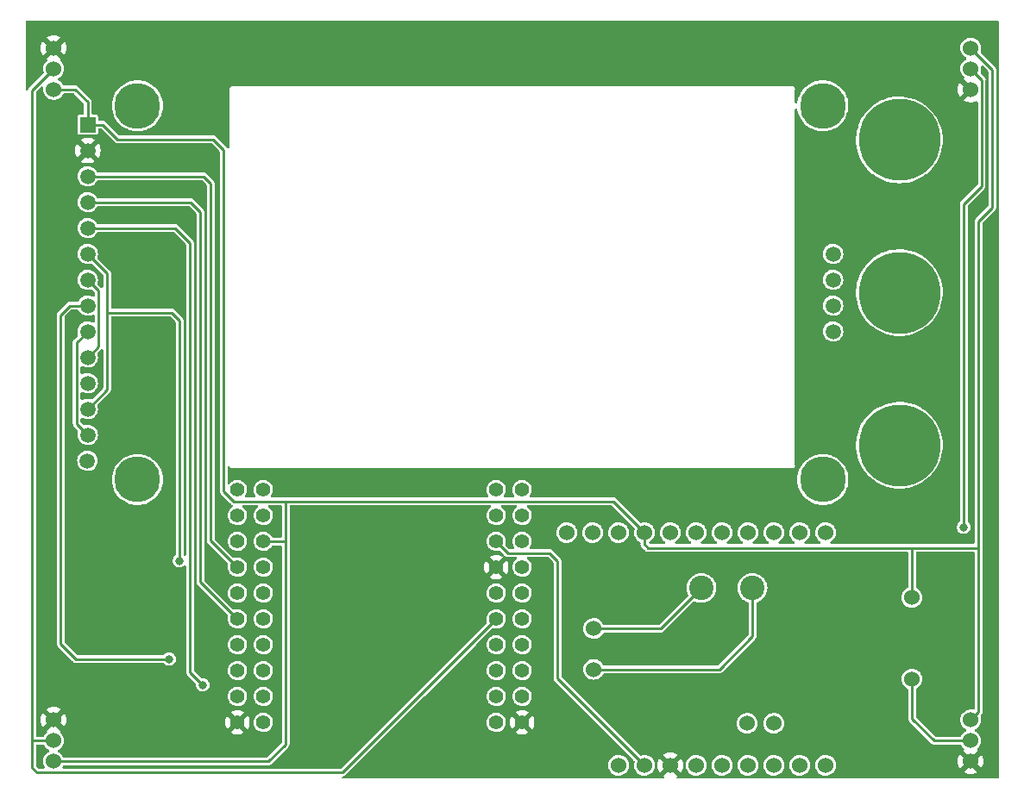
<source format=gtl>
%TF.GenerationSoftware,KiCad,Pcbnew,(6.0.0)*%
%TF.CreationDate,2022-12-18T15:17:50+01:00*%
%TF.ProjectId,Interconnect PCB,496e7465-7263-46f6-9e6e-656374205043,rev?*%
%TF.SameCoordinates,Original*%
%TF.FileFunction,Copper,L1,Top*%
%TF.FilePolarity,Positive*%
%FSLAX46Y46*%
G04 Gerber Fmt 4.6, Leading zero omitted, Abs format (unit mm)*
G04 Created by KiCad (PCBNEW (6.0.0)) date 2022-12-18 15:17:50*
%MOMM*%
%LPD*%
G01*
G04 APERTURE LIST*
%TA.AperFunction,ComponentPad*%
%ADD10C,8.000000*%
%TD*%
%TA.AperFunction,ComponentPad*%
%ADD11C,1.524000*%
%TD*%
%TA.AperFunction,ComponentPad*%
%ADD12C,4.500000*%
%TD*%
%TA.AperFunction,ComponentPad*%
%ADD13R,1.500000X1.500000*%
%TD*%
%TA.AperFunction,ComponentPad*%
%ADD14C,1.500000*%
%TD*%
%TA.AperFunction,ComponentPad*%
%ADD15C,1.400000*%
%TD*%
%TA.AperFunction,ComponentPad*%
%ADD16C,2.400000*%
%TD*%
%TA.AperFunction,ViaPad*%
%ADD17C,0.800000*%
%TD*%
%TA.AperFunction,Conductor*%
%ADD18C,0.250000*%
%TD*%
G04 APERTURE END LIST*
D10*
%TO.P,T2,1,BTN*%
%TO.N,Net-(T2-Pad1)*%
X188000000Y-90000000D03*
%TD*%
D11*
%TO.P,U7,1,GND*%
%TO.N,GND*%
X105000000Y-131968000D03*
%TO.P,U7,2,DQ*%
%TO.N,/OneWire*%
X105000000Y-134000000D03*
%TO.P,U7,3,VDD*%
%TO.N,+3V3*%
X105000000Y-136032000D03*
%TD*%
%TO.P,U3,1,GND*%
%TO.N,unconnected-(U3-Pad1)*%
X155360000Y-113570000D03*
%TO.P,U3,2,DQ*%
%TO.N,unconnected-(U3-Pad2)*%
X157900000Y-113570000D03*
%TO.P,U3,3,3V3*%
%TO.N,unconnected-(U3-Pad3)*%
X160440000Y-113570000D03*
%TO.P,U3,4,3V3*%
%TO.N,+3V3*%
X162980000Y-113570000D03*
%TO.P,U3,5,D8*%
%TO.N,unconnected-(U3-Pad5)*%
X165520000Y-113570000D03*
%TO.P,U3,6,D7*%
%TO.N,unconnected-(U3-Pad6)*%
X168060000Y-113570000D03*
%TO.P,U3,7,D6*%
%TO.N,unconnected-(U3-Pad7)*%
X170600000Y-113570000D03*
%TO.P,U3,8,D5*%
%TO.N,unconnected-(U3-Pad8)*%
X173140000Y-113570000D03*
%TO.P,U3,9,D0*%
%TO.N,unconnected-(U3-Pad9)*%
X175680000Y-113570000D03*
%TO.P,U3,10,A0*%
%TO.N,unconnected-(U3-Pad10)*%
X178220000Y-113570000D03*
%TO.P,U3,11,RST*%
%TO.N,unconnected-(U3-Pad11)*%
X180760000Y-113570000D03*
%TO.P,U3,12,Tx*%
%TO.N,unconnected-(U3-Pad12)*%
X180760000Y-136430000D03*
%TO.P,U3,13,Rx*%
%TO.N,unconnected-(U3-Pad13)*%
X178220000Y-136430000D03*
%TO.P,U3,14,D1*%
%TO.N,unconnected-(U3-Pad14)*%
X175680000Y-136430000D03*
%TO.P,U3,15,D2*%
%TO.N,unconnected-(U3-Pad15)*%
X173140000Y-136430000D03*
%TO.P,U3,16,D3*%
%TO.N,unconnected-(U3-Pad16)*%
X170600000Y-136430000D03*
%TO.P,U3,17,D4*%
%TO.N,unconnected-(U3-Pad17)*%
X168060000Y-136430000D03*
%TO.P,U3,18,GND*%
%TO.N,GND*%
X165520000Y-136430000D03*
%TO.P,U3,19,5V*%
%TO.N,+5V*%
X162980000Y-136430000D03*
%TO.P,U3,20,-*%
%TO.N,unconnected-(U3-Pad20)*%
X160440000Y-136430000D03*
%TO.P,U3,21,IN*%
%TO.N,Net-(U1-Pad27)*%
X175680000Y-132313000D03*
%TO.P,U3,22,OUT*%
%TO.N,Net-(U1-Pad25)*%
X173060000Y-132313000D03*
%TO.P,U3,23,B1*%
%TO.N,Net-(J1-Pad1)*%
X158000000Y-123000000D03*
%TO.P,U3,24,B2*%
%TO.N,Net-(J1-Pad2)*%
X158000000Y-127000000D03*
%TD*%
D10*
%TO.P,T3,1,BTN*%
%TO.N,Net-(T3-Pad1)*%
X188000000Y-105000000D03*
%TD*%
%TO.P,T1,1,BTN*%
%TO.N,Net-(T1-Pad1)*%
X188000000Y-75000000D03*
%TD*%
D11*
%TO.P,U6,1,GND*%
%TO.N,GND*%
X105000000Y-65968000D03*
%TO.P,U6,2,DQ*%
%TO.N,/OneWire*%
X105000000Y-68000000D03*
%TO.P,U6,3,VDD*%
%TO.N,+3V3*%
X105000000Y-70032000D03*
%TD*%
%TO.P,U4,1,GND*%
%TO.N,GND*%
X195000000Y-70032000D03*
%TO.P,U4,2,DQ*%
%TO.N,/OneWire*%
X195000000Y-68000000D03*
%TO.P,U4,3,VDD*%
%TO.N,+3V3*%
X195000000Y-65968000D03*
%TD*%
D12*
%TO.P,U2,*%
%TO.N,*%
X113230000Y-108360000D03*
X113230000Y-71640000D03*
X180490000Y-71640000D03*
X180490000Y-108360000D03*
D13*
%TO.P,U2,1,VCC*%
%TO.N,+3V3*%
X108340000Y-73490000D03*
D14*
%TO.P,U2,2,GND*%
%TO.N,GND*%
X108340000Y-76030000D03*
%TO.P,U2,3,~{CS}*%
%TO.N,Net-(U1-Pad13)*%
X108340000Y-78570000D03*
%TO.P,U2,4,RESET*%
%TO.N,Net-(U1-Pad9)*%
X108340000Y-81110000D03*
%TO.P,U2,5,D/~{C}*%
%TO.N,Net-(U1-Pad24)*%
X108340000Y-83650000D03*
%TO.P,U2,6,MOSI*%
%TO.N,/MOSI*%
X108340000Y-86190000D03*
%TO.P,U2,7,SCK*%
%TO.N,/SCK*%
X108340000Y-88730000D03*
%TO.P,U2,8,LED*%
%TO.N,Net-(U1-Pad28)*%
X108340000Y-91270000D03*
%TO.P,U2,9,MISO*%
%TO.N,/MISO*%
X108340000Y-93810000D03*
%TO.P,U2,10,T_CLK*%
%TO.N,/SCK*%
X108340000Y-96350000D03*
%TO.P,U2,11,T_CS*%
%TO.N,Net-(U1-Pad31)*%
X108340000Y-98890000D03*
%TO.P,U2,12,T_DIN*%
%TO.N,/MOSI*%
X108340000Y-101430000D03*
%TO.P,U2,13,T_DO*%
%TO.N,/MISO*%
X108340000Y-103970000D03*
%TO.P,U2,14,T_IRQ*%
%TO.N,Net-(U1-Pad18)*%
X108310000Y-106510000D03*
%TO.P,U2,15,SD_CS*%
%TO.N,unconnected-(U2-Pad15)*%
X181490000Y-86190000D03*
%TO.P,U2,16,SD_MOSI*%
%TO.N,unconnected-(U2-Pad16)*%
X181490000Y-88730000D03*
%TO.P,U2,17,SD_MISO*%
%TO.N,unconnected-(U2-Pad17)*%
X181490000Y-91270000D03*
%TO.P,U2,18,SD_SCK*%
%TO.N,unconnected-(U2-Pad18)*%
X181490000Y-93810000D03*
%TD*%
D11*
%TO.P,U5,1,GND*%
%TO.N,GND*%
X195000000Y-136032000D03*
%TO.P,U5,2,DQ*%
%TO.N,/OneWire*%
X195000000Y-134000000D03*
%TO.P,U5,3,VDD*%
%TO.N,+3V3*%
X195000000Y-131968000D03*
%TD*%
%TO.P,R1,1*%
%TO.N,+3V3*%
X189230000Y-119952000D03*
%TO.P,R1,2*%
%TO.N,/OneWire*%
X189230000Y-127952000D03*
%TD*%
D15*
%TO.P,U1,1,GND*%
%TO.N,GND*%
X123030000Y-132210000D03*
%TO.P,U1,2,RST*%
%TO.N,unconnected-(U1-Pad2)*%
X125570000Y-132210000D03*
%TO.P,U1,3,NC*%
%TO.N,unconnected-(U1-Pad3)*%
X123030000Y-129670000D03*
%TO.P,U1,4,IO_36/SVP/A0*%
%TO.N,unconnected-(U1-Pad4)*%
X125570000Y-129670000D03*
%TO.P,U1,5,IO_39/SVN*%
%TO.N,unconnected-(U1-Pad5)*%
X123030000Y-127130000D03*
%TO.P,U1,6,IO_26/D0*%
%TO.N,unconnected-(U1-Pad6)*%
X125570000Y-127130000D03*
%TO.P,U1,7,IO_35*%
%TO.N,unconnected-(U1-Pad7)*%
X123030000Y-124590000D03*
%TO.P,U1,8,IO_18/D5*%
%TO.N,/SCK*%
X125570000Y-124590000D03*
%TO.P,U1,9,IO_33*%
%TO.N,Net-(U1-Pad9)*%
X123030000Y-122050000D03*
%TO.P,U1,10,IO_19/D6*%
%TO.N,/MISO*%
X125570000Y-122050000D03*
%TO.P,U1,11,IO_34*%
%TO.N,unconnected-(U1-Pad11)*%
X123030000Y-119510000D03*
%TO.P,U1,12,IO_23/D7*%
%TO.N,/MOSI*%
X125570000Y-119510000D03*
%TO.P,U1,13,IO_14/TMS*%
%TO.N,Net-(U1-Pad13)*%
X123030000Y-116970000D03*
%TO.P,U1,14,IO_05/D8*%
%TO.N,unconnected-(U1-Pad14)*%
X125570000Y-116970000D03*
%TO.P,U1,15,NC*%
%TO.N,unconnected-(U1-Pad15)*%
X123030000Y-114430000D03*
%TO.P,U1,16,3V3*%
%TO.N,+3V3*%
X125570000Y-114430000D03*
%TO.P,U1,17,IO_09/SD2*%
%TO.N,unconnected-(U1-Pad17)*%
X123030000Y-111890000D03*
%TO.P,U1,18,IO_13/TCK*%
%TO.N,Net-(U1-Pad18)*%
X125570000Y-111890000D03*
%TO.P,U1,19,CMD*%
%TO.N,unconnected-(U1-Pad19)*%
X123030000Y-109350000D03*
%TO.P,U1,20,IO_10/SD3*%
%TO.N,unconnected-(U1-Pad20)*%
X125570000Y-109350000D03*
%TO.P,U1,21,TXD*%
%TO.N,unconnected-(U1-Pad21)*%
X148430000Y-132210000D03*
%TO.P,U1,22,GND*%
%TO.N,GND*%
X150970000Y-132210000D03*
%TO.P,U1,23,RXD*%
%TO.N,unconnected-(U1-Pad23)*%
X148430000Y-129670000D03*
%TO.P,U1,24,IO_27*%
%TO.N,Net-(U1-Pad24)*%
X150970000Y-129670000D03*
%TO.P,U1,25,IO_22/D1/SCL*%
%TO.N,Net-(U1-Pad25)*%
X148430000Y-127130000D03*
%TO.P,U1,26,IO_25*%
%TO.N,unconnected-(U1-Pad26)*%
X150970000Y-127130000D03*
%TO.P,U1,27,IO_21/D2/SDA*%
%TO.N,Net-(U1-Pad27)*%
X148430000Y-124590000D03*
%TO.P,U1,28,IO_32*%
%TO.N,Net-(U1-Pad28)*%
X150970000Y-124590000D03*
%TO.P,U1,29,IO_17/D3*%
%TO.N,/OneWire*%
X148430000Y-122050000D03*
%TO.P,U1,30,IO_12/TDI*%
%TO.N,Net-(T1-Pad1)*%
X150970000Y-122050000D03*
%TO.P,U1,31,IO_16/D4*%
%TO.N,Net-(U1-Pad31)*%
X148430000Y-119510000D03*
%TO.P,U1,32,IO_04*%
%TO.N,Net-(T2-Pad1)*%
X150970000Y-119510000D03*
%TO.P,U1,33,GND*%
%TO.N,GND*%
X148430000Y-116970000D03*
%TO.P,U1,34,IO_00*%
%TO.N,unconnected-(U1-Pad34)*%
X150970000Y-116970000D03*
%TO.P,U1,35,VCC_(USB)*%
%TO.N,+5V*%
X148430000Y-114430000D03*
%TO.P,U1,36,IO_02*%
%TO.N,unconnected-(U1-Pad36)*%
X150970000Y-114430000D03*
%TO.P,U1,37,TD0*%
%TO.N,Net-(T3-Pad1)*%
X148430000Y-111890000D03*
%TO.P,U1,38,SD1*%
%TO.N,unconnected-(U1-Pad38)*%
X150970000Y-111890000D03*
%TO.P,U1,39,SD0*%
%TO.N,unconnected-(U1-Pad39)*%
X148430000Y-109350000D03*
%TO.P,U1,40,CLK*%
%TO.N,unconnected-(U1-Pad40)*%
X150970000Y-109350000D03*
%TD*%
D16*
%TO.P,J1,1,Pin_1*%
%TO.N,Net-(J1-Pad1)*%
X168587800Y-119017800D03*
%TO.P,J1,2,Pin_2*%
%TO.N,Net-(J1-Pad2)*%
X173587800Y-119017800D03*
%TD*%
D17*
%TO.N,Net-(U1-Pad28)*%
X116332000Y-125984000D03*
%TO.N,/OneWire*%
X194310000Y-113030000D03*
%TO.N,Net-(U1-Pad24)*%
X119634000Y-128524000D03*
%TO.N,/MOSI*%
X117348000Y-116332000D03*
%TD*%
D18*
%TO.N,+3V3*%
X109812000Y-73490000D02*
X111252000Y-74930000D01*
X125570000Y-114430000D02*
X127632000Y-114430000D01*
X127762000Y-110490000D02*
X127762000Y-114300000D01*
X127762000Y-134366000D02*
X126096000Y-136032000D01*
X111252000Y-74930000D02*
X120650000Y-74930000D01*
X108340000Y-73490000D02*
X109812000Y-73490000D01*
X195707000Y-115062000D02*
X195761999Y-115116999D01*
X195761999Y-115116999D02*
X195761999Y-83003001D01*
X163322000Y-115062000D02*
X189230000Y-115062000D01*
X121666000Y-75946000D02*
X121666000Y-109474000D01*
X189230000Y-119952000D02*
X189230000Y-115062000D01*
X127632000Y-114430000D02*
X127762000Y-114300000D01*
X127762000Y-114300000D02*
X127762000Y-134366000D01*
X107116000Y-70032000D02*
X105000000Y-70032000D01*
X195761999Y-83003001D02*
X197104000Y-81661000D01*
X162980000Y-114720000D02*
X163322000Y-115062000D01*
X189230000Y-115062000D02*
X195707000Y-115062000D01*
X195761999Y-131206001D02*
X195761999Y-115116999D01*
X121666000Y-109474000D02*
X122682000Y-110490000D01*
X108340000Y-71256000D02*
X107116000Y-70032000D01*
X122682000Y-110490000D02*
X127762000Y-110490000D01*
X108340000Y-73490000D02*
X108340000Y-71256000D01*
X159900000Y-110490000D02*
X162980000Y-113570000D01*
X162980000Y-113570000D02*
X162980000Y-114720000D01*
X197104000Y-68072000D02*
X195000000Y-65968000D01*
X120650000Y-74930000D02*
X121666000Y-75946000D01*
X195000000Y-131968000D02*
X195761999Y-131206001D01*
X126096000Y-136032000D02*
X105000000Y-136032000D01*
X197104000Y-81661000D02*
X197104000Y-68072000D01*
X127762000Y-110490000D02*
X159900000Y-110490000D01*
%TO.N,+5V*%
X149570000Y-115570000D02*
X153670000Y-115570000D01*
X154432000Y-127882000D02*
X162980000Y-136430000D01*
X154432000Y-116332000D02*
X154432000Y-127882000D01*
X153670000Y-115570000D02*
X154432000Y-116332000D01*
X148430000Y-114430000D02*
X149570000Y-115570000D01*
%TO.N,Net-(U1-Pad28)*%
X116332000Y-125984000D02*
X107188000Y-125984000D01*
X105664000Y-124460000D02*
X105664000Y-92202000D01*
X106596000Y-91270000D02*
X108340000Y-91270000D01*
X107188000Y-125984000D02*
X105664000Y-124460000D01*
X105664000Y-92202000D02*
X106596000Y-91270000D01*
%TO.N,/OneWire*%
X133361489Y-137118511D02*
X103336511Y-137118511D01*
X103336511Y-137118511D02*
X102870000Y-136652000D01*
X148430000Y-122050000D02*
X133361489Y-137118511D01*
X196086511Y-69086511D02*
X196086511Y-79503489D01*
X196086511Y-79503489D02*
X194310000Y-81280000D01*
X102870000Y-134112000D02*
X102870000Y-70130000D01*
X105000000Y-134000000D02*
X102982000Y-134000000D01*
X191404000Y-134000000D02*
X189230000Y-131826000D01*
X102982000Y-134000000D02*
X102870000Y-134112000D01*
X195000000Y-68000000D02*
X196086511Y-69086511D01*
X195000000Y-134000000D02*
X191404000Y-134000000D01*
X194310000Y-81280000D02*
X194310000Y-113030000D01*
X102870000Y-136652000D02*
X102870000Y-134112000D01*
X189230000Y-131826000D02*
X189230000Y-127952000D01*
X102870000Y-70130000D02*
X105000000Y-68000000D01*
%TO.N,Net-(U1-Pad24)*%
X118364000Y-127254000D02*
X119634000Y-128524000D01*
X116924000Y-83650000D02*
X118364000Y-85090000D01*
X118364000Y-85090000D02*
X118364000Y-127254000D01*
X108340000Y-83650000D02*
X116924000Y-83650000D01*
%TO.N,Net-(U1-Pad13)*%
X119718000Y-78570000D02*
X120396000Y-79248000D01*
X120396000Y-79248000D02*
X120396000Y-114336000D01*
X108340000Y-78570000D02*
X119718000Y-78570000D01*
X120396000Y-114336000D02*
X123030000Y-116970000D01*
%TO.N,/SCK*%
X109414511Y-95275489D02*
X108340000Y-96350000D01*
X108340000Y-88730000D02*
X109414511Y-89804511D01*
X109414511Y-89804511D02*
X109414511Y-95275489D01*
%TO.N,/MISO*%
X107265489Y-102895489D02*
X108340000Y-103970000D01*
X108340000Y-93810000D02*
X107265489Y-94884511D01*
X107265489Y-94884511D02*
X107265489Y-102895489D01*
%TO.N,Net-(U1-Pad9)*%
X118448000Y-81110000D02*
X119380000Y-82042000D01*
X108340000Y-81110000D02*
X118448000Y-81110000D01*
X119380000Y-82042000D02*
X119380000Y-118400000D01*
X119380000Y-118400000D02*
X123030000Y-122050000D01*
%TO.N,/MOSI*%
X110236000Y-91948000D02*
X110236000Y-99534000D01*
X116586000Y-91948000D02*
X117348000Y-92710000D01*
X117348000Y-92710000D02*
X117348000Y-116332000D01*
X108340000Y-86190000D02*
X110236000Y-88086000D01*
X110236000Y-88086000D02*
X110236000Y-91948000D01*
X110236000Y-91948000D02*
X116586000Y-91948000D01*
X110236000Y-99534000D02*
X108340000Y-101430000D01*
%TO.N,Net-(J1-Pad1)*%
X168587800Y-119017800D02*
X164605600Y-123000000D01*
X164605600Y-123000000D02*
X158000000Y-123000000D01*
%TO.N,Net-(J1-Pad2)*%
X173587800Y-123744600D02*
X170332400Y-127000000D01*
X173587800Y-119017800D02*
X173587800Y-123744600D01*
X170332400Y-127000000D02*
X158000000Y-127000000D01*
%TD*%
%TA.AperFunction,Conductor*%
%TO.N,GND*%
G36*
X197688121Y-63274002D02*
G01*
X197734614Y-63327658D01*
X197746000Y-63380000D01*
X197746000Y-137620000D01*
X197725998Y-137688121D01*
X197672342Y-137734614D01*
X197620000Y-137746000D01*
X166254355Y-137746000D01*
X166186234Y-137725998D01*
X166139741Y-137672342D01*
X166129637Y-137602068D01*
X166159131Y-137537488D01*
X166182084Y-137516787D01*
X166205765Y-137500205D01*
X166214139Y-137489729D01*
X166207071Y-137476281D01*
X165532812Y-136802022D01*
X165518868Y-136794408D01*
X165517035Y-136794539D01*
X165510420Y-136798790D01*
X164832207Y-137477003D01*
X164825777Y-137488777D01*
X164835072Y-137500792D01*
X164857916Y-137516787D01*
X164902244Y-137572244D01*
X164909553Y-137642863D01*
X164877522Y-137706224D01*
X164816321Y-137742209D01*
X164785645Y-137746000D01*
X133427526Y-137746000D01*
X133359405Y-137725998D01*
X133312912Y-137672342D01*
X133302808Y-137602068D01*
X133332302Y-137537488D01*
X133392028Y-137499104D01*
X133406843Y-137495709D01*
X133412059Y-137494841D01*
X133417932Y-137494005D01*
X133458490Y-137489205D01*
X133458491Y-137489205D01*
X133468830Y-137487981D01*
X133477082Y-137484018D01*
X133486115Y-137482515D01*
X133495284Y-137477568D01*
X133495286Y-137477567D01*
X133531221Y-137458177D01*
X133536514Y-137455480D01*
X133575571Y-137436726D01*
X133575575Y-137436723D01*
X133582721Y-137433292D01*
X133586997Y-137429697D01*
X133588920Y-137427774D01*
X133590852Y-137426002D01*
X133590931Y-137425959D01*
X133591044Y-137426083D01*
X133591584Y-137425607D01*
X133597303Y-137422521D01*
X133633906Y-137382924D01*
X133637335Y-137379359D01*
X134600955Y-136415739D01*
X159418682Y-136415739D01*
X159435362Y-136614386D01*
X159449977Y-136665353D01*
X159481767Y-136776215D01*
X159490310Y-136806009D01*
X159581430Y-136983311D01*
X159705253Y-137139537D01*
X159857063Y-137268737D01*
X159862441Y-137271743D01*
X159862443Y-137271744D01*
X159904397Y-137295191D01*
X160031076Y-137365989D01*
X160036935Y-137367893D01*
X160036938Y-137367894D01*
X160072224Y-137379359D01*
X160220665Y-137427591D01*
X160226775Y-137428320D01*
X160226777Y-137428320D01*
X160319637Y-137439393D01*
X160418609Y-137451194D01*
X160424744Y-137450722D01*
X160424746Y-137450722D01*
X160611226Y-137436373D01*
X160611231Y-137436372D01*
X160617367Y-137435900D01*
X160623297Y-137434244D01*
X160623299Y-137434244D01*
X160713368Y-137409096D01*
X160809370Y-137382292D01*
X160814870Y-137379514D01*
X160981802Y-137295191D01*
X160981804Y-137295190D01*
X160987303Y-137292412D01*
X161144390Y-137169682D01*
X161166962Y-137143532D01*
X161270618Y-137023446D01*
X161270619Y-137023444D01*
X161274647Y-137018778D01*
X161373112Y-136845448D01*
X161436035Y-136656294D01*
X161448779Y-136555417D01*
X161460578Y-136462023D01*
X161460579Y-136462013D01*
X161461020Y-136458520D01*
X161461418Y-136430000D01*
X161441965Y-136231606D01*
X161440184Y-136225707D01*
X161440183Y-136225702D01*
X161386129Y-136046667D01*
X161384348Y-136040768D01*
X161290761Y-135864756D01*
X161286871Y-135859986D01*
X161286868Y-135859982D01*
X161168663Y-135715049D01*
X161168660Y-135715046D01*
X161164768Y-135710274D01*
X161011170Y-135583206D01*
X160835815Y-135488392D01*
X160645385Y-135429444D01*
X160639260Y-135428800D01*
X160639259Y-135428800D01*
X160453260Y-135409251D01*
X160453258Y-135409251D01*
X160447131Y-135408607D01*
X160324252Y-135419790D01*
X160254746Y-135426115D01*
X160254745Y-135426115D01*
X160248605Y-135426674D01*
X160242691Y-135428415D01*
X160242689Y-135428415D01*
X160215695Y-135436360D01*
X160057370Y-135482958D01*
X159880709Y-135575314D01*
X159875909Y-135579174D01*
X159875908Y-135579174D01*
X159870893Y-135583206D01*
X159725351Y-135700225D01*
X159597214Y-135852933D01*
X159501179Y-136027621D01*
X159499318Y-136033488D01*
X159499317Y-136033490D01*
X159495137Y-136046667D01*
X159440902Y-136217635D01*
X159418682Y-136415739D01*
X134600955Y-136415739D01*
X137792433Y-133224261D01*
X150320294Y-133224261D01*
X150329590Y-133236276D01*
X150359189Y-133257001D01*
X150368677Y-133262479D01*
X150550277Y-133347159D01*
X150560571Y-133350907D01*
X150754122Y-133402769D01*
X150764909Y-133404671D01*
X150964525Y-133422135D01*
X150975475Y-133422135D01*
X151175091Y-133404671D01*
X151185878Y-133402769D01*
X151379429Y-133350907D01*
X151389723Y-133347159D01*
X151571323Y-133262479D01*
X151580811Y-133257001D01*
X151611248Y-133235689D01*
X151619623Y-133225212D01*
X151612554Y-133211764D01*
X150982812Y-132582022D01*
X150968868Y-132574408D01*
X150967035Y-132574539D01*
X150960420Y-132578790D01*
X150326724Y-133212486D01*
X150320294Y-133224261D01*
X137792433Y-133224261D01*
X138820085Y-132196609D01*
X147470975Y-132196609D01*
X147486639Y-132383139D01*
X147488338Y-132389064D01*
X147527644Y-132526139D01*
X147538235Y-132563075D01*
X147541050Y-132568552D01*
X147541051Y-132568555D01*
X147610155Y-132703018D01*
X147623797Y-132729562D01*
X147627620Y-132734386D01*
X147627623Y-132734390D01*
X147688600Y-132811323D01*
X147740068Y-132876259D01*
X147744762Y-132880254D01*
X147867441Y-132984662D01*
X147882618Y-132997579D01*
X147887996Y-133000585D01*
X147887998Y-133000586D01*
X147918631Y-133017706D01*
X148046018Y-133088900D01*
X148224043Y-133146744D01*
X148409914Y-133168908D01*
X148416049Y-133168436D01*
X148416051Y-133168436D01*
X148590408Y-133155020D01*
X148590413Y-133155019D01*
X148596549Y-133154547D01*
X148602479Y-133152891D01*
X148602481Y-133152891D01*
X148770913Y-133105864D01*
X148770912Y-133105864D01*
X148776841Y-133104209D01*
X148793045Y-133096024D01*
X148878846Y-133052682D01*
X148943921Y-133019810D01*
X148969989Y-132999444D01*
X149086571Y-132908360D01*
X149086572Y-132908360D01*
X149091427Y-132904566D01*
X149213738Y-132762867D01*
X149306198Y-132600108D01*
X149365283Y-132422491D01*
X149388744Y-132236780D01*
X149389042Y-132215475D01*
X149757865Y-132215475D01*
X149775329Y-132415091D01*
X149777231Y-132425878D01*
X149829093Y-132619429D01*
X149832841Y-132629723D01*
X149917521Y-132811323D01*
X149922999Y-132820811D01*
X149944311Y-132851248D01*
X149954788Y-132859623D01*
X149968236Y-132852554D01*
X150597978Y-132222812D01*
X150604356Y-132211132D01*
X151334408Y-132211132D01*
X151334539Y-132212965D01*
X151338790Y-132219580D01*
X151972486Y-132853276D01*
X151984261Y-132859706D01*
X151996276Y-132850410D01*
X152017001Y-132820811D01*
X152022479Y-132811323D01*
X152107159Y-132629723D01*
X152110907Y-132619429D01*
X152162769Y-132425878D01*
X152164671Y-132415091D01*
X152182135Y-132215475D01*
X152182135Y-132204525D01*
X152164671Y-132004909D01*
X152162769Y-131994122D01*
X152110907Y-131800571D01*
X152107159Y-131790277D01*
X152022479Y-131608677D01*
X152017001Y-131599189D01*
X151995689Y-131568752D01*
X151985212Y-131560377D01*
X151971764Y-131567446D01*
X151342022Y-132197188D01*
X151334408Y-132211132D01*
X150604356Y-132211132D01*
X150605592Y-132208868D01*
X150605461Y-132207035D01*
X150601210Y-132200420D01*
X149967514Y-131566724D01*
X149955739Y-131560294D01*
X149943724Y-131569590D01*
X149922999Y-131599189D01*
X149917521Y-131608677D01*
X149832841Y-131790277D01*
X149829093Y-131800571D01*
X149777231Y-131994122D01*
X149775329Y-132004909D01*
X149757865Y-132204525D01*
X149757865Y-132215475D01*
X149389042Y-132215475D01*
X149389118Y-132210000D01*
X149370852Y-132023706D01*
X149316749Y-131844509D01*
X149313305Y-131838032D01*
X149231764Y-131684674D01*
X149231762Y-131684671D01*
X149228870Y-131679232D01*
X149224980Y-131674462D01*
X149224977Y-131674458D01*
X149114457Y-131538948D01*
X149114454Y-131538945D01*
X149110562Y-131534173D01*
X149072875Y-131502995D01*
X148971081Y-131418784D01*
X148966332Y-131414855D01*
X148801673Y-131325824D01*
X148691134Y-131291607D01*
X148628744Y-131272294D01*
X148628741Y-131272293D01*
X148622857Y-131270472D01*
X148616732Y-131269828D01*
X148616731Y-131269828D01*
X148442824Y-131251549D01*
X148442823Y-131251549D01*
X148436696Y-131250905D01*
X148360143Y-131257872D01*
X148256418Y-131267312D01*
X148256415Y-131267313D01*
X148250279Y-131267871D01*
X148244373Y-131269609D01*
X148244369Y-131269610D01*
X148110142Y-131309115D01*
X148070708Y-131320721D01*
X147904822Y-131407444D01*
X147900022Y-131411304D01*
X147900021Y-131411304D01*
X147871871Y-131433937D01*
X147758940Y-131524736D01*
X147638619Y-131668130D01*
X147635655Y-131673522D01*
X147635652Y-131673526D01*
X147587149Y-131761753D01*
X147548441Y-131832163D01*
X147546580Y-131838030D01*
X147546579Y-131838032D01*
X147493703Y-132004718D01*
X147491841Y-132010588D01*
X147470975Y-132196609D01*
X138820085Y-132196609D01*
X139821906Y-131194788D01*
X150320377Y-131194788D01*
X150327446Y-131208236D01*
X150957188Y-131837978D01*
X150971132Y-131845592D01*
X150972965Y-131845461D01*
X150979580Y-131841210D01*
X151613276Y-131207514D01*
X151619706Y-131195739D01*
X151610410Y-131183724D01*
X151580811Y-131162999D01*
X151571323Y-131157521D01*
X151389723Y-131072841D01*
X151379429Y-131069093D01*
X151185878Y-131017231D01*
X151175091Y-131015329D01*
X150975475Y-130997865D01*
X150964525Y-130997865D01*
X150764909Y-131015329D01*
X150754122Y-131017231D01*
X150560571Y-131069093D01*
X150550277Y-131072841D01*
X150368677Y-131157521D01*
X150359189Y-131162999D01*
X150328752Y-131184311D01*
X150320377Y-131194788D01*
X139821906Y-131194788D01*
X141360085Y-129656609D01*
X147470975Y-129656609D01*
X147486639Y-129843139D01*
X147538235Y-130023075D01*
X147623797Y-130189562D01*
X147627620Y-130194386D01*
X147627623Y-130194390D01*
X147650194Y-130222867D01*
X147740068Y-130336259D01*
X147882618Y-130457579D01*
X147887996Y-130460585D01*
X147887998Y-130460586D01*
X147922396Y-130479810D01*
X148046018Y-130548900D01*
X148224043Y-130606744D01*
X148409914Y-130628908D01*
X148416049Y-130628436D01*
X148416051Y-130628436D01*
X148590408Y-130615020D01*
X148590413Y-130615019D01*
X148596549Y-130614547D01*
X148602479Y-130612891D01*
X148602481Y-130612891D01*
X148770913Y-130565864D01*
X148770912Y-130565864D01*
X148776841Y-130564209D01*
X148807148Y-130548900D01*
X148855774Y-130524337D01*
X148943921Y-130479810D01*
X148972376Y-130457579D01*
X149086571Y-130368360D01*
X149086572Y-130368360D01*
X149091427Y-130364566D01*
X149213738Y-130222867D01*
X149306198Y-130060108D01*
X149365283Y-129882491D01*
X149388744Y-129696780D01*
X149389118Y-129670000D01*
X149387805Y-129656609D01*
X150010975Y-129656609D01*
X150026639Y-129843139D01*
X150078235Y-130023075D01*
X150163797Y-130189562D01*
X150167620Y-130194386D01*
X150167623Y-130194390D01*
X150190194Y-130222867D01*
X150280068Y-130336259D01*
X150422618Y-130457579D01*
X150427996Y-130460585D01*
X150427998Y-130460586D01*
X150462396Y-130479810D01*
X150586018Y-130548900D01*
X150764043Y-130606744D01*
X150949914Y-130628908D01*
X150956049Y-130628436D01*
X150956051Y-130628436D01*
X151130408Y-130615020D01*
X151130413Y-130615019D01*
X151136549Y-130614547D01*
X151142479Y-130612891D01*
X151142481Y-130612891D01*
X151310913Y-130565864D01*
X151310912Y-130565864D01*
X151316841Y-130564209D01*
X151347148Y-130548900D01*
X151395774Y-130524337D01*
X151483921Y-130479810D01*
X151512376Y-130457579D01*
X151626571Y-130368360D01*
X151626572Y-130368360D01*
X151631427Y-130364566D01*
X151753738Y-130222867D01*
X151846198Y-130060108D01*
X151905283Y-129882491D01*
X151928744Y-129696780D01*
X151929118Y-129670000D01*
X151910852Y-129483706D01*
X151856749Y-129304509D01*
X151847316Y-129286768D01*
X151771764Y-129144674D01*
X151771762Y-129144671D01*
X151768870Y-129139232D01*
X151764980Y-129134462D01*
X151764977Y-129134458D01*
X151654457Y-128998948D01*
X151654454Y-128998945D01*
X151650562Y-128994173D01*
X151602975Y-128954805D01*
X151547086Y-128908570D01*
X151506332Y-128874855D01*
X151341673Y-128785824D01*
X151252265Y-128758148D01*
X151168744Y-128732294D01*
X151168741Y-128732293D01*
X151162857Y-128730472D01*
X151156732Y-128729828D01*
X151156731Y-128729828D01*
X150982824Y-128711549D01*
X150982823Y-128711549D01*
X150976696Y-128710905D01*
X150900143Y-128717872D01*
X150796418Y-128727312D01*
X150796415Y-128727313D01*
X150790279Y-128727871D01*
X150784373Y-128729609D01*
X150784369Y-128729610D01*
X150649075Y-128769429D01*
X150610708Y-128780721D01*
X150444822Y-128867444D01*
X150440022Y-128871304D01*
X150440021Y-128871304D01*
X150430718Y-128878784D01*
X150298940Y-128984736D01*
X150178619Y-129128130D01*
X150175655Y-129133522D01*
X150175652Y-129133526D01*
X150151573Y-129177326D01*
X150088441Y-129292163D01*
X150086580Y-129298030D01*
X150086579Y-129298032D01*
X150082653Y-129310409D01*
X150031841Y-129470588D01*
X150010975Y-129656609D01*
X149387805Y-129656609D01*
X149370852Y-129483706D01*
X149316749Y-129304509D01*
X149307316Y-129286768D01*
X149231764Y-129144674D01*
X149231762Y-129144671D01*
X149228870Y-129139232D01*
X149224980Y-129134462D01*
X149224977Y-129134458D01*
X149114457Y-128998948D01*
X149114454Y-128998945D01*
X149110562Y-128994173D01*
X149062975Y-128954805D01*
X149007086Y-128908570D01*
X148966332Y-128874855D01*
X148801673Y-128785824D01*
X148712265Y-128758148D01*
X148628744Y-128732294D01*
X148628741Y-128732293D01*
X148622857Y-128730472D01*
X148616732Y-128729828D01*
X148616731Y-128729828D01*
X148442824Y-128711549D01*
X148442823Y-128711549D01*
X148436696Y-128710905D01*
X148360143Y-128717872D01*
X148256418Y-128727312D01*
X148256415Y-128727313D01*
X148250279Y-128727871D01*
X148244373Y-128729609D01*
X148244369Y-128729610D01*
X148109075Y-128769429D01*
X148070708Y-128780721D01*
X147904822Y-128867444D01*
X147900022Y-128871304D01*
X147900021Y-128871304D01*
X147890718Y-128878784D01*
X147758940Y-128984736D01*
X147638619Y-129128130D01*
X147635655Y-129133522D01*
X147635652Y-129133526D01*
X147611573Y-129177326D01*
X147548441Y-129292163D01*
X147546580Y-129298030D01*
X147546579Y-129298032D01*
X147542653Y-129310409D01*
X147491841Y-129470588D01*
X147470975Y-129656609D01*
X141360085Y-129656609D01*
X143900085Y-127116609D01*
X147470975Y-127116609D01*
X147471491Y-127122752D01*
X147483088Y-127260848D01*
X147486639Y-127303139D01*
X147488338Y-127309064D01*
X147521219Y-127423732D01*
X147538235Y-127483075D01*
X147541050Y-127488552D01*
X147541051Y-127488555D01*
X147620982Y-127644085D01*
X147623797Y-127649562D01*
X147627620Y-127654386D01*
X147627623Y-127654390D01*
X147733539Y-127788021D01*
X147740068Y-127796259D01*
X147744762Y-127800254D01*
X147876109Y-127912039D01*
X147882618Y-127917579D01*
X147887996Y-127920585D01*
X147887998Y-127920586D01*
X147937968Y-127948513D01*
X148046018Y-128008900D01*
X148224043Y-128066744D01*
X148409914Y-128088908D01*
X148416049Y-128088436D01*
X148416051Y-128088436D01*
X148590408Y-128075020D01*
X148590413Y-128075019D01*
X148596549Y-128074547D01*
X148602479Y-128072891D01*
X148602481Y-128072891D01*
X148770913Y-128025864D01*
X148770912Y-128025864D01*
X148776841Y-128024209D01*
X148807148Y-128008900D01*
X148912850Y-127955505D01*
X148943921Y-127939810D01*
X148953195Y-127932565D01*
X149086571Y-127828360D01*
X149086572Y-127828360D01*
X149091427Y-127824566D01*
X149213738Y-127682867D01*
X149306198Y-127520108D01*
X149365283Y-127342491D01*
X149388744Y-127156780D01*
X149389118Y-127130000D01*
X149387805Y-127116609D01*
X150010975Y-127116609D01*
X150011491Y-127122752D01*
X150023088Y-127260848D01*
X150026639Y-127303139D01*
X150028338Y-127309064D01*
X150061219Y-127423732D01*
X150078235Y-127483075D01*
X150081050Y-127488552D01*
X150081051Y-127488555D01*
X150160982Y-127644085D01*
X150163797Y-127649562D01*
X150167620Y-127654386D01*
X150167623Y-127654390D01*
X150273539Y-127788021D01*
X150280068Y-127796259D01*
X150284762Y-127800254D01*
X150416109Y-127912039D01*
X150422618Y-127917579D01*
X150427996Y-127920585D01*
X150427998Y-127920586D01*
X150477968Y-127948513D01*
X150586018Y-128008900D01*
X150764043Y-128066744D01*
X150949914Y-128088908D01*
X150956049Y-128088436D01*
X150956051Y-128088436D01*
X151130408Y-128075020D01*
X151130413Y-128075019D01*
X151136549Y-128074547D01*
X151142479Y-128072891D01*
X151142481Y-128072891D01*
X151310913Y-128025864D01*
X151310912Y-128025864D01*
X151316841Y-128024209D01*
X151347148Y-128008900D01*
X151452850Y-127955505D01*
X151483921Y-127939810D01*
X151493195Y-127932565D01*
X151626571Y-127828360D01*
X151626572Y-127828360D01*
X151631427Y-127824566D01*
X151753738Y-127682867D01*
X151846198Y-127520108D01*
X151905283Y-127342491D01*
X151928744Y-127156780D01*
X151929118Y-127130000D01*
X151910852Y-126943706D01*
X151856749Y-126764509D01*
X151847316Y-126746768D01*
X151771764Y-126604674D01*
X151771762Y-126604671D01*
X151768870Y-126599232D01*
X151764980Y-126594462D01*
X151764977Y-126594458D01*
X151654457Y-126458948D01*
X151654454Y-126458945D01*
X151650562Y-126454173D01*
X151607097Y-126418215D01*
X151511081Y-126338784D01*
X151506332Y-126334855D01*
X151341673Y-126245824D01*
X151239572Y-126214219D01*
X151168744Y-126192294D01*
X151168741Y-126192293D01*
X151162857Y-126190472D01*
X151156732Y-126189828D01*
X151156731Y-126189828D01*
X150982824Y-126171549D01*
X150982823Y-126171549D01*
X150976696Y-126170905D01*
X150900143Y-126177872D01*
X150796418Y-126187312D01*
X150796415Y-126187313D01*
X150790279Y-126187871D01*
X150784373Y-126189609D01*
X150784369Y-126189610D01*
X150700755Y-126214219D01*
X150610708Y-126240721D01*
X150444822Y-126327444D01*
X150440022Y-126331304D01*
X150440021Y-126331304D01*
X150430718Y-126338784D01*
X150298940Y-126444736D01*
X150178619Y-126588130D01*
X150175655Y-126593522D01*
X150175652Y-126593526D01*
X150151573Y-126637326D01*
X150088441Y-126752163D01*
X150086580Y-126758030D01*
X150086579Y-126758032D01*
X150075248Y-126793753D01*
X150031841Y-126930588D01*
X150010975Y-127116609D01*
X149387805Y-127116609D01*
X149370852Y-126943706D01*
X149316749Y-126764509D01*
X149307316Y-126746768D01*
X149231764Y-126604674D01*
X149231762Y-126604671D01*
X149228870Y-126599232D01*
X149224980Y-126594462D01*
X149224977Y-126594458D01*
X149114457Y-126458948D01*
X149114454Y-126458945D01*
X149110562Y-126454173D01*
X149067097Y-126418215D01*
X148971081Y-126338784D01*
X148966332Y-126334855D01*
X148801673Y-126245824D01*
X148699572Y-126214219D01*
X148628744Y-126192294D01*
X148628741Y-126192293D01*
X148622857Y-126190472D01*
X148616732Y-126189828D01*
X148616731Y-126189828D01*
X148442824Y-126171549D01*
X148442823Y-126171549D01*
X148436696Y-126170905D01*
X148360143Y-126177872D01*
X148256418Y-126187312D01*
X148256415Y-126187313D01*
X148250279Y-126187871D01*
X148244373Y-126189609D01*
X148244369Y-126189610D01*
X148160755Y-126214219D01*
X148070708Y-126240721D01*
X147904822Y-126327444D01*
X147900022Y-126331304D01*
X147900021Y-126331304D01*
X147890718Y-126338784D01*
X147758940Y-126444736D01*
X147638619Y-126588130D01*
X147635655Y-126593522D01*
X147635652Y-126593526D01*
X147611573Y-126637326D01*
X147548441Y-126752163D01*
X147546580Y-126758030D01*
X147546579Y-126758032D01*
X147535248Y-126793753D01*
X147491841Y-126930588D01*
X147470975Y-127116609D01*
X143900085Y-127116609D01*
X146440085Y-124576609D01*
X147470975Y-124576609D01*
X147471491Y-124582752D01*
X147484199Y-124734079D01*
X147486639Y-124763139D01*
X147538235Y-124943075D01*
X147623797Y-125109562D01*
X147627620Y-125114386D01*
X147627623Y-125114390D01*
X147650194Y-125142867D01*
X147740068Y-125256259D01*
X147744762Y-125260254D01*
X147876109Y-125372039D01*
X147882618Y-125377579D01*
X147887996Y-125380585D01*
X147887998Y-125380586D01*
X147922396Y-125399810D01*
X148046018Y-125468900D01*
X148224043Y-125526744D01*
X148409914Y-125548908D01*
X148416049Y-125548436D01*
X148416051Y-125548436D01*
X148590408Y-125535020D01*
X148590413Y-125535019D01*
X148596549Y-125534547D01*
X148602479Y-125532891D01*
X148602481Y-125532891D01*
X148770913Y-125485864D01*
X148770912Y-125485864D01*
X148776841Y-125484209D01*
X148807148Y-125468900D01*
X148873824Y-125435219D01*
X148943921Y-125399810D01*
X148972376Y-125377579D01*
X149086571Y-125288360D01*
X149086572Y-125288360D01*
X149091427Y-125284566D01*
X149213738Y-125142867D01*
X149306198Y-124980108D01*
X149365283Y-124802491D01*
X149388744Y-124616780D01*
X149389118Y-124590000D01*
X149387805Y-124576609D01*
X150010975Y-124576609D01*
X150011491Y-124582752D01*
X150024199Y-124734079D01*
X150026639Y-124763139D01*
X150078235Y-124943075D01*
X150163797Y-125109562D01*
X150167620Y-125114386D01*
X150167623Y-125114390D01*
X150190194Y-125142867D01*
X150280068Y-125256259D01*
X150284762Y-125260254D01*
X150416109Y-125372039D01*
X150422618Y-125377579D01*
X150427996Y-125380585D01*
X150427998Y-125380586D01*
X150462396Y-125399810D01*
X150586018Y-125468900D01*
X150764043Y-125526744D01*
X150949914Y-125548908D01*
X150956049Y-125548436D01*
X150956051Y-125548436D01*
X151130408Y-125535020D01*
X151130413Y-125535019D01*
X151136549Y-125534547D01*
X151142479Y-125532891D01*
X151142481Y-125532891D01*
X151310913Y-125485864D01*
X151310912Y-125485864D01*
X151316841Y-125484209D01*
X151347148Y-125468900D01*
X151413824Y-125435219D01*
X151483921Y-125399810D01*
X151512376Y-125377579D01*
X151626571Y-125288360D01*
X151626572Y-125288360D01*
X151631427Y-125284566D01*
X151753738Y-125142867D01*
X151846198Y-124980108D01*
X151905283Y-124802491D01*
X151928744Y-124616780D01*
X151929118Y-124590000D01*
X151910852Y-124403706D01*
X151856749Y-124224509D01*
X151768870Y-124059232D01*
X151764980Y-124054462D01*
X151764977Y-124054458D01*
X151654457Y-123918948D01*
X151654454Y-123918945D01*
X151650562Y-123914173D01*
X151506332Y-123794855D01*
X151341673Y-123705824D01*
X151252265Y-123678148D01*
X151168744Y-123652294D01*
X151168741Y-123652293D01*
X151162857Y-123650472D01*
X151156732Y-123649828D01*
X151156731Y-123649828D01*
X150982824Y-123631549D01*
X150982823Y-123631549D01*
X150976696Y-123630905D01*
X150900143Y-123637872D01*
X150796418Y-123647312D01*
X150796415Y-123647313D01*
X150790279Y-123647871D01*
X150784373Y-123649609D01*
X150784369Y-123649610D01*
X150649075Y-123689429D01*
X150610708Y-123700721D01*
X150444822Y-123787444D01*
X150440022Y-123791304D01*
X150440021Y-123791304D01*
X150430718Y-123798784D01*
X150298940Y-123904736D01*
X150178619Y-124048130D01*
X150175655Y-124053522D01*
X150175652Y-124053526D01*
X150101455Y-124188491D01*
X150088441Y-124212163D01*
X150086580Y-124218030D01*
X150086579Y-124218032D01*
X150082653Y-124230409D01*
X150031841Y-124390588D01*
X150010975Y-124576609D01*
X149387805Y-124576609D01*
X149370852Y-124403706D01*
X149316749Y-124224509D01*
X149228870Y-124059232D01*
X149224980Y-124054462D01*
X149224977Y-124054458D01*
X149114457Y-123918948D01*
X149114454Y-123918945D01*
X149110562Y-123914173D01*
X148966332Y-123794855D01*
X148801673Y-123705824D01*
X148712265Y-123678148D01*
X148628744Y-123652294D01*
X148628741Y-123652293D01*
X148622857Y-123650472D01*
X148616732Y-123649828D01*
X148616731Y-123649828D01*
X148442824Y-123631549D01*
X148442823Y-123631549D01*
X148436696Y-123630905D01*
X148360143Y-123637872D01*
X148256418Y-123647312D01*
X148256415Y-123647313D01*
X148250279Y-123647871D01*
X148244373Y-123649609D01*
X148244369Y-123649610D01*
X148109075Y-123689429D01*
X148070708Y-123700721D01*
X147904822Y-123787444D01*
X147900022Y-123791304D01*
X147900021Y-123791304D01*
X147890718Y-123798784D01*
X147758940Y-123904736D01*
X147638619Y-124048130D01*
X147635655Y-124053522D01*
X147635652Y-124053526D01*
X147561455Y-124188491D01*
X147548441Y-124212163D01*
X147546580Y-124218030D01*
X147546579Y-124218032D01*
X147542653Y-124230409D01*
X147491841Y-124390588D01*
X147470975Y-124576609D01*
X146440085Y-124576609D01*
X148022951Y-122993743D01*
X148085263Y-122959717D01*
X148150982Y-122963005D01*
X148224043Y-122986744D01*
X148409914Y-123008908D01*
X148416049Y-123008436D01*
X148416051Y-123008436D01*
X148590408Y-122995020D01*
X148590413Y-122995019D01*
X148596549Y-122994547D01*
X148602479Y-122992891D01*
X148602481Y-122992891D01*
X148770913Y-122945864D01*
X148770912Y-122945864D01*
X148776841Y-122944209D01*
X148807148Y-122928900D01*
X148855774Y-122904337D01*
X148943921Y-122859810D01*
X148972376Y-122837579D01*
X149086571Y-122748360D01*
X149086572Y-122748360D01*
X149091427Y-122744566D01*
X149213738Y-122602867D01*
X149306198Y-122440108D01*
X149365283Y-122262491D01*
X149388744Y-122076780D01*
X149389118Y-122050000D01*
X149387805Y-122036609D01*
X150010975Y-122036609D01*
X150026639Y-122223139D01*
X150078235Y-122403075D01*
X150081050Y-122408552D01*
X150081051Y-122408555D01*
X150097267Y-122440108D01*
X150163797Y-122569562D01*
X150167620Y-122574386D01*
X150167623Y-122574390D01*
X150201888Y-122617621D01*
X150280068Y-122716259D01*
X150422618Y-122837579D01*
X150427996Y-122840585D01*
X150427998Y-122840586D01*
X150462396Y-122859810D01*
X150586018Y-122928900D01*
X150764043Y-122986744D01*
X150949914Y-123008908D01*
X150956049Y-123008436D01*
X150956051Y-123008436D01*
X151130408Y-122995020D01*
X151130413Y-122995019D01*
X151136549Y-122994547D01*
X151142479Y-122992891D01*
X151142481Y-122992891D01*
X151310913Y-122945864D01*
X151310912Y-122945864D01*
X151316841Y-122944209D01*
X151347148Y-122928900D01*
X151395774Y-122904337D01*
X151483921Y-122859810D01*
X151512376Y-122837579D01*
X151626571Y-122748360D01*
X151626572Y-122748360D01*
X151631427Y-122744566D01*
X151753738Y-122602867D01*
X151846198Y-122440108D01*
X151905283Y-122262491D01*
X151928744Y-122076780D01*
X151929118Y-122050000D01*
X151910852Y-121863706D01*
X151856749Y-121684509D01*
X151768870Y-121519232D01*
X151764980Y-121514462D01*
X151764977Y-121514458D01*
X151654457Y-121378948D01*
X151654454Y-121378945D01*
X151650562Y-121374173D01*
X151506332Y-121254855D01*
X151341673Y-121165824D01*
X151252023Y-121138073D01*
X151168744Y-121112294D01*
X151168741Y-121112293D01*
X151162857Y-121110472D01*
X151156732Y-121109828D01*
X151156731Y-121109828D01*
X150982824Y-121091549D01*
X150982823Y-121091549D01*
X150976696Y-121090905D01*
X150900143Y-121097872D01*
X150796418Y-121107312D01*
X150796415Y-121107313D01*
X150790279Y-121107871D01*
X150784373Y-121109609D01*
X150784369Y-121109610D01*
X150687660Y-121138073D01*
X150610708Y-121160721D01*
X150444822Y-121247444D01*
X150440022Y-121251304D01*
X150440021Y-121251304D01*
X150430718Y-121258784D01*
X150298940Y-121364736D01*
X150178619Y-121508130D01*
X150175655Y-121513522D01*
X150175652Y-121513526D01*
X150104461Y-121643023D01*
X150088441Y-121672163D01*
X150086580Y-121678030D01*
X150086579Y-121678032D01*
X150033704Y-121844715D01*
X150031841Y-121850588D01*
X150010975Y-122036609D01*
X149387805Y-122036609D01*
X149370852Y-121863706D01*
X149316749Y-121684509D01*
X149228870Y-121519232D01*
X149224980Y-121514462D01*
X149224977Y-121514458D01*
X149114457Y-121378948D01*
X149114454Y-121378945D01*
X149110562Y-121374173D01*
X148966332Y-121254855D01*
X148801673Y-121165824D01*
X148712023Y-121138073D01*
X148628744Y-121112294D01*
X148628741Y-121112293D01*
X148622857Y-121110472D01*
X148616732Y-121109828D01*
X148616731Y-121109828D01*
X148442824Y-121091549D01*
X148442823Y-121091549D01*
X148436696Y-121090905D01*
X148360143Y-121097872D01*
X148256418Y-121107312D01*
X148256415Y-121107313D01*
X148250279Y-121107871D01*
X148244373Y-121109609D01*
X148244369Y-121109610D01*
X148147660Y-121138073D01*
X148070708Y-121160721D01*
X147904822Y-121247444D01*
X147900022Y-121251304D01*
X147900021Y-121251304D01*
X147890718Y-121258784D01*
X147758940Y-121364736D01*
X147638619Y-121508130D01*
X147635655Y-121513522D01*
X147635652Y-121513526D01*
X147564461Y-121643023D01*
X147548441Y-121672163D01*
X147546580Y-121678030D01*
X147546579Y-121678032D01*
X147493704Y-121844715D01*
X147491841Y-121850588D01*
X147470975Y-122036609D01*
X147486639Y-122223139D01*
X147488338Y-122229064D01*
X147518222Y-122333283D01*
X147517771Y-122404278D01*
X147486198Y-122457108D01*
X133241200Y-136702106D01*
X133178888Y-136736132D01*
X133152105Y-136739011D01*
X105983971Y-136739011D01*
X105915850Y-136719009D01*
X105869357Y-136665353D01*
X105859253Y-136595079D01*
X105874415Y-136550775D01*
X105917311Y-136475264D01*
X105968350Y-136425913D01*
X106026867Y-136411500D01*
X126042080Y-136411500D01*
X126066028Y-136414049D01*
X126067693Y-136414128D01*
X126077876Y-136416320D01*
X126088217Y-136415096D01*
X126111223Y-136412373D01*
X126117154Y-136412023D01*
X126117146Y-136411928D01*
X126122324Y-136411500D01*
X126127524Y-136411500D01*
X126132653Y-136410646D01*
X126132656Y-136410646D01*
X126146565Y-136408331D01*
X126152443Y-136407494D01*
X126193001Y-136402694D01*
X126193002Y-136402694D01*
X126203341Y-136401470D01*
X126211593Y-136397507D01*
X126220626Y-136396004D01*
X126229795Y-136391057D01*
X126229797Y-136391056D01*
X126265732Y-136371666D01*
X126271025Y-136368969D01*
X126310082Y-136350215D01*
X126310086Y-136350212D01*
X126317232Y-136346781D01*
X126321508Y-136343186D01*
X126323431Y-136341263D01*
X126325363Y-136339491D01*
X126325442Y-136339448D01*
X126325555Y-136339572D01*
X126326095Y-136339096D01*
X126331814Y-136336010D01*
X126368417Y-136296413D01*
X126371846Y-136292848D01*
X127992216Y-134672478D01*
X128010964Y-134657336D01*
X128012189Y-134656221D01*
X128020940Y-134650571D01*
X128027387Y-134642393D01*
X128027389Y-134642391D01*
X128041729Y-134624200D01*
X128045675Y-134619759D01*
X128045602Y-134619697D01*
X128048961Y-134615733D01*
X128052638Y-134612056D01*
X128063892Y-134596308D01*
X128067398Y-134591638D01*
X128099156Y-134551353D01*
X128102188Y-134542719D01*
X128107514Y-134535266D01*
X128122203Y-134486150D01*
X128124036Y-134480508D01*
X128138390Y-134439633D01*
X128138390Y-134439632D01*
X128141018Y-134432149D01*
X128141500Y-134426584D01*
X128141500Y-134423876D01*
X128141614Y-134421242D01*
X128141643Y-134421144D01*
X128141807Y-134421151D01*
X128141851Y-134420447D01*
X128143713Y-134414222D01*
X128141597Y-134360365D01*
X128141500Y-134355418D01*
X128141500Y-119496609D01*
X147470975Y-119496609D01*
X147486639Y-119683139D01*
X147488338Y-119689064D01*
X147510070Y-119764851D01*
X147538235Y-119863075D01*
X147541050Y-119868552D01*
X147541051Y-119868555D01*
X147591834Y-119967369D01*
X147623797Y-120029562D01*
X147627620Y-120034386D01*
X147627623Y-120034390D01*
X147703599Y-120130247D01*
X147740068Y-120176259D01*
X147744762Y-120180254D01*
X147851904Y-120271439D01*
X147882618Y-120297579D01*
X147887996Y-120300585D01*
X147887998Y-120300586D01*
X147951101Y-120335853D01*
X148046018Y-120388900D01*
X148224043Y-120446744D01*
X148409914Y-120468908D01*
X148416049Y-120468436D01*
X148416051Y-120468436D01*
X148590408Y-120455020D01*
X148590413Y-120455019D01*
X148596549Y-120454547D01*
X148602479Y-120452891D01*
X148602481Y-120452891D01*
X148770913Y-120405864D01*
X148770912Y-120405864D01*
X148776841Y-120404209D01*
X148787243Y-120398955D01*
X148888447Y-120347832D01*
X148943921Y-120319810D01*
X148972376Y-120297579D01*
X149086571Y-120208360D01*
X149086572Y-120208360D01*
X149091427Y-120204566D01*
X149213738Y-120062867D01*
X149306198Y-119900108D01*
X149365283Y-119722491D01*
X149388744Y-119536780D01*
X149389118Y-119510000D01*
X149387805Y-119496609D01*
X150010975Y-119496609D01*
X150026639Y-119683139D01*
X150028338Y-119689064D01*
X150050070Y-119764851D01*
X150078235Y-119863075D01*
X150081050Y-119868552D01*
X150081051Y-119868555D01*
X150131834Y-119967369D01*
X150163797Y-120029562D01*
X150167620Y-120034386D01*
X150167623Y-120034390D01*
X150243599Y-120130247D01*
X150280068Y-120176259D01*
X150284762Y-120180254D01*
X150391904Y-120271439D01*
X150422618Y-120297579D01*
X150427996Y-120300585D01*
X150427998Y-120300586D01*
X150491101Y-120335853D01*
X150586018Y-120388900D01*
X150764043Y-120446744D01*
X150949914Y-120468908D01*
X150956049Y-120468436D01*
X150956051Y-120468436D01*
X151130408Y-120455020D01*
X151130413Y-120455019D01*
X151136549Y-120454547D01*
X151142479Y-120452891D01*
X151142481Y-120452891D01*
X151310913Y-120405864D01*
X151310912Y-120405864D01*
X151316841Y-120404209D01*
X151327243Y-120398955D01*
X151428447Y-120347832D01*
X151483921Y-120319810D01*
X151512376Y-120297579D01*
X151626571Y-120208360D01*
X151626572Y-120208360D01*
X151631427Y-120204566D01*
X151753738Y-120062867D01*
X151846198Y-119900108D01*
X151905283Y-119722491D01*
X151928744Y-119536780D01*
X151929118Y-119510000D01*
X151910852Y-119323706D01*
X151856749Y-119144509D01*
X151847316Y-119126768D01*
X151771764Y-118984674D01*
X151771762Y-118984671D01*
X151768870Y-118979232D01*
X151764980Y-118974462D01*
X151764977Y-118974458D01*
X151654457Y-118838948D01*
X151654454Y-118838945D01*
X151650562Y-118834173D01*
X151506332Y-118714855D01*
X151341673Y-118625824D01*
X151177566Y-118575025D01*
X151168744Y-118572294D01*
X151168741Y-118572293D01*
X151162857Y-118570472D01*
X151156732Y-118569828D01*
X151156731Y-118569828D01*
X150982824Y-118551549D01*
X150982823Y-118551549D01*
X150976696Y-118550905D01*
X150900143Y-118557872D01*
X150796418Y-118567312D01*
X150796415Y-118567313D01*
X150790279Y-118567871D01*
X150784373Y-118569609D01*
X150784369Y-118569610D01*
X150649075Y-118609429D01*
X150610708Y-118620721D01*
X150444822Y-118707444D01*
X150440022Y-118711304D01*
X150440021Y-118711304D01*
X150430718Y-118718784D01*
X150298940Y-118824736D01*
X150178619Y-118968130D01*
X150175655Y-118973522D01*
X150175652Y-118973526D01*
X150113960Y-119085744D01*
X150088441Y-119132163D01*
X150086580Y-119138030D01*
X150086579Y-119138032D01*
X150057930Y-119228345D01*
X150031841Y-119310588D01*
X150010975Y-119496609D01*
X149387805Y-119496609D01*
X149370852Y-119323706D01*
X149316749Y-119144509D01*
X149307316Y-119126768D01*
X149231764Y-118984674D01*
X149231762Y-118984671D01*
X149228870Y-118979232D01*
X149224980Y-118974462D01*
X149224977Y-118974458D01*
X149114457Y-118838948D01*
X149114454Y-118838945D01*
X149110562Y-118834173D01*
X148966332Y-118714855D01*
X148801673Y-118625824D01*
X148637566Y-118575025D01*
X148628744Y-118572294D01*
X148628741Y-118572293D01*
X148622857Y-118570472D01*
X148616732Y-118569828D01*
X148616731Y-118569828D01*
X148442824Y-118551549D01*
X148442823Y-118551549D01*
X148436696Y-118550905D01*
X148360143Y-118557872D01*
X148256418Y-118567312D01*
X148256415Y-118567313D01*
X148250279Y-118567871D01*
X148244373Y-118569609D01*
X148244369Y-118569610D01*
X148109075Y-118609429D01*
X148070708Y-118620721D01*
X147904822Y-118707444D01*
X147900022Y-118711304D01*
X147900021Y-118711304D01*
X147890718Y-118718784D01*
X147758940Y-118824736D01*
X147638619Y-118968130D01*
X147635655Y-118973522D01*
X147635652Y-118973526D01*
X147573960Y-119085744D01*
X147548441Y-119132163D01*
X147546580Y-119138030D01*
X147546579Y-119138032D01*
X147517930Y-119228345D01*
X147491841Y-119310588D01*
X147470975Y-119496609D01*
X128141500Y-119496609D01*
X128141500Y-117984261D01*
X147780294Y-117984261D01*
X147789590Y-117996276D01*
X147819189Y-118017001D01*
X147828677Y-118022479D01*
X148010277Y-118107159D01*
X148020571Y-118110907D01*
X148214122Y-118162769D01*
X148224909Y-118164671D01*
X148424525Y-118182135D01*
X148435475Y-118182135D01*
X148635091Y-118164671D01*
X148645878Y-118162769D01*
X148839429Y-118110907D01*
X148849723Y-118107159D01*
X149031323Y-118022479D01*
X149040811Y-118017001D01*
X149071248Y-117995689D01*
X149079623Y-117985212D01*
X149072554Y-117971764D01*
X148442812Y-117342022D01*
X148428868Y-117334408D01*
X148427035Y-117334539D01*
X148420420Y-117338790D01*
X147786724Y-117972486D01*
X147780294Y-117984261D01*
X128141500Y-117984261D01*
X128141500Y-116975475D01*
X147217865Y-116975475D01*
X147235329Y-117175091D01*
X147237231Y-117185878D01*
X147289093Y-117379429D01*
X147292841Y-117389723D01*
X147377521Y-117571323D01*
X147382999Y-117580811D01*
X147404311Y-117611248D01*
X147414788Y-117619623D01*
X147428236Y-117612554D01*
X148057978Y-116982812D01*
X148064356Y-116971132D01*
X148794408Y-116971132D01*
X148794539Y-116972965D01*
X148798790Y-116979580D01*
X149432486Y-117613276D01*
X149444261Y-117619706D01*
X149456276Y-117610410D01*
X149477001Y-117580811D01*
X149482479Y-117571323D01*
X149567159Y-117389723D01*
X149570907Y-117379429D01*
X149622769Y-117185878D01*
X149624671Y-117175091D01*
X149642135Y-116975475D01*
X149642135Y-116964525D01*
X149624671Y-116764909D01*
X149622769Y-116754122D01*
X149570907Y-116560571D01*
X149567159Y-116550277D01*
X149482479Y-116368677D01*
X149477001Y-116359189D01*
X149455689Y-116328752D01*
X149445212Y-116320377D01*
X149431764Y-116327446D01*
X148802022Y-116957188D01*
X148794408Y-116971132D01*
X148064356Y-116971132D01*
X148065592Y-116968868D01*
X148065461Y-116967035D01*
X148061210Y-116960420D01*
X147427514Y-116326724D01*
X147415739Y-116320294D01*
X147403724Y-116329590D01*
X147382999Y-116359189D01*
X147377521Y-116368677D01*
X147292841Y-116550277D01*
X147289093Y-116560571D01*
X147237231Y-116754122D01*
X147235329Y-116764909D01*
X147217865Y-116964525D01*
X147217865Y-116975475D01*
X128141500Y-116975475D01*
X128141500Y-115954788D01*
X147780377Y-115954788D01*
X147787446Y-115968236D01*
X148417188Y-116597978D01*
X148431132Y-116605592D01*
X148432965Y-116605461D01*
X148439580Y-116601210D01*
X149073276Y-115967514D01*
X149080890Y-115953570D01*
X149079522Y-115934437D01*
X149080867Y-115928256D01*
X149037081Y-115918186D01*
X149036307Y-115919845D01*
X148849723Y-115832841D01*
X148839429Y-115829093D01*
X148645878Y-115777231D01*
X148635091Y-115775329D01*
X148435475Y-115757865D01*
X148424525Y-115757865D01*
X148224909Y-115775329D01*
X148214122Y-115777231D01*
X148020571Y-115829093D01*
X148010277Y-115832841D01*
X147828677Y-115917521D01*
X147819189Y-115922999D01*
X147788752Y-115944311D01*
X147780377Y-115954788D01*
X128141500Y-115954788D01*
X128141500Y-114416609D01*
X147470975Y-114416609D01*
X147473913Y-114451593D01*
X147485575Y-114590465D01*
X147486639Y-114603139D01*
X147488338Y-114609064D01*
X147535877Y-114774851D01*
X147538235Y-114783075D01*
X147541050Y-114788552D01*
X147541051Y-114788555D01*
X147595769Y-114895025D01*
X147623797Y-114949562D01*
X147627620Y-114954386D01*
X147627623Y-114954390D01*
X147660481Y-114995846D01*
X147740068Y-115096259D01*
X147744762Y-115100254D01*
X147873477Y-115209799D01*
X147882618Y-115217579D01*
X147887996Y-115220585D01*
X147887998Y-115220586D01*
X147922396Y-115239810D01*
X148046018Y-115308900D01*
X148224043Y-115366744D01*
X148409914Y-115388908D01*
X148416049Y-115388436D01*
X148416051Y-115388436D01*
X148590408Y-115375020D01*
X148590413Y-115375019D01*
X148596549Y-115374547D01*
X148602483Y-115372890D01*
X148602490Y-115372889D01*
X148714269Y-115341680D01*
X148785259Y-115342626D01*
X148837248Y-115373943D01*
X149181511Y-115718206D01*
X149215537Y-115780518D01*
X149214160Y-115799775D01*
X149214189Y-115799769D01*
X149280710Y-115824580D01*
X149285316Y-115828765D01*
X149285429Y-115828940D01*
X149286029Y-115829413D01*
X149311799Y-115849728D01*
X149316241Y-115853676D01*
X149316303Y-115853603D01*
X149320268Y-115856963D01*
X149323943Y-115860638D01*
X149328165Y-115863655D01*
X149328171Y-115863660D01*
X149339650Y-115871862D01*
X149344399Y-115875428D01*
X149384647Y-115907156D01*
X149393284Y-115910189D01*
X149400734Y-115915513D01*
X149410710Y-115918497D01*
X149410711Y-115918497D01*
X149425765Y-115922999D01*
X149449849Y-115930202D01*
X149455486Y-115932034D01*
X149490447Y-115944311D01*
X149503851Y-115949018D01*
X149509416Y-115949500D01*
X149512124Y-115949500D01*
X149514758Y-115949614D01*
X149514856Y-115949643D01*
X149514849Y-115949807D01*
X149515553Y-115949851D01*
X149521778Y-115951713D01*
X149575635Y-115949597D01*
X149580582Y-115949500D01*
X150358093Y-115949500D01*
X150426214Y-115969502D01*
X150472707Y-116023158D01*
X150482811Y-116093432D01*
X150453317Y-116158012D01*
X150437046Y-116173696D01*
X150298940Y-116284736D01*
X150178619Y-116428130D01*
X150175655Y-116433522D01*
X150175652Y-116433526D01*
X150144778Y-116489686D01*
X150088441Y-116592163D01*
X150086580Y-116598030D01*
X150086579Y-116598032D01*
X150037064Y-116754122D01*
X150031841Y-116770588D01*
X150010975Y-116956609D01*
X150026639Y-117143139D01*
X150078235Y-117323075D01*
X150081050Y-117328552D01*
X150081051Y-117328555D01*
X150086311Y-117338790D01*
X150163797Y-117489562D01*
X150167620Y-117494386D01*
X150167623Y-117494390D01*
X150224142Y-117565698D01*
X150280068Y-117636259D01*
X150284762Y-117640254D01*
X150325288Y-117674744D01*
X150422618Y-117757579D01*
X150427996Y-117760585D01*
X150427998Y-117760586D01*
X150462396Y-117779810D01*
X150586018Y-117848900D01*
X150764043Y-117906744D01*
X150949914Y-117928908D01*
X150956049Y-117928436D01*
X150956051Y-117928436D01*
X151130408Y-117915020D01*
X151130413Y-117915019D01*
X151136549Y-117914547D01*
X151142479Y-117912891D01*
X151142481Y-117912891D01*
X151310913Y-117865864D01*
X151310912Y-117865864D01*
X151316841Y-117864209D01*
X151347148Y-117848900D01*
X151444617Y-117799664D01*
X151483921Y-117779810D01*
X151512376Y-117757579D01*
X151626571Y-117668360D01*
X151626572Y-117668360D01*
X151631427Y-117664566D01*
X151753738Y-117522867D01*
X151846198Y-117360108D01*
X151905283Y-117182491D01*
X151928744Y-116996780D01*
X151929118Y-116970000D01*
X151910852Y-116783706D01*
X151856749Y-116604509D01*
X151853305Y-116598032D01*
X151771764Y-116444674D01*
X151771762Y-116444671D01*
X151768870Y-116439232D01*
X151764980Y-116434462D01*
X151764977Y-116434458D01*
X151654457Y-116298948D01*
X151654454Y-116298945D01*
X151650562Y-116294173D01*
X151635170Y-116281439D01*
X151506332Y-116174855D01*
X151507463Y-116173488D01*
X151467534Y-116125285D01*
X151458992Y-116054804D01*
X151489912Y-115990894D01*
X151550475Y-115953846D01*
X151583281Y-115949500D01*
X153460616Y-115949500D01*
X153528737Y-115969502D01*
X153549711Y-115986405D01*
X154015595Y-116452289D01*
X154049621Y-116514601D01*
X154052500Y-116541384D01*
X154052500Y-127828080D01*
X154049951Y-127852028D01*
X154049872Y-127853693D01*
X154047680Y-127863876D01*
X154048904Y-127874217D01*
X154051627Y-127897223D01*
X154051977Y-127903154D01*
X154052072Y-127903146D01*
X154052500Y-127908324D01*
X154052500Y-127913524D01*
X154053354Y-127918653D01*
X154053354Y-127918656D01*
X154055669Y-127932565D01*
X154056506Y-127938443D01*
X154058111Y-127952000D01*
X154062530Y-127989341D01*
X154066492Y-127997591D01*
X154067996Y-128006626D01*
X154072940Y-128015788D01*
X154072940Y-128015789D01*
X154092334Y-128051732D01*
X154095031Y-128057025D01*
X154113785Y-128096082D01*
X154113788Y-128096086D01*
X154117219Y-128103232D01*
X154120814Y-128107508D01*
X154122737Y-128109431D01*
X154124509Y-128111363D01*
X154124552Y-128111442D01*
X154124428Y-128111555D01*
X154124904Y-128112095D01*
X154127990Y-128117814D01*
X154135635Y-128124881D01*
X154167586Y-128154416D01*
X154171152Y-128157846D01*
X161986947Y-135973641D01*
X162020973Y-136035953D01*
X162017954Y-136100833D01*
X161980902Y-136217635D01*
X161958682Y-136415739D01*
X161975362Y-136614386D01*
X161989977Y-136665353D01*
X162021767Y-136776215D01*
X162030310Y-136806009D01*
X162121430Y-136983311D01*
X162245253Y-137139537D01*
X162397063Y-137268737D01*
X162402441Y-137271743D01*
X162402443Y-137271744D01*
X162444397Y-137295191D01*
X162571076Y-137365989D01*
X162576935Y-137367893D01*
X162576938Y-137367894D01*
X162612224Y-137379359D01*
X162760665Y-137427591D01*
X162766775Y-137428320D01*
X162766777Y-137428320D01*
X162859637Y-137439393D01*
X162958609Y-137451194D01*
X162964744Y-137450722D01*
X162964746Y-137450722D01*
X163151226Y-137436373D01*
X163151231Y-137436372D01*
X163157367Y-137435900D01*
X163163297Y-137434244D01*
X163163299Y-137434244D01*
X163253368Y-137409096D01*
X163349370Y-137382292D01*
X163354870Y-137379514D01*
X163521802Y-137295191D01*
X163521804Y-137295190D01*
X163527303Y-137292412D01*
X163684390Y-137169682D01*
X163706962Y-137143532D01*
X163810618Y-137023446D01*
X163810619Y-137023444D01*
X163814647Y-137018778D01*
X163913112Y-136845448D01*
X163976035Y-136656294D01*
X163998963Y-136474805D01*
X164016009Y-136435720D01*
X164015524Y-136434797D01*
X164231296Y-136434797D01*
X164248361Y-136470531D01*
X164249490Y-136479615D01*
X164264038Y-136645896D01*
X164265941Y-136656691D01*
X164320609Y-136860715D01*
X164324355Y-136871007D01*
X164413623Y-137062441D01*
X164419103Y-137071932D01*
X164449794Y-137115765D01*
X164460271Y-137124140D01*
X164473718Y-137117072D01*
X165147978Y-136442812D01*
X165154356Y-136431132D01*
X165884408Y-136431132D01*
X165884539Y-136432965D01*
X165888790Y-136439580D01*
X166567003Y-137117793D01*
X166578777Y-137124223D01*
X166590793Y-137114926D01*
X166620897Y-137071932D01*
X166626377Y-137062441D01*
X166715645Y-136871007D01*
X166719391Y-136860715D01*
X166774059Y-136656691D01*
X166775963Y-136645895D01*
X166791782Y-136465075D01*
X166807034Y-136426084D01*
X166806210Y-136424418D01*
X167026741Y-136424418D01*
X167040833Y-136451229D01*
X167042861Y-136465513D01*
X167045321Y-136494806D01*
X167055362Y-136614386D01*
X167069977Y-136665353D01*
X167101767Y-136776215D01*
X167110310Y-136806009D01*
X167201430Y-136983311D01*
X167325253Y-137139537D01*
X167477063Y-137268737D01*
X167482441Y-137271743D01*
X167482443Y-137271744D01*
X167524397Y-137295191D01*
X167651076Y-137365989D01*
X167656935Y-137367893D01*
X167656938Y-137367894D01*
X167692224Y-137379359D01*
X167840665Y-137427591D01*
X167846775Y-137428320D01*
X167846777Y-137428320D01*
X167939637Y-137439393D01*
X168038609Y-137451194D01*
X168044744Y-137450722D01*
X168044746Y-137450722D01*
X168231226Y-137436373D01*
X168231231Y-137436372D01*
X168237367Y-137435900D01*
X168243297Y-137434244D01*
X168243299Y-137434244D01*
X168333368Y-137409096D01*
X168429370Y-137382292D01*
X168434870Y-137379514D01*
X168601802Y-137295191D01*
X168601804Y-137295190D01*
X168607303Y-137292412D01*
X168764390Y-137169682D01*
X168786962Y-137143532D01*
X168890618Y-137023446D01*
X168890619Y-137023444D01*
X168894647Y-137018778D01*
X168993112Y-136845448D01*
X169056035Y-136656294D01*
X169068779Y-136555417D01*
X169080578Y-136462023D01*
X169080579Y-136462013D01*
X169081020Y-136458520D01*
X169081418Y-136430000D01*
X169080020Y-136415739D01*
X169578682Y-136415739D01*
X169595362Y-136614386D01*
X169609977Y-136665353D01*
X169641767Y-136776215D01*
X169650310Y-136806009D01*
X169741430Y-136983311D01*
X169865253Y-137139537D01*
X170017063Y-137268737D01*
X170022441Y-137271743D01*
X170022443Y-137271744D01*
X170064397Y-137295191D01*
X170191076Y-137365989D01*
X170196935Y-137367893D01*
X170196938Y-137367894D01*
X170232224Y-137379359D01*
X170380665Y-137427591D01*
X170386775Y-137428320D01*
X170386777Y-137428320D01*
X170479637Y-137439393D01*
X170578609Y-137451194D01*
X170584744Y-137450722D01*
X170584746Y-137450722D01*
X170771226Y-137436373D01*
X170771231Y-137436372D01*
X170777367Y-137435900D01*
X170783297Y-137434244D01*
X170783299Y-137434244D01*
X170873368Y-137409096D01*
X170969370Y-137382292D01*
X170974870Y-137379514D01*
X171141802Y-137295191D01*
X171141804Y-137295190D01*
X171147303Y-137292412D01*
X171304390Y-137169682D01*
X171326962Y-137143532D01*
X171430618Y-137023446D01*
X171430619Y-137023444D01*
X171434647Y-137018778D01*
X171533112Y-136845448D01*
X171596035Y-136656294D01*
X171608779Y-136555417D01*
X171620578Y-136462023D01*
X171620579Y-136462013D01*
X171621020Y-136458520D01*
X171621418Y-136430000D01*
X171620020Y-136415739D01*
X172118682Y-136415739D01*
X172135362Y-136614386D01*
X172149977Y-136665353D01*
X172181767Y-136776215D01*
X172190310Y-136806009D01*
X172281430Y-136983311D01*
X172405253Y-137139537D01*
X172557063Y-137268737D01*
X172562441Y-137271743D01*
X172562443Y-137271744D01*
X172604397Y-137295191D01*
X172731076Y-137365989D01*
X172736935Y-137367893D01*
X172736938Y-137367894D01*
X172772224Y-137379359D01*
X172920665Y-137427591D01*
X172926775Y-137428320D01*
X172926777Y-137428320D01*
X173019637Y-137439393D01*
X173118609Y-137451194D01*
X173124744Y-137450722D01*
X173124746Y-137450722D01*
X173311226Y-137436373D01*
X173311231Y-137436372D01*
X173317367Y-137435900D01*
X173323297Y-137434244D01*
X173323299Y-137434244D01*
X173413368Y-137409096D01*
X173509370Y-137382292D01*
X173514870Y-137379514D01*
X173681802Y-137295191D01*
X173681804Y-137295190D01*
X173687303Y-137292412D01*
X173844390Y-137169682D01*
X173866962Y-137143532D01*
X173970618Y-137023446D01*
X173970619Y-137023444D01*
X173974647Y-137018778D01*
X174073112Y-136845448D01*
X174136035Y-136656294D01*
X174148779Y-136555417D01*
X174160578Y-136462023D01*
X174160579Y-136462013D01*
X174161020Y-136458520D01*
X174161418Y-136430000D01*
X174160020Y-136415739D01*
X174658682Y-136415739D01*
X174675362Y-136614386D01*
X174689977Y-136665353D01*
X174721767Y-136776215D01*
X174730310Y-136806009D01*
X174821430Y-136983311D01*
X174945253Y-137139537D01*
X175097063Y-137268737D01*
X175102441Y-137271743D01*
X175102443Y-137271744D01*
X175144397Y-137295191D01*
X175271076Y-137365989D01*
X175276935Y-137367893D01*
X175276938Y-137367894D01*
X175312224Y-137379359D01*
X175460665Y-137427591D01*
X175466775Y-137428320D01*
X175466777Y-137428320D01*
X175559637Y-137439393D01*
X175658609Y-137451194D01*
X175664744Y-137450722D01*
X175664746Y-137450722D01*
X175851226Y-137436373D01*
X175851231Y-137436372D01*
X175857367Y-137435900D01*
X175863297Y-137434244D01*
X175863299Y-137434244D01*
X175953368Y-137409096D01*
X176049370Y-137382292D01*
X176054870Y-137379514D01*
X176221802Y-137295191D01*
X176221804Y-137295190D01*
X176227303Y-137292412D01*
X176384390Y-137169682D01*
X176406962Y-137143532D01*
X176510618Y-137023446D01*
X176510619Y-137023444D01*
X176514647Y-137018778D01*
X176613112Y-136845448D01*
X176676035Y-136656294D01*
X176688779Y-136555417D01*
X176700578Y-136462023D01*
X176700579Y-136462013D01*
X176701020Y-136458520D01*
X176701418Y-136430000D01*
X176700020Y-136415739D01*
X177198682Y-136415739D01*
X177215362Y-136614386D01*
X177229977Y-136665353D01*
X177261767Y-136776215D01*
X177270310Y-136806009D01*
X177361430Y-136983311D01*
X177485253Y-137139537D01*
X177637063Y-137268737D01*
X177642441Y-137271743D01*
X177642443Y-137271744D01*
X177684397Y-137295191D01*
X177811076Y-137365989D01*
X177816935Y-137367893D01*
X177816938Y-137367894D01*
X177852224Y-137379359D01*
X178000665Y-137427591D01*
X178006775Y-137428320D01*
X178006777Y-137428320D01*
X178099637Y-137439393D01*
X178198609Y-137451194D01*
X178204744Y-137450722D01*
X178204746Y-137450722D01*
X178391226Y-137436373D01*
X178391231Y-137436372D01*
X178397367Y-137435900D01*
X178403297Y-137434244D01*
X178403299Y-137434244D01*
X178493368Y-137409096D01*
X178589370Y-137382292D01*
X178594870Y-137379514D01*
X178761802Y-137295191D01*
X178761804Y-137295190D01*
X178767303Y-137292412D01*
X178924390Y-137169682D01*
X178946962Y-137143532D01*
X179050618Y-137023446D01*
X179050619Y-137023444D01*
X179054647Y-137018778D01*
X179153112Y-136845448D01*
X179216035Y-136656294D01*
X179228779Y-136555417D01*
X179240578Y-136462023D01*
X179240579Y-136462013D01*
X179241020Y-136458520D01*
X179241418Y-136430000D01*
X179240020Y-136415739D01*
X179738682Y-136415739D01*
X179755362Y-136614386D01*
X179769977Y-136665353D01*
X179801767Y-136776215D01*
X179810310Y-136806009D01*
X179901430Y-136983311D01*
X180025253Y-137139537D01*
X180177063Y-137268737D01*
X180182441Y-137271743D01*
X180182443Y-137271744D01*
X180224397Y-137295191D01*
X180351076Y-137365989D01*
X180356935Y-137367893D01*
X180356938Y-137367894D01*
X180392224Y-137379359D01*
X180540665Y-137427591D01*
X180546775Y-137428320D01*
X180546777Y-137428320D01*
X180639637Y-137439393D01*
X180738609Y-137451194D01*
X180744744Y-137450722D01*
X180744746Y-137450722D01*
X180931226Y-137436373D01*
X180931231Y-137436372D01*
X180937367Y-137435900D01*
X180943297Y-137434244D01*
X180943299Y-137434244D01*
X181033368Y-137409096D01*
X181129370Y-137382292D01*
X181134870Y-137379514D01*
X181301802Y-137295191D01*
X181301804Y-137295190D01*
X181307303Y-137292412D01*
X181464390Y-137169682D01*
X181486962Y-137143532D01*
X181532499Y-137090777D01*
X194305777Y-137090777D01*
X194315074Y-137102793D01*
X194358069Y-137132898D01*
X194367555Y-137138376D01*
X194558993Y-137227645D01*
X194569285Y-137231391D01*
X194773309Y-137286059D01*
X194784104Y-137287962D01*
X194994525Y-137306372D01*
X195005475Y-137306372D01*
X195215896Y-137287962D01*
X195226691Y-137286059D01*
X195430715Y-137231391D01*
X195441007Y-137227645D01*
X195632445Y-137138376D01*
X195641931Y-137132898D01*
X195685764Y-137102207D01*
X195694139Y-137091729D01*
X195687071Y-137078281D01*
X195012812Y-136404022D01*
X194998868Y-136396408D01*
X194997035Y-136396539D01*
X194990420Y-136400790D01*
X194312207Y-137079003D01*
X194305777Y-137090777D01*
X181532499Y-137090777D01*
X181590618Y-137023446D01*
X181590619Y-137023444D01*
X181594647Y-137018778D01*
X181693112Y-136845448D01*
X181756035Y-136656294D01*
X181768779Y-136555417D01*
X181780578Y-136462023D01*
X181780579Y-136462013D01*
X181781020Y-136458520D01*
X181781418Y-136430000D01*
X181761965Y-136231606D01*
X181760184Y-136225707D01*
X181760183Y-136225702D01*
X181706129Y-136046667D01*
X181704348Y-136040768D01*
X181702597Y-136037475D01*
X193725628Y-136037475D01*
X193744038Y-136247896D01*
X193745941Y-136258691D01*
X193800609Y-136462715D01*
X193804355Y-136473007D01*
X193893623Y-136664441D01*
X193899103Y-136673932D01*
X193929794Y-136717765D01*
X193940271Y-136726140D01*
X193953718Y-136719072D01*
X194627978Y-136044812D01*
X194634356Y-136033132D01*
X195364408Y-136033132D01*
X195364539Y-136034965D01*
X195368790Y-136041580D01*
X196047003Y-136719793D01*
X196058777Y-136726223D01*
X196070793Y-136716926D01*
X196100897Y-136673932D01*
X196106377Y-136664441D01*
X196195645Y-136473007D01*
X196199391Y-136462715D01*
X196254059Y-136258691D01*
X196255962Y-136247896D01*
X196274372Y-136037475D01*
X196274372Y-136026525D01*
X196255962Y-135816104D01*
X196254059Y-135805309D01*
X196199391Y-135601285D01*
X196195645Y-135590993D01*
X196106377Y-135399559D01*
X196100897Y-135390068D01*
X196070206Y-135346235D01*
X196059729Y-135337860D01*
X196046282Y-135344928D01*
X195372022Y-136019188D01*
X195364408Y-136033132D01*
X194634356Y-136033132D01*
X194635592Y-136030868D01*
X194635461Y-136029035D01*
X194631210Y-136022420D01*
X193952997Y-135344207D01*
X193941223Y-135337777D01*
X193929207Y-135347074D01*
X193899103Y-135390068D01*
X193893623Y-135399559D01*
X193804355Y-135590993D01*
X193800609Y-135601285D01*
X193745941Y-135805309D01*
X193744038Y-135816104D01*
X193725628Y-136026525D01*
X193725628Y-136037475D01*
X181702597Y-136037475D01*
X181610761Y-135864756D01*
X181606871Y-135859986D01*
X181606868Y-135859982D01*
X181488663Y-135715049D01*
X181488660Y-135715046D01*
X181484768Y-135710274D01*
X181331170Y-135583206D01*
X181155815Y-135488392D01*
X180965385Y-135429444D01*
X180959260Y-135428800D01*
X180959259Y-135428800D01*
X180773260Y-135409251D01*
X180773258Y-135409251D01*
X180767131Y-135408607D01*
X180644252Y-135419790D01*
X180574746Y-135426115D01*
X180574745Y-135426115D01*
X180568605Y-135426674D01*
X180562691Y-135428415D01*
X180562689Y-135428415D01*
X180535695Y-135436360D01*
X180377370Y-135482958D01*
X180200709Y-135575314D01*
X180195909Y-135579174D01*
X180195908Y-135579174D01*
X180190893Y-135583206D01*
X180045351Y-135700225D01*
X179917214Y-135852933D01*
X179821179Y-136027621D01*
X179819318Y-136033488D01*
X179819317Y-136033490D01*
X179815137Y-136046667D01*
X179760902Y-136217635D01*
X179738682Y-136415739D01*
X179240020Y-136415739D01*
X179221965Y-136231606D01*
X179220184Y-136225707D01*
X179220183Y-136225702D01*
X179166129Y-136046667D01*
X179164348Y-136040768D01*
X179070761Y-135864756D01*
X179066871Y-135859986D01*
X179066868Y-135859982D01*
X178948663Y-135715049D01*
X178948660Y-135715046D01*
X178944768Y-135710274D01*
X178791170Y-135583206D01*
X178615815Y-135488392D01*
X178425385Y-135429444D01*
X178419260Y-135428800D01*
X178419259Y-135428800D01*
X178233260Y-135409251D01*
X178233258Y-135409251D01*
X178227131Y-135408607D01*
X178104252Y-135419790D01*
X178034746Y-135426115D01*
X178034745Y-135426115D01*
X178028605Y-135426674D01*
X178022691Y-135428415D01*
X178022689Y-135428415D01*
X177995695Y-135436360D01*
X177837370Y-135482958D01*
X177660709Y-135575314D01*
X177655909Y-135579174D01*
X177655908Y-135579174D01*
X177650893Y-135583206D01*
X177505351Y-135700225D01*
X177377214Y-135852933D01*
X177281179Y-136027621D01*
X177279318Y-136033488D01*
X177279317Y-136033490D01*
X177275137Y-136046667D01*
X177220902Y-136217635D01*
X177198682Y-136415739D01*
X176700020Y-136415739D01*
X176681965Y-136231606D01*
X176680184Y-136225707D01*
X176680183Y-136225702D01*
X176626129Y-136046667D01*
X176624348Y-136040768D01*
X176530761Y-135864756D01*
X176526871Y-135859986D01*
X176526868Y-135859982D01*
X176408663Y-135715049D01*
X176408660Y-135715046D01*
X176404768Y-135710274D01*
X176251170Y-135583206D01*
X176075815Y-135488392D01*
X175885385Y-135429444D01*
X175879260Y-135428800D01*
X175879259Y-135428800D01*
X175693260Y-135409251D01*
X175693258Y-135409251D01*
X175687131Y-135408607D01*
X175564252Y-135419790D01*
X175494746Y-135426115D01*
X175494745Y-135426115D01*
X175488605Y-135426674D01*
X175482691Y-135428415D01*
X175482689Y-135428415D01*
X175455695Y-135436360D01*
X175297370Y-135482958D01*
X175120709Y-135575314D01*
X175115909Y-135579174D01*
X175115908Y-135579174D01*
X175110893Y-135583206D01*
X174965351Y-135700225D01*
X174837214Y-135852933D01*
X174741179Y-136027621D01*
X174739318Y-136033488D01*
X174739317Y-136033490D01*
X174735137Y-136046667D01*
X174680902Y-136217635D01*
X174658682Y-136415739D01*
X174160020Y-136415739D01*
X174141965Y-136231606D01*
X174140184Y-136225707D01*
X174140183Y-136225702D01*
X174086129Y-136046667D01*
X174084348Y-136040768D01*
X173990761Y-135864756D01*
X173986871Y-135859986D01*
X173986868Y-135859982D01*
X173868663Y-135715049D01*
X173868660Y-135715046D01*
X173864768Y-135710274D01*
X173711170Y-135583206D01*
X173535815Y-135488392D01*
X173345385Y-135429444D01*
X173339260Y-135428800D01*
X173339259Y-135428800D01*
X173153260Y-135409251D01*
X173153258Y-135409251D01*
X173147131Y-135408607D01*
X173024252Y-135419790D01*
X172954746Y-135426115D01*
X172954745Y-135426115D01*
X172948605Y-135426674D01*
X172942691Y-135428415D01*
X172942689Y-135428415D01*
X172915695Y-135436360D01*
X172757370Y-135482958D01*
X172580709Y-135575314D01*
X172575909Y-135579174D01*
X172575908Y-135579174D01*
X172570893Y-135583206D01*
X172425351Y-135700225D01*
X172297214Y-135852933D01*
X172201179Y-136027621D01*
X172199318Y-136033488D01*
X172199317Y-136033490D01*
X172195137Y-136046667D01*
X172140902Y-136217635D01*
X172118682Y-136415739D01*
X171620020Y-136415739D01*
X171601965Y-136231606D01*
X171600184Y-136225707D01*
X171600183Y-136225702D01*
X171546129Y-136046667D01*
X171544348Y-136040768D01*
X171450761Y-135864756D01*
X171446871Y-135859986D01*
X171446868Y-135859982D01*
X171328663Y-135715049D01*
X171328660Y-135715046D01*
X171324768Y-135710274D01*
X171171170Y-135583206D01*
X170995815Y-135488392D01*
X170805385Y-135429444D01*
X170799260Y-135428800D01*
X170799259Y-135428800D01*
X170613260Y-135409251D01*
X170613258Y-135409251D01*
X170607131Y-135408607D01*
X170484252Y-135419790D01*
X170414746Y-135426115D01*
X170414745Y-135426115D01*
X170408605Y-135426674D01*
X170402691Y-135428415D01*
X170402689Y-135428415D01*
X170375695Y-135436360D01*
X170217370Y-135482958D01*
X170040709Y-135575314D01*
X170035909Y-135579174D01*
X170035908Y-135579174D01*
X170030893Y-135583206D01*
X169885351Y-135700225D01*
X169757214Y-135852933D01*
X169661179Y-136027621D01*
X169659318Y-136033488D01*
X169659317Y-136033490D01*
X169655137Y-136046667D01*
X169600902Y-136217635D01*
X169578682Y-136415739D01*
X169080020Y-136415739D01*
X169061965Y-136231606D01*
X169060184Y-136225707D01*
X169060183Y-136225702D01*
X169006129Y-136046667D01*
X169004348Y-136040768D01*
X168910761Y-135864756D01*
X168906871Y-135859986D01*
X168906868Y-135859982D01*
X168788663Y-135715049D01*
X168788660Y-135715046D01*
X168784768Y-135710274D01*
X168631170Y-135583206D01*
X168455815Y-135488392D01*
X168265385Y-135429444D01*
X168259260Y-135428800D01*
X168259259Y-135428800D01*
X168073260Y-135409251D01*
X168073258Y-135409251D01*
X168067131Y-135408607D01*
X167944252Y-135419790D01*
X167874746Y-135426115D01*
X167874745Y-135426115D01*
X167868605Y-135426674D01*
X167862691Y-135428415D01*
X167862689Y-135428415D01*
X167835695Y-135436360D01*
X167677370Y-135482958D01*
X167500709Y-135575314D01*
X167495909Y-135579174D01*
X167495908Y-135579174D01*
X167490893Y-135583206D01*
X167345351Y-135700225D01*
X167217214Y-135852933D01*
X167121179Y-136027621D01*
X167119318Y-136033488D01*
X167119317Y-136033490D01*
X167115137Y-136046667D01*
X167060902Y-136217635D01*
X167042053Y-136385682D01*
X167041710Y-136388744D01*
X167026741Y-136424418D01*
X166806210Y-136424418D01*
X166792395Y-136396502D01*
X166790974Y-136385682D01*
X166775962Y-136214104D01*
X166774059Y-136203309D01*
X166719391Y-135999285D01*
X166715645Y-135988993D01*
X166626377Y-135797559D01*
X166620897Y-135788068D01*
X166590206Y-135744235D01*
X166579729Y-135735860D01*
X166566282Y-135742928D01*
X165892022Y-136417188D01*
X165884408Y-136431132D01*
X165154356Y-136431132D01*
X165155592Y-136428868D01*
X165155461Y-136427035D01*
X165151210Y-136420420D01*
X164472997Y-135742207D01*
X164461223Y-135735777D01*
X164449207Y-135745074D01*
X164419103Y-135788068D01*
X164413623Y-135797559D01*
X164324355Y-135988993D01*
X164320609Y-135999285D01*
X164265941Y-136203309D01*
X164264037Y-136214105D01*
X164248600Y-136390559D01*
X164231296Y-136434797D01*
X164015524Y-136434797D01*
X163999549Y-136404405D01*
X163997680Y-136391874D01*
X163991155Y-136325329D01*
X163981965Y-136231606D01*
X163980184Y-136225707D01*
X163980183Y-136225702D01*
X163926129Y-136046667D01*
X163924348Y-136040768D01*
X163830761Y-135864756D01*
X163826871Y-135859986D01*
X163826868Y-135859982D01*
X163708663Y-135715049D01*
X163708660Y-135715046D01*
X163704768Y-135710274D01*
X163551170Y-135583206D01*
X163375815Y-135488392D01*
X163185385Y-135429444D01*
X163179260Y-135428800D01*
X163179259Y-135428800D01*
X162993260Y-135409251D01*
X162993258Y-135409251D01*
X162987131Y-135408607D01*
X162864252Y-135419790D01*
X162794746Y-135426115D01*
X162794745Y-135426115D01*
X162788605Y-135426674D01*
X162782691Y-135428415D01*
X162782689Y-135428415D01*
X162755695Y-135436360D01*
X162652420Y-135466756D01*
X162647724Y-135468138D01*
X162576728Y-135468184D01*
X162523054Y-135436360D01*
X162456965Y-135370271D01*
X164825860Y-135370271D01*
X164832928Y-135383718D01*
X165507188Y-136057978D01*
X165521132Y-136065592D01*
X165522965Y-136065461D01*
X165529580Y-136061210D01*
X166207793Y-135382997D01*
X166214223Y-135371223D01*
X166204926Y-135359207D01*
X166161931Y-135329102D01*
X166152445Y-135323624D01*
X165961007Y-135234355D01*
X165950715Y-135230609D01*
X165746691Y-135175941D01*
X165735896Y-135174038D01*
X165525475Y-135155628D01*
X165514525Y-135155628D01*
X165304104Y-135174038D01*
X165293309Y-135175941D01*
X165089285Y-135230609D01*
X165078993Y-135234355D01*
X164887559Y-135323623D01*
X164878068Y-135329103D01*
X164834235Y-135359794D01*
X164825860Y-135370271D01*
X162456965Y-135370271D01*
X159385433Y-132298739D01*
X172038682Y-132298739D01*
X172055362Y-132497386D01*
X172075770Y-132568555D01*
X172100579Y-132655072D01*
X172110310Y-132689009D01*
X172145513Y-132757507D01*
X172198036Y-132859706D01*
X172201430Y-132866311D01*
X172325253Y-133022537D01*
X172329946Y-133026531D01*
X172329947Y-133026532D01*
X172343663Y-133038205D01*
X172477063Y-133151737D01*
X172482441Y-133154743D01*
X172482443Y-133154744D01*
X172524397Y-133178191D01*
X172651076Y-133248989D01*
X172656935Y-133250893D01*
X172656938Y-133250894D01*
X172692593Y-133262479D01*
X172840665Y-133310591D01*
X172846775Y-133311320D01*
X172846777Y-133311320D01*
X172914314Y-133319373D01*
X173038609Y-133334194D01*
X173044744Y-133333722D01*
X173044746Y-133333722D01*
X173231226Y-133319373D01*
X173231231Y-133319372D01*
X173237367Y-133318900D01*
X173243297Y-133317244D01*
X173243299Y-133317244D01*
X173375710Y-133280274D01*
X173429370Y-133265292D01*
X173434939Y-133262479D01*
X173601802Y-133178191D01*
X173601804Y-133178190D01*
X173607303Y-133175412D01*
X173764390Y-133052682D01*
X173768416Y-133048018D01*
X173890618Y-132906446D01*
X173890619Y-132906444D01*
X173894647Y-132901778D01*
X173993112Y-132728448D01*
X174056035Y-132539294D01*
X174071726Y-132415091D01*
X174080578Y-132345023D01*
X174080579Y-132345013D01*
X174081020Y-132341520D01*
X174081418Y-132313000D01*
X174080020Y-132298739D01*
X174658682Y-132298739D01*
X174675362Y-132497386D01*
X174695770Y-132568555D01*
X174720579Y-132655072D01*
X174730310Y-132689009D01*
X174765513Y-132757507D01*
X174818036Y-132859706D01*
X174821430Y-132866311D01*
X174945253Y-133022537D01*
X174949946Y-133026531D01*
X174949947Y-133026532D01*
X174963663Y-133038205D01*
X175097063Y-133151737D01*
X175102441Y-133154743D01*
X175102443Y-133154744D01*
X175144397Y-133178191D01*
X175271076Y-133248989D01*
X175276935Y-133250893D01*
X175276938Y-133250894D01*
X175312593Y-133262479D01*
X175460665Y-133310591D01*
X175466775Y-133311320D01*
X175466777Y-133311320D01*
X175534314Y-133319373D01*
X175658609Y-133334194D01*
X175664744Y-133333722D01*
X175664746Y-133333722D01*
X175851226Y-133319373D01*
X175851231Y-133319372D01*
X175857367Y-133318900D01*
X175863297Y-133317244D01*
X175863299Y-133317244D01*
X175995710Y-133280274D01*
X176049370Y-133265292D01*
X176054939Y-133262479D01*
X176221802Y-133178191D01*
X176221804Y-133178190D01*
X176227303Y-133175412D01*
X176384390Y-133052682D01*
X176388416Y-133048018D01*
X176510618Y-132906446D01*
X176510619Y-132906444D01*
X176514647Y-132901778D01*
X176613112Y-132728448D01*
X176676035Y-132539294D01*
X176691726Y-132415091D01*
X176700578Y-132345023D01*
X176700579Y-132345013D01*
X176701020Y-132341520D01*
X176701418Y-132313000D01*
X176681965Y-132114606D01*
X176680184Y-132108707D01*
X176680183Y-132108702D01*
X176626129Y-131929667D01*
X176624348Y-131923768D01*
X176550824Y-131785489D01*
X176533655Y-131753198D01*
X176533653Y-131753195D01*
X176530761Y-131747756D01*
X176526871Y-131742986D01*
X176526868Y-131742982D01*
X176408663Y-131598049D01*
X176408660Y-131598046D01*
X176404768Y-131593274D01*
X176387234Y-131578768D01*
X176321920Y-131524736D01*
X176251170Y-131466206D01*
X176075815Y-131371392D01*
X175885385Y-131312444D01*
X175879260Y-131311800D01*
X175879259Y-131311800D01*
X175693260Y-131292251D01*
X175693258Y-131292251D01*
X175687131Y-131291607D01*
X175564252Y-131302790D01*
X175494746Y-131309115D01*
X175494745Y-131309115D01*
X175488605Y-131309674D01*
X175482691Y-131311415D01*
X175482689Y-131311415D01*
X175439923Y-131324002D01*
X175297370Y-131365958D01*
X175120709Y-131458314D01*
X175115909Y-131462174D01*
X175115908Y-131462174D01*
X175113387Y-131464201D01*
X174965351Y-131583225D01*
X174837214Y-131735933D01*
X174741179Y-131910621D01*
X174739318Y-131916488D01*
X174739317Y-131916490D01*
X174723336Y-131966868D01*
X174680902Y-132100635D01*
X174658682Y-132298739D01*
X174080020Y-132298739D01*
X174061965Y-132114606D01*
X174060184Y-132108707D01*
X174060183Y-132108702D01*
X174006129Y-131929667D01*
X174004348Y-131923768D01*
X173930824Y-131785489D01*
X173913655Y-131753198D01*
X173913653Y-131753195D01*
X173910761Y-131747756D01*
X173906871Y-131742986D01*
X173906868Y-131742982D01*
X173788663Y-131598049D01*
X173788660Y-131598046D01*
X173784768Y-131593274D01*
X173767234Y-131578768D01*
X173701920Y-131524736D01*
X173631170Y-131466206D01*
X173455815Y-131371392D01*
X173265385Y-131312444D01*
X173259260Y-131311800D01*
X173259259Y-131311800D01*
X173073260Y-131292251D01*
X173073258Y-131292251D01*
X173067131Y-131291607D01*
X172944252Y-131302790D01*
X172874746Y-131309115D01*
X172874745Y-131309115D01*
X172868605Y-131309674D01*
X172862691Y-131311415D01*
X172862689Y-131311415D01*
X172819923Y-131324002D01*
X172677370Y-131365958D01*
X172500709Y-131458314D01*
X172495909Y-131462174D01*
X172495908Y-131462174D01*
X172493387Y-131464201D01*
X172345351Y-131583225D01*
X172217214Y-131735933D01*
X172121179Y-131910621D01*
X172119318Y-131916488D01*
X172119317Y-131916490D01*
X172103336Y-131966868D01*
X172060902Y-132100635D01*
X172038682Y-132298739D01*
X159385433Y-132298739D01*
X154848405Y-127761711D01*
X154814379Y-127699399D01*
X154811500Y-127672616D01*
X154811500Y-126985739D01*
X156978682Y-126985739D01*
X156995362Y-127184386D01*
X157021390Y-127275154D01*
X157047717Y-127366966D01*
X157050310Y-127376009D01*
X157070579Y-127415448D01*
X157128463Y-127528079D01*
X157141430Y-127553311D01*
X157265253Y-127709537D01*
X157417063Y-127838737D01*
X157422441Y-127841743D01*
X157422443Y-127841744D01*
X157480547Y-127874217D01*
X157591076Y-127935989D01*
X157596935Y-127937893D01*
X157596938Y-127937894D01*
X157629620Y-127948513D01*
X157780665Y-127997591D01*
X157786775Y-127998320D01*
X157786777Y-127998320D01*
X157854314Y-128006373D01*
X157978609Y-128021194D01*
X157984744Y-128020722D01*
X157984746Y-128020722D01*
X158171226Y-128006373D01*
X158171231Y-128006372D01*
X158177367Y-128005900D01*
X158183297Y-128004244D01*
X158183299Y-128004244D01*
X158280890Y-127976996D01*
X158369370Y-127952292D01*
X158374870Y-127949514D01*
X158541802Y-127865191D01*
X158541804Y-127865190D01*
X158547303Y-127862412D01*
X158694125Y-127747702D01*
X158699534Y-127743476D01*
X158704390Y-127739682D01*
X158726962Y-127713532D01*
X158830618Y-127593446D01*
X158830619Y-127593444D01*
X158834647Y-127588778D01*
X158870074Y-127526416D01*
X158917311Y-127443263D01*
X158968350Y-127393913D01*
X159026867Y-127379500D01*
X170278480Y-127379500D01*
X170302428Y-127382049D01*
X170304093Y-127382128D01*
X170314276Y-127384320D01*
X170324617Y-127383096D01*
X170347623Y-127380373D01*
X170353554Y-127380023D01*
X170353546Y-127379928D01*
X170358724Y-127379500D01*
X170363924Y-127379500D01*
X170369053Y-127378646D01*
X170369056Y-127378646D01*
X170382965Y-127376331D01*
X170388843Y-127375494D01*
X170429401Y-127370694D01*
X170429402Y-127370694D01*
X170439741Y-127369470D01*
X170447993Y-127365507D01*
X170457026Y-127364004D01*
X170466195Y-127359057D01*
X170466197Y-127359056D01*
X170502132Y-127339666D01*
X170507425Y-127336969D01*
X170546482Y-127318215D01*
X170546486Y-127318212D01*
X170553632Y-127314781D01*
X170557908Y-127311186D01*
X170559831Y-127309263D01*
X170561763Y-127307491D01*
X170561842Y-127307448D01*
X170561955Y-127307572D01*
X170562495Y-127307096D01*
X170568214Y-127304010D01*
X170604817Y-127264413D01*
X170608246Y-127260848D01*
X173818016Y-124051078D01*
X173836764Y-124035936D01*
X173837989Y-124034821D01*
X173846740Y-124029171D01*
X173853187Y-124020993D01*
X173853189Y-124020991D01*
X173867529Y-124002800D01*
X173871475Y-123998359D01*
X173871402Y-123998297D01*
X173874761Y-123994333D01*
X173878438Y-123990656D01*
X173889692Y-123974908D01*
X173893198Y-123970238D01*
X173924956Y-123929953D01*
X173927988Y-123921319D01*
X173933314Y-123913866D01*
X173948003Y-123864750D01*
X173949836Y-123859108D01*
X173964190Y-123818233D01*
X173964190Y-123818232D01*
X173966818Y-123810749D01*
X173967300Y-123805184D01*
X173967300Y-123802476D01*
X173967414Y-123799842D01*
X173967443Y-123799744D01*
X173967607Y-123799751D01*
X173967651Y-123799047D01*
X173969513Y-123792822D01*
X173967397Y-123738965D01*
X173967300Y-123734018D01*
X173967300Y-120516321D01*
X173987302Y-120448200D01*
X174040958Y-120401707D01*
X174057092Y-120395635D01*
X174115377Y-120378149D01*
X174115382Y-120378147D01*
X174120332Y-120376662D01*
X174335119Y-120271439D01*
X174339324Y-120268439D01*
X174339330Y-120268436D01*
X174525632Y-120135548D01*
X174525634Y-120135546D01*
X174529836Y-120132549D01*
X174699254Y-119963721D01*
X174707677Y-119952000D01*
X174741111Y-119905471D01*
X174838823Y-119769490D01*
X174846674Y-119753606D01*
X174942501Y-119559714D01*
X174942502Y-119559712D01*
X174944795Y-119555072D01*
X175014324Y-119326225D01*
X175016383Y-119310588D01*
X175045106Y-119092417D01*
X175045106Y-119092413D01*
X175045543Y-119089096D01*
X175047285Y-119017800D01*
X175027687Y-118779428D01*
X174969420Y-118547458D01*
X174897423Y-118381876D01*
X174876109Y-118332856D01*
X174876107Y-118332853D01*
X174874049Y-118328119D01*
X174744135Y-118127302D01*
X174725807Y-118107159D01*
X174586644Y-117954222D01*
X174586642Y-117954221D01*
X174583166Y-117950400D01*
X174579115Y-117947201D01*
X174579111Y-117947197D01*
X174399525Y-117805369D01*
X174395467Y-117802164D01*
X174314702Y-117757579D01*
X174190608Y-117689075D01*
X174190605Y-117689074D01*
X174186077Y-117686574D01*
X173960619Y-117606736D01*
X173911846Y-117598048D01*
X173730238Y-117565698D01*
X173730234Y-117565698D01*
X173725150Y-117564792D01*
X173641348Y-117563768D01*
X173491160Y-117561933D01*
X173491158Y-117561933D01*
X173485991Y-117561870D01*
X173327480Y-117586126D01*
X173254676Y-117597266D01*
X173254674Y-117597267D01*
X173249567Y-117598048D01*
X173183559Y-117619623D01*
X173027140Y-117670749D01*
X173027138Y-117670750D01*
X173022227Y-117672355D01*
X172810075Y-117782794D01*
X172805942Y-117785897D01*
X172805939Y-117785899D01*
X172622945Y-117923295D01*
X172618810Y-117926400D01*
X172453567Y-118099316D01*
X172318785Y-118296899D01*
X172295956Y-118346080D01*
X172221102Y-118507341D01*
X172218084Y-118513842D01*
X172154166Y-118744320D01*
X172153617Y-118749454D01*
X172153617Y-118749456D01*
X172150414Y-118779428D01*
X172128751Y-118982142D01*
X172129048Y-118987294D01*
X172129048Y-118987298D01*
X172134725Y-119085744D01*
X172142519Y-119220921D01*
X172143656Y-119225967D01*
X172143657Y-119225973D01*
X172166250Y-119326225D01*
X172195101Y-119454246D01*
X172285084Y-119675849D01*
X172410054Y-119879780D01*
X172566652Y-120060562D01*
X172665113Y-120142306D01*
X172744676Y-120208360D01*
X172750674Y-120213340D01*
X172755126Y-120215942D01*
X172755131Y-120215945D01*
X172887998Y-120293586D01*
X172957177Y-120334011D01*
X173068870Y-120376662D01*
X173127249Y-120398955D01*
X173183752Y-120441942D01*
X173208045Y-120508654D01*
X173208300Y-120516665D01*
X173208300Y-123535215D01*
X173188298Y-123603336D01*
X173171395Y-123624310D01*
X170212111Y-126583595D01*
X170149799Y-126617621D01*
X170123016Y-126620500D01*
X159025230Y-126620500D01*
X158957109Y-126600498D01*
X158913982Y-126553657D01*
X158850761Y-126434756D01*
X158846871Y-126429986D01*
X158846868Y-126429982D01*
X158728663Y-126285049D01*
X158728660Y-126285046D01*
X158724768Y-126280274D01*
X158717956Y-126274638D01*
X158618419Y-126192294D01*
X158571170Y-126153206D01*
X158395815Y-126058392D01*
X158205385Y-125999444D01*
X158199260Y-125998800D01*
X158199259Y-125998800D01*
X158013260Y-125979251D01*
X158013258Y-125979251D01*
X158007131Y-125978607D01*
X157884252Y-125989790D01*
X157814746Y-125996115D01*
X157814745Y-125996115D01*
X157808605Y-125996674D01*
X157802691Y-125998415D01*
X157802689Y-125998415D01*
X157790879Y-126001891D01*
X157617370Y-126052958D01*
X157440709Y-126145314D01*
X157435909Y-126149174D01*
X157435908Y-126149174D01*
X157426007Y-126157135D01*
X157285351Y-126270225D01*
X157157214Y-126422933D01*
X157061179Y-126597621D01*
X157059318Y-126603488D01*
X157059317Y-126603490D01*
X157048370Y-126637999D01*
X157000902Y-126787635D01*
X156978682Y-126985739D01*
X154811500Y-126985739D01*
X154811500Y-122985739D01*
X156978682Y-122985739D01*
X156995362Y-123184386D01*
X156997060Y-123190306D01*
X157047717Y-123366966D01*
X157050310Y-123376009D01*
X157141430Y-123553311D01*
X157265253Y-123709537D01*
X157417063Y-123838737D01*
X157422441Y-123841743D01*
X157422443Y-123841744D01*
X157463619Y-123864756D01*
X157591076Y-123935989D01*
X157596935Y-123937893D01*
X157596938Y-123937894D01*
X157632701Y-123949514D01*
X157780665Y-123997591D01*
X157786775Y-123998320D01*
X157786777Y-123998320D01*
X157854314Y-124006373D01*
X157978609Y-124021194D01*
X157984744Y-124020722D01*
X157984746Y-124020722D01*
X158171226Y-124006373D01*
X158171231Y-124006372D01*
X158177367Y-124005900D01*
X158183297Y-124004244D01*
X158183299Y-124004244D01*
X158288207Y-123974953D01*
X158369370Y-123952292D01*
X158374870Y-123949514D01*
X158541802Y-123865191D01*
X158541804Y-123865190D01*
X158547303Y-123862412D01*
X158704390Y-123739682D01*
X158726962Y-123713532D01*
X158830618Y-123593446D01*
X158830619Y-123593444D01*
X158834647Y-123588778D01*
X158917311Y-123443263D01*
X158968350Y-123393913D01*
X159026867Y-123379500D01*
X164551680Y-123379500D01*
X164575628Y-123382049D01*
X164577293Y-123382128D01*
X164587476Y-123384320D01*
X164597817Y-123383096D01*
X164620823Y-123380373D01*
X164626754Y-123380023D01*
X164626746Y-123379928D01*
X164631924Y-123379500D01*
X164637124Y-123379500D01*
X164642253Y-123378646D01*
X164642256Y-123378646D01*
X164656165Y-123376331D01*
X164662043Y-123375494D01*
X164702601Y-123370694D01*
X164702602Y-123370694D01*
X164712941Y-123369470D01*
X164721193Y-123365507D01*
X164730226Y-123364004D01*
X164739395Y-123359057D01*
X164739397Y-123359056D01*
X164775332Y-123339666D01*
X164780625Y-123336969D01*
X164819682Y-123318215D01*
X164819686Y-123318212D01*
X164826832Y-123314781D01*
X164831108Y-123311186D01*
X164833031Y-123309263D01*
X164834963Y-123307491D01*
X164835042Y-123307448D01*
X164835155Y-123307572D01*
X164835695Y-123307096D01*
X164841414Y-123304010D01*
X164878017Y-123264413D01*
X164881446Y-123260848D01*
X167794462Y-120347832D01*
X167856774Y-120313806D01*
X167927589Y-120318871D01*
X167947121Y-120328136D01*
X167952708Y-120331400D01*
X167952712Y-120331402D01*
X167957177Y-120334011D01*
X167961997Y-120335851D01*
X167962002Y-120335854D01*
X168093043Y-120385893D01*
X168180617Y-120419334D01*
X168185683Y-120420365D01*
X168185684Y-120420365D01*
X168196542Y-120422574D01*
X168414991Y-120467018D01*
X168549299Y-120471943D01*
X168648843Y-120475594D01*
X168648848Y-120475594D01*
X168654007Y-120475783D01*
X168659127Y-120475127D01*
X168659129Y-120475127D01*
X168886116Y-120446049D01*
X168886117Y-120446049D01*
X168891244Y-120445392D01*
X168896194Y-120443907D01*
X169115377Y-120378149D01*
X169115382Y-120378147D01*
X169120332Y-120376662D01*
X169335119Y-120271439D01*
X169339324Y-120268439D01*
X169339330Y-120268436D01*
X169525632Y-120135548D01*
X169525634Y-120135546D01*
X169529836Y-120132549D01*
X169699254Y-119963721D01*
X169707677Y-119952000D01*
X169741111Y-119905471D01*
X169838823Y-119769490D01*
X169846674Y-119753606D01*
X169942501Y-119559714D01*
X169942502Y-119559712D01*
X169944795Y-119555072D01*
X170014324Y-119326225D01*
X170016383Y-119310588D01*
X170045106Y-119092417D01*
X170045106Y-119092413D01*
X170045543Y-119089096D01*
X170047285Y-119017800D01*
X170027687Y-118779428D01*
X169969420Y-118547458D01*
X169897423Y-118381876D01*
X169876109Y-118332856D01*
X169876107Y-118332853D01*
X169874049Y-118328119D01*
X169744135Y-118127302D01*
X169725807Y-118107159D01*
X169586644Y-117954222D01*
X169586642Y-117954221D01*
X169583166Y-117950400D01*
X169579115Y-117947201D01*
X169579111Y-117947197D01*
X169399525Y-117805369D01*
X169395467Y-117802164D01*
X169314702Y-117757579D01*
X169190608Y-117689075D01*
X169190605Y-117689074D01*
X169186077Y-117686574D01*
X168960619Y-117606736D01*
X168911846Y-117598048D01*
X168730238Y-117565698D01*
X168730234Y-117565698D01*
X168725150Y-117564792D01*
X168641348Y-117563768D01*
X168491160Y-117561933D01*
X168491158Y-117561933D01*
X168485991Y-117561870D01*
X168327480Y-117586126D01*
X168254676Y-117597266D01*
X168254674Y-117597267D01*
X168249567Y-117598048D01*
X168183559Y-117619623D01*
X168027140Y-117670749D01*
X168027138Y-117670750D01*
X168022227Y-117672355D01*
X167810075Y-117782794D01*
X167805942Y-117785897D01*
X167805939Y-117785899D01*
X167622945Y-117923295D01*
X167618810Y-117926400D01*
X167453567Y-118099316D01*
X167318785Y-118296899D01*
X167295956Y-118346080D01*
X167221102Y-118507341D01*
X167218084Y-118513842D01*
X167154166Y-118744320D01*
X167153617Y-118749454D01*
X167153617Y-118749456D01*
X167150414Y-118779428D01*
X167128751Y-118982142D01*
X167129048Y-118987294D01*
X167129048Y-118987298D01*
X167134725Y-119085744D01*
X167142519Y-119220921D01*
X167143656Y-119225967D01*
X167143657Y-119225973D01*
X167166250Y-119326225D01*
X167195101Y-119454246D01*
X167234032Y-119550121D01*
X167284830Y-119675225D01*
X167291926Y-119745866D01*
X167257182Y-119811724D01*
X164485311Y-122583595D01*
X164422999Y-122617621D01*
X164396216Y-122620500D01*
X159025230Y-122620500D01*
X158957109Y-122600498D01*
X158913982Y-122553657D01*
X158850761Y-122434756D01*
X158846871Y-122429986D01*
X158846868Y-122429982D01*
X158728663Y-122285049D01*
X158728660Y-122285046D01*
X158724768Y-122280274D01*
X158695875Y-122256371D01*
X158575919Y-122157135D01*
X158571170Y-122153206D01*
X158395815Y-122058392D01*
X158205385Y-121999444D01*
X158199260Y-121998800D01*
X158199259Y-121998800D01*
X158013260Y-121979251D01*
X158013258Y-121979251D01*
X158007131Y-121978607D01*
X157884252Y-121989790D01*
X157814746Y-121996115D01*
X157814745Y-121996115D01*
X157808605Y-121996674D01*
X157802691Y-121998415D01*
X157802689Y-121998415D01*
X157693729Y-122030484D01*
X157617370Y-122052958D01*
X157440709Y-122145314D01*
X157435909Y-122149174D01*
X157435908Y-122149174D01*
X157430893Y-122153206D01*
X157285351Y-122270225D01*
X157157214Y-122422933D01*
X157061179Y-122597621D01*
X157059318Y-122603488D01*
X157059317Y-122603490D01*
X157053921Y-122620500D01*
X157000902Y-122787635D01*
X156978682Y-122985739D01*
X154811500Y-122985739D01*
X154811500Y-116385925D01*
X154814050Y-116361967D01*
X154814128Y-116360308D01*
X154816321Y-116350124D01*
X154815097Y-116339782D01*
X154815097Y-116339779D01*
X154812374Y-116316779D01*
X154812024Y-116310848D01*
X154811928Y-116310856D01*
X154811500Y-116305680D01*
X154811500Y-116300476D01*
X154808327Y-116281412D01*
X154807496Y-116275566D01*
X154802694Y-116235001D01*
X154801470Y-116224659D01*
X154797507Y-116216407D01*
X154796004Y-116207374D01*
X154771665Y-116162266D01*
X154768969Y-116156975D01*
X154750215Y-116117919D01*
X154750214Y-116117918D01*
X154746781Y-116110768D01*
X154743187Y-116106493D01*
X154741262Y-116104568D01*
X154739491Y-116102638D01*
X154739445Y-116102553D01*
X154739568Y-116102441D01*
X154739096Y-116101906D01*
X154736010Y-116096186D01*
X154696413Y-116059583D01*
X154692848Y-116056154D01*
X153976478Y-115339784D01*
X153961336Y-115321036D01*
X153960221Y-115319811D01*
X153954571Y-115311060D01*
X153946393Y-115304613D01*
X153946391Y-115304611D01*
X153928200Y-115290271D01*
X153923759Y-115286325D01*
X153923697Y-115286398D01*
X153919733Y-115283039D01*
X153916056Y-115279362D01*
X153900308Y-115268108D01*
X153895638Y-115264602D01*
X153855353Y-115232844D01*
X153846719Y-115229812D01*
X153839266Y-115224486D01*
X153790150Y-115209797D01*
X153784508Y-115207964D01*
X153743633Y-115193610D01*
X153743632Y-115193610D01*
X153736149Y-115190982D01*
X153730584Y-115190500D01*
X153727876Y-115190500D01*
X153725242Y-115190386D01*
X153725144Y-115190357D01*
X153725151Y-115190193D01*
X153724447Y-115190149D01*
X153718222Y-115188287D01*
X153664365Y-115190403D01*
X153659418Y-115190500D01*
X151849611Y-115190500D01*
X151781490Y-115170498D01*
X151734997Y-115116842D01*
X151724893Y-115046568D01*
X151746652Y-114991867D01*
X151749705Y-114987540D01*
X151753738Y-114982867D01*
X151846198Y-114820108D01*
X151905283Y-114642491D01*
X151928744Y-114456780D01*
X151929118Y-114430000D01*
X151910852Y-114243706D01*
X151856749Y-114064509D01*
X151814712Y-113985448D01*
X151771764Y-113904674D01*
X151771762Y-113904671D01*
X151768870Y-113899232D01*
X151764980Y-113894462D01*
X151764977Y-113894458D01*
X151654457Y-113758948D01*
X151654454Y-113758945D01*
X151650562Y-113754173D01*
X151506332Y-113634855D01*
X151360010Y-113555739D01*
X154338682Y-113555739D01*
X154355362Y-113754386D01*
X154367379Y-113796294D01*
X154396897Y-113899232D01*
X154410310Y-113946009D01*
X154501430Y-114123311D01*
X154625253Y-114279537D01*
X154777063Y-114408737D01*
X154782441Y-114411743D01*
X154782443Y-114411744D01*
X154869296Y-114460284D01*
X154951076Y-114505989D01*
X154956935Y-114507893D01*
X154956938Y-114507894D01*
X154992701Y-114519514D01*
X155140665Y-114567591D01*
X155146775Y-114568320D01*
X155146777Y-114568320D01*
X155214314Y-114576373D01*
X155338609Y-114591194D01*
X155344744Y-114590722D01*
X155344746Y-114590722D01*
X155531226Y-114576373D01*
X155531231Y-114576372D01*
X155537367Y-114575900D01*
X155543297Y-114574244D01*
X155543299Y-114574244D01*
X155633369Y-114549096D01*
X155729370Y-114522292D01*
X155756973Y-114508349D01*
X155901802Y-114435191D01*
X155901804Y-114435190D01*
X155907303Y-114432412D01*
X156064390Y-114309682D01*
X156077611Y-114294365D01*
X156190618Y-114163446D01*
X156190619Y-114163444D01*
X156194647Y-114158778D01*
X156293112Y-113985448D01*
X156356035Y-113796294D01*
X156370022Y-113685576D01*
X156380578Y-113602023D01*
X156380579Y-113602013D01*
X156381020Y-113598520D01*
X156381418Y-113570000D01*
X156380020Y-113555739D01*
X156878682Y-113555739D01*
X156895362Y-113754386D01*
X156907379Y-113796294D01*
X156936897Y-113899232D01*
X156950310Y-113946009D01*
X157041430Y-114123311D01*
X157165253Y-114279537D01*
X157317063Y-114408737D01*
X157322441Y-114411743D01*
X157322443Y-114411744D01*
X157409296Y-114460284D01*
X157491076Y-114505989D01*
X157496935Y-114507893D01*
X157496938Y-114507894D01*
X157532701Y-114519514D01*
X157680665Y-114567591D01*
X157686775Y-114568320D01*
X157686777Y-114568320D01*
X157754314Y-114576373D01*
X157878609Y-114591194D01*
X157884744Y-114590722D01*
X157884746Y-114590722D01*
X158071226Y-114576373D01*
X158071231Y-114576372D01*
X158077367Y-114575900D01*
X158083297Y-114574244D01*
X158083299Y-114574244D01*
X158173369Y-114549096D01*
X158269370Y-114522292D01*
X158296973Y-114508349D01*
X158441802Y-114435191D01*
X158441804Y-114435190D01*
X158447303Y-114432412D01*
X158604390Y-114309682D01*
X158617611Y-114294365D01*
X158730618Y-114163446D01*
X158730619Y-114163444D01*
X158734647Y-114158778D01*
X158833112Y-113985448D01*
X158896035Y-113796294D01*
X158910022Y-113685576D01*
X158920578Y-113602023D01*
X158920579Y-113602013D01*
X158921020Y-113598520D01*
X158921418Y-113570000D01*
X158920020Y-113555739D01*
X159418682Y-113555739D01*
X159435362Y-113754386D01*
X159447379Y-113796294D01*
X159476897Y-113899232D01*
X159490310Y-113946009D01*
X159581430Y-114123311D01*
X159705253Y-114279537D01*
X159857063Y-114408737D01*
X159862441Y-114411743D01*
X159862443Y-114411744D01*
X159949296Y-114460284D01*
X160031076Y-114505989D01*
X160036935Y-114507893D01*
X160036938Y-114507894D01*
X160072701Y-114519514D01*
X160220665Y-114567591D01*
X160226775Y-114568320D01*
X160226777Y-114568320D01*
X160294314Y-114576373D01*
X160418609Y-114591194D01*
X160424744Y-114590722D01*
X160424746Y-114590722D01*
X160611226Y-114576373D01*
X160611231Y-114576372D01*
X160617367Y-114575900D01*
X160623297Y-114574244D01*
X160623299Y-114574244D01*
X160713369Y-114549096D01*
X160809370Y-114522292D01*
X160836973Y-114508349D01*
X160981802Y-114435191D01*
X160981804Y-114435190D01*
X160987303Y-114432412D01*
X161144390Y-114309682D01*
X161157611Y-114294365D01*
X161270618Y-114163446D01*
X161270619Y-114163444D01*
X161274647Y-114158778D01*
X161373112Y-113985448D01*
X161436035Y-113796294D01*
X161450022Y-113685576D01*
X161460578Y-113602023D01*
X161460579Y-113602013D01*
X161461020Y-113598520D01*
X161461418Y-113570000D01*
X161441965Y-113371606D01*
X161440184Y-113365707D01*
X161440183Y-113365702D01*
X161386129Y-113186667D01*
X161384348Y-113180768D01*
X161311525Y-113043807D01*
X161293655Y-113010198D01*
X161293653Y-113010195D01*
X161290761Y-113004756D01*
X161286871Y-112999986D01*
X161286868Y-112999982D01*
X161168663Y-112855049D01*
X161168660Y-112855046D01*
X161164768Y-112850274D01*
X161145758Y-112834547D01*
X161062769Y-112765893D01*
X161011170Y-112723206D01*
X160835815Y-112628392D01*
X160645385Y-112569444D01*
X160639260Y-112568800D01*
X160639259Y-112568800D01*
X160453260Y-112549251D01*
X160453258Y-112549251D01*
X160447131Y-112548607D01*
X160324252Y-112559790D01*
X160254746Y-112566115D01*
X160254745Y-112566115D01*
X160248605Y-112566674D01*
X160242691Y-112568415D01*
X160242689Y-112568415D01*
X160134521Y-112600251D01*
X160057370Y-112622958D01*
X159880709Y-112715314D01*
X159875909Y-112719174D01*
X159875908Y-112719174D01*
X159870893Y-112723206D01*
X159725351Y-112840225D01*
X159597214Y-112992933D01*
X159501179Y-113167621D01*
X159499318Y-113173488D01*
X159499317Y-113173490D01*
X159477954Y-113240835D01*
X159440902Y-113357635D01*
X159418682Y-113555739D01*
X158920020Y-113555739D01*
X158901965Y-113371606D01*
X158900184Y-113365707D01*
X158900183Y-113365702D01*
X158846129Y-113186667D01*
X158844348Y-113180768D01*
X158771525Y-113043807D01*
X158753655Y-113010198D01*
X158753653Y-113010195D01*
X158750761Y-113004756D01*
X158746871Y-112999986D01*
X158746868Y-112999982D01*
X158628663Y-112855049D01*
X158628660Y-112855046D01*
X158624768Y-112850274D01*
X158605758Y-112834547D01*
X158522769Y-112765893D01*
X158471170Y-112723206D01*
X158295815Y-112628392D01*
X158105385Y-112569444D01*
X158099260Y-112568800D01*
X158099259Y-112568800D01*
X157913260Y-112549251D01*
X157913258Y-112549251D01*
X157907131Y-112548607D01*
X157784252Y-112559790D01*
X157714746Y-112566115D01*
X157714745Y-112566115D01*
X157708605Y-112566674D01*
X157702691Y-112568415D01*
X157702689Y-112568415D01*
X157594521Y-112600251D01*
X157517370Y-112622958D01*
X157340709Y-112715314D01*
X157335909Y-112719174D01*
X157335908Y-112719174D01*
X157330893Y-112723206D01*
X157185351Y-112840225D01*
X157057214Y-112992933D01*
X156961179Y-113167621D01*
X156959318Y-113173488D01*
X156959317Y-113173490D01*
X156937954Y-113240835D01*
X156900902Y-113357635D01*
X156878682Y-113555739D01*
X156380020Y-113555739D01*
X156361965Y-113371606D01*
X156360184Y-113365707D01*
X156360183Y-113365702D01*
X156306129Y-113186667D01*
X156304348Y-113180768D01*
X156231525Y-113043807D01*
X156213655Y-113010198D01*
X156213653Y-113010195D01*
X156210761Y-113004756D01*
X156206871Y-112999986D01*
X156206868Y-112999982D01*
X156088663Y-112855049D01*
X156088660Y-112855046D01*
X156084768Y-112850274D01*
X156065758Y-112834547D01*
X155982769Y-112765893D01*
X155931170Y-112723206D01*
X155755815Y-112628392D01*
X155565385Y-112569444D01*
X155559260Y-112568800D01*
X155559259Y-112568800D01*
X155373260Y-112549251D01*
X155373258Y-112549251D01*
X155367131Y-112548607D01*
X155244252Y-112559790D01*
X155174746Y-112566115D01*
X155174745Y-112566115D01*
X155168605Y-112566674D01*
X155162691Y-112568415D01*
X155162689Y-112568415D01*
X155054521Y-112600251D01*
X154977370Y-112622958D01*
X154800709Y-112715314D01*
X154795909Y-112719174D01*
X154795908Y-112719174D01*
X154790893Y-112723206D01*
X154645351Y-112840225D01*
X154517214Y-112992933D01*
X154421179Y-113167621D01*
X154419318Y-113173488D01*
X154419317Y-113173490D01*
X154397954Y-113240835D01*
X154360902Y-113357635D01*
X154338682Y-113555739D01*
X151360010Y-113555739D01*
X151341673Y-113545824D01*
X151252265Y-113518148D01*
X151168744Y-113492294D01*
X151168741Y-113492293D01*
X151162857Y-113490472D01*
X151156732Y-113489828D01*
X151156731Y-113489828D01*
X150982824Y-113471549D01*
X150982823Y-113471549D01*
X150976696Y-113470905D01*
X150900143Y-113477872D01*
X150796418Y-113487312D01*
X150796415Y-113487313D01*
X150790279Y-113487871D01*
X150784373Y-113489609D01*
X150784369Y-113489610D01*
X150649075Y-113529429D01*
X150610708Y-113540721D01*
X150444822Y-113627444D01*
X150440022Y-113631304D01*
X150440021Y-113631304D01*
X150430718Y-113638784D01*
X150298940Y-113744736D01*
X150178619Y-113888130D01*
X150175655Y-113893522D01*
X150175652Y-113893526D01*
X150101455Y-114028491D01*
X150088441Y-114052163D01*
X150086580Y-114058030D01*
X150086579Y-114058032D01*
X150053140Y-114163446D01*
X150031841Y-114230588D01*
X150010975Y-114416609D01*
X150013913Y-114451593D01*
X150025575Y-114590465D01*
X150026639Y-114603139D01*
X150028338Y-114609064D01*
X150075877Y-114774851D01*
X150078235Y-114783075D01*
X150081050Y-114788552D01*
X150081051Y-114788555D01*
X150135769Y-114895025D01*
X150163797Y-114949562D01*
X150167620Y-114954386D01*
X150167623Y-114954390D01*
X150192864Y-114986235D01*
X150219502Y-115052045D01*
X150206332Y-115121809D01*
X150157535Y-115173378D01*
X150094119Y-115190500D01*
X149779384Y-115190500D01*
X149711263Y-115170498D01*
X149690289Y-115153595D01*
X149373857Y-114837163D01*
X149339831Y-114774851D01*
X149343393Y-114708297D01*
X149363338Y-114648339D01*
X149363339Y-114648336D01*
X149365283Y-114642491D01*
X149388744Y-114456780D01*
X149389118Y-114430000D01*
X149370852Y-114243706D01*
X149316749Y-114064509D01*
X149274712Y-113985448D01*
X149231764Y-113904674D01*
X149231762Y-113904671D01*
X149228870Y-113899232D01*
X149224980Y-113894462D01*
X149224977Y-113894458D01*
X149114457Y-113758948D01*
X149114454Y-113758945D01*
X149110562Y-113754173D01*
X148966332Y-113634855D01*
X148801673Y-113545824D01*
X148712265Y-113518148D01*
X148628744Y-113492294D01*
X148628741Y-113492293D01*
X148622857Y-113490472D01*
X148616732Y-113489828D01*
X148616731Y-113489828D01*
X148442824Y-113471549D01*
X148442823Y-113471549D01*
X148436696Y-113470905D01*
X148360143Y-113477872D01*
X148256418Y-113487312D01*
X148256415Y-113487313D01*
X148250279Y-113487871D01*
X148244373Y-113489609D01*
X148244369Y-113489610D01*
X148109075Y-113529429D01*
X148070708Y-113540721D01*
X147904822Y-113627444D01*
X147900022Y-113631304D01*
X147900021Y-113631304D01*
X147890718Y-113638784D01*
X147758940Y-113744736D01*
X147638619Y-113888130D01*
X147635655Y-113893522D01*
X147635652Y-113893526D01*
X147561455Y-114028491D01*
X147548441Y-114052163D01*
X147546580Y-114058030D01*
X147546579Y-114058032D01*
X147513140Y-114163446D01*
X147491841Y-114230588D01*
X147470975Y-114416609D01*
X128141500Y-114416609D01*
X128141500Y-114360023D01*
X128141851Y-114354449D01*
X128143713Y-114348222D01*
X128141597Y-114294365D01*
X128141500Y-114289418D01*
X128141500Y-110995500D01*
X128161502Y-110927379D01*
X128215158Y-110880886D01*
X128267500Y-110869500D01*
X147818093Y-110869500D01*
X147886214Y-110889502D01*
X147932707Y-110943158D01*
X147942811Y-111013432D01*
X147913317Y-111078012D01*
X147897046Y-111093696D01*
X147758940Y-111204736D01*
X147638619Y-111348130D01*
X147635655Y-111353522D01*
X147635652Y-111353526D01*
X147561455Y-111488491D01*
X147548441Y-111512163D01*
X147546580Y-111518030D01*
X147546579Y-111518032D01*
X147542653Y-111530409D01*
X147491841Y-111690588D01*
X147470975Y-111876609D01*
X147486639Y-112063139D01*
X147538235Y-112243075D01*
X147623797Y-112409562D01*
X147627620Y-112414386D01*
X147627623Y-112414390D01*
X147650194Y-112442867D01*
X147740068Y-112556259D01*
X147744762Y-112560254D01*
X147824824Y-112628392D01*
X147882618Y-112677579D01*
X147887996Y-112680585D01*
X147887998Y-112680586D01*
X147922396Y-112699810D01*
X148046018Y-112768900D01*
X148224043Y-112826744D01*
X148409914Y-112848908D01*
X148416049Y-112848436D01*
X148416051Y-112848436D01*
X148590408Y-112835020D01*
X148590413Y-112835019D01*
X148596549Y-112834547D01*
X148602479Y-112832891D01*
X148602481Y-112832891D01*
X148770913Y-112785864D01*
X148770912Y-112785864D01*
X148776841Y-112784209D01*
X148807148Y-112768900D01*
X148893016Y-112725524D01*
X148943921Y-112699810D01*
X148972376Y-112677579D01*
X149086571Y-112588360D01*
X149086572Y-112588360D01*
X149091427Y-112584566D01*
X149179844Y-112482134D01*
X149209709Y-112447535D01*
X149209710Y-112447533D01*
X149213738Y-112442867D01*
X149306198Y-112280108D01*
X149365283Y-112102491D01*
X149388744Y-111916780D01*
X149389118Y-111890000D01*
X149370852Y-111703706D01*
X149316749Y-111524509D01*
X149228870Y-111359232D01*
X149224980Y-111354462D01*
X149224977Y-111354458D01*
X149114457Y-111218948D01*
X149114454Y-111218945D01*
X149110562Y-111214173D01*
X148966332Y-111094855D01*
X148967463Y-111093488D01*
X148927534Y-111045285D01*
X148918992Y-110974804D01*
X148949912Y-110910894D01*
X149010475Y-110873846D01*
X149043281Y-110869500D01*
X150358093Y-110869500D01*
X150426214Y-110889502D01*
X150472707Y-110943158D01*
X150482811Y-111013432D01*
X150453317Y-111078012D01*
X150437046Y-111093696D01*
X150298940Y-111204736D01*
X150178619Y-111348130D01*
X150175655Y-111353522D01*
X150175652Y-111353526D01*
X150101455Y-111488491D01*
X150088441Y-111512163D01*
X150086580Y-111518030D01*
X150086579Y-111518032D01*
X150082653Y-111530409D01*
X150031841Y-111690588D01*
X150010975Y-111876609D01*
X150026639Y-112063139D01*
X150078235Y-112243075D01*
X150163797Y-112409562D01*
X150167620Y-112414386D01*
X150167623Y-112414390D01*
X150190194Y-112442867D01*
X150280068Y-112556259D01*
X150284762Y-112560254D01*
X150364824Y-112628392D01*
X150422618Y-112677579D01*
X150427996Y-112680585D01*
X150427998Y-112680586D01*
X150462396Y-112699810D01*
X150586018Y-112768900D01*
X150764043Y-112826744D01*
X150949914Y-112848908D01*
X150956049Y-112848436D01*
X150956051Y-112848436D01*
X151130408Y-112835020D01*
X151130413Y-112835019D01*
X151136549Y-112834547D01*
X151142479Y-112832891D01*
X151142481Y-112832891D01*
X151310913Y-112785864D01*
X151310912Y-112785864D01*
X151316841Y-112784209D01*
X151347148Y-112768900D01*
X151433016Y-112725524D01*
X151483921Y-112699810D01*
X151512376Y-112677579D01*
X151626571Y-112588360D01*
X151626572Y-112588360D01*
X151631427Y-112584566D01*
X151719844Y-112482134D01*
X151749709Y-112447535D01*
X151749710Y-112447533D01*
X151753738Y-112442867D01*
X151846198Y-112280108D01*
X151905283Y-112102491D01*
X151928744Y-111916780D01*
X151929118Y-111890000D01*
X151910852Y-111703706D01*
X151856749Y-111524509D01*
X151768870Y-111359232D01*
X151764980Y-111354462D01*
X151764977Y-111354458D01*
X151654457Y-111218948D01*
X151654454Y-111218945D01*
X151650562Y-111214173D01*
X151506332Y-111094855D01*
X151507463Y-111093488D01*
X151467534Y-111045285D01*
X151458992Y-110974804D01*
X151489912Y-110910894D01*
X151550475Y-110873846D01*
X151583281Y-110869500D01*
X159690616Y-110869500D01*
X159758737Y-110889502D01*
X159779711Y-110906405D01*
X161986947Y-113113641D01*
X162020973Y-113175953D01*
X162017954Y-113240833D01*
X161980902Y-113357635D01*
X161958682Y-113555739D01*
X161975362Y-113754386D01*
X161987379Y-113796294D01*
X162016897Y-113899232D01*
X162030310Y-113946009D01*
X162121430Y-114123311D01*
X162245253Y-114279537D01*
X162397063Y-114408737D01*
X162402441Y-114411743D01*
X162402443Y-114411744D01*
X162535970Y-114486369D01*
X162585676Y-114537062D01*
X162600500Y-114596357D01*
X162600500Y-114666080D01*
X162597951Y-114690028D01*
X162597872Y-114691693D01*
X162595680Y-114701876D01*
X162596904Y-114712217D01*
X162599627Y-114735223D01*
X162599977Y-114741154D01*
X162600072Y-114741146D01*
X162600500Y-114746324D01*
X162600500Y-114751524D01*
X162601354Y-114756653D01*
X162601354Y-114756656D01*
X162603669Y-114770565D01*
X162604506Y-114776443D01*
X162605940Y-114788555D01*
X162610530Y-114827341D01*
X162614493Y-114835593D01*
X162615996Y-114844626D01*
X162620943Y-114853795D01*
X162620944Y-114853797D01*
X162640334Y-114889732D01*
X162643031Y-114895025D01*
X162661785Y-114934082D01*
X162661788Y-114934086D01*
X162665219Y-114941232D01*
X162668814Y-114945508D01*
X162670737Y-114947431D01*
X162672509Y-114949363D01*
X162672552Y-114949442D01*
X162672428Y-114949555D01*
X162672904Y-114950095D01*
X162675990Y-114955814D01*
X162683635Y-114962881D01*
X162715586Y-114992416D01*
X162719152Y-114995846D01*
X163015522Y-115292216D01*
X163030664Y-115310964D01*
X163031779Y-115312189D01*
X163037429Y-115320940D01*
X163045607Y-115327387D01*
X163045609Y-115327389D01*
X163063800Y-115341729D01*
X163068241Y-115345675D01*
X163068303Y-115345602D01*
X163072267Y-115348961D01*
X163075944Y-115352638D01*
X163091692Y-115363892D01*
X163096362Y-115367398D01*
X163136647Y-115399156D01*
X163145281Y-115402188D01*
X163152734Y-115407514D01*
X163201850Y-115422203D01*
X163207492Y-115424036D01*
X163248367Y-115438390D01*
X163255851Y-115441018D01*
X163261416Y-115441500D01*
X163264124Y-115441500D01*
X163266758Y-115441614D01*
X163266856Y-115441643D01*
X163266849Y-115441807D01*
X163267553Y-115441851D01*
X163273778Y-115443713D01*
X163327635Y-115441597D01*
X163332582Y-115441500D01*
X188724500Y-115441500D01*
X188792621Y-115461502D01*
X188839114Y-115515158D01*
X188850500Y-115567500D01*
X188850500Y-118927013D01*
X188830498Y-118995134D01*
X188782875Y-119038675D01*
X188670709Y-119097314D01*
X188665909Y-119101174D01*
X188665908Y-119101174D01*
X188660893Y-119105206D01*
X188515351Y-119222225D01*
X188387214Y-119374933D01*
X188291179Y-119549621D01*
X188230902Y-119739635D01*
X188208682Y-119937739D01*
X188225362Y-120136386D01*
X188236796Y-120176259D01*
X188277690Y-120318871D01*
X188280310Y-120328009D01*
X188312582Y-120390804D01*
X188352722Y-120468908D01*
X188371430Y-120505311D01*
X188495253Y-120661537D01*
X188647063Y-120790737D01*
X188652441Y-120793743D01*
X188652443Y-120793744D01*
X188694397Y-120817191D01*
X188821076Y-120887989D01*
X188826935Y-120889893D01*
X188826938Y-120889894D01*
X188862701Y-120901514D01*
X189010665Y-120949591D01*
X189016775Y-120950320D01*
X189016777Y-120950320D01*
X189084314Y-120958373D01*
X189208609Y-120973194D01*
X189214744Y-120972722D01*
X189214746Y-120972722D01*
X189401226Y-120958373D01*
X189401231Y-120958372D01*
X189407367Y-120957900D01*
X189413297Y-120956244D01*
X189413299Y-120956244D01*
X189503368Y-120931096D01*
X189599370Y-120904292D01*
X189604870Y-120901514D01*
X189771802Y-120817191D01*
X189771804Y-120817190D01*
X189777303Y-120814412D01*
X189934390Y-120691682D01*
X189956962Y-120665532D01*
X190060618Y-120545446D01*
X190060619Y-120545444D01*
X190064647Y-120540778D01*
X190078541Y-120516321D01*
X190106548Y-120467018D01*
X190163112Y-120367448D01*
X190226035Y-120178294D01*
X190232274Y-120128905D01*
X190250578Y-119984023D01*
X190250579Y-119984013D01*
X190251020Y-119980520D01*
X190251418Y-119952000D01*
X190231965Y-119753606D01*
X190230184Y-119747707D01*
X190230183Y-119747702D01*
X190176129Y-119568667D01*
X190174348Y-119562768D01*
X190080761Y-119386756D01*
X190076871Y-119381986D01*
X190076868Y-119381982D01*
X189958663Y-119237049D01*
X189958660Y-119237046D01*
X189954768Y-119232274D01*
X189947152Y-119225973D01*
X189842099Y-119139066D01*
X189801170Y-119105206D01*
X189675571Y-119037295D01*
X189625163Y-118987300D01*
X189609500Y-118926459D01*
X189609500Y-115567500D01*
X189629502Y-115499379D01*
X189683158Y-115452886D01*
X189735500Y-115441500D01*
X195256499Y-115441500D01*
X195324620Y-115461502D01*
X195371113Y-115515158D01*
X195382499Y-115567500D01*
X195382499Y-130851368D01*
X195362497Y-130919489D01*
X195308841Y-130965982D01*
X195238567Y-130976086D01*
X195219245Y-130971734D01*
X195205385Y-130967444D01*
X195199260Y-130966800D01*
X195199259Y-130966800D01*
X195013260Y-130947251D01*
X195013258Y-130947251D01*
X195007131Y-130946607D01*
X194884252Y-130957790D01*
X194814746Y-130964115D01*
X194814745Y-130964115D01*
X194808605Y-130964674D01*
X194802691Y-130966415D01*
X194802689Y-130966415D01*
X194695833Y-130997865D01*
X194617370Y-131020958D01*
X194440709Y-131113314D01*
X194285351Y-131238225D01*
X194157214Y-131390933D01*
X194061179Y-131565621D01*
X194059318Y-131571488D01*
X194059317Y-131571490D01*
X194045002Y-131616616D01*
X194000902Y-131755635D01*
X193978682Y-131953739D01*
X193995362Y-132152386D01*
X194012733Y-132212965D01*
X194048586Y-132337996D01*
X194050310Y-132344009D01*
X194141430Y-132521311D01*
X194265253Y-132677537D01*
X194269946Y-132681531D01*
X194269947Y-132681532D01*
X194278733Y-132689009D01*
X194417063Y-132806737D01*
X194538091Y-132874377D01*
X194587793Y-132925067D01*
X194602202Y-132994586D01*
X194576738Y-133060859D01*
X194534992Y-133096024D01*
X194440709Y-133145314D01*
X194435909Y-133149174D01*
X194435908Y-133149174D01*
X194432720Y-133151737D01*
X194285351Y-133270225D01*
X194157214Y-133422933D01*
X194154250Y-133428325D01*
X194154247Y-133428329D01*
X194084499Y-133555201D01*
X194034153Y-133605260D01*
X193974084Y-133620500D01*
X191613384Y-133620500D01*
X191545263Y-133600498D01*
X191524289Y-133583595D01*
X189646405Y-131705711D01*
X189612379Y-131643399D01*
X189609500Y-131616616D01*
X189609500Y-128976691D01*
X189629502Y-128908570D01*
X189678688Y-128864226D01*
X189777303Y-128814412D01*
X189934390Y-128691682D01*
X189943018Y-128681686D01*
X190060618Y-128545446D01*
X190060619Y-128545444D01*
X190064647Y-128540778D01*
X190163112Y-128367448D01*
X190226035Y-128178294D01*
X190234889Y-128108210D01*
X190250578Y-127984023D01*
X190250579Y-127984013D01*
X190251020Y-127980520D01*
X190251418Y-127952000D01*
X190231965Y-127753606D01*
X190230184Y-127747707D01*
X190230183Y-127747702D01*
X190176129Y-127568667D01*
X190174348Y-127562768D01*
X190101813Y-127426349D01*
X190083655Y-127392198D01*
X190083653Y-127392195D01*
X190080761Y-127386756D01*
X190076871Y-127381986D01*
X190076868Y-127381982D01*
X189958663Y-127237049D01*
X189958660Y-127237046D01*
X189954768Y-127232274D01*
X189944801Y-127224028D01*
X189877969Y-127168740D01*
X189801170Y-127105206D01*
X189625815Y-127010392D01*
X189435385Y-126951444D01*
X189429260Y-126950800D01*
X189429259Y-126950800D01*
X189243260Y-126931251D01*
X189243258Y-126931251D01*
X189237131Y-126930607D01*
X189114252Y-126941790D01*
X189044746Y-126948115D01*
X189044745Y-126948115D01*
X189038605Y-126948674D01*
X189032691Y-126950415D01*
X189032689Y-126950415D01*
X188933481Y-126979614D01*
X188847370Y-127004958D01*
X188670709Y-127097314D01*
X188665909Y-127101174D01*
X188665908Y-127101174D01*
X188660893Y-127105206D01*
X188515351Y-127222225D01*
X188387214Y-127374933D01*
X188291179Y-127549621D01*
X188230902Y-127739635D01*
X188208682Y-127937739D01*
X188225362Y-128136386D01*
X188280310Y-128328009D01*
X188297571Y-128361595D01*
X188356616Y-128476485D01*
X188371430Y-128505311D01*
X188495253Y-128661537D01*
X188499946Y-128665531D01*
X188499947Y-128665532D01*
X188510547Y-128674553D01*
X188647063Y-128790737D01*
X188652441Y-128793743D01*
X188652443Y-128793744D01*
X188785970Y-128868369D01*
X188835676Y-128919062D01*
X188850500Y-128978357D01*
X188850500Y-131772080D01*
X188847951Y-131796028D01*
X188847872Y-131797693D01*
X188845680Y-131807876D01*
X188846904Y-131818217D01*
X188849627Y-131841223D01*
X188849977Y-131847154D01*
X188850072Y-131847146D01*
X188850500Y-131852324D01*
X188850500Y-131857524D01*
X188851354Y-131862653D01*
X188851354Y-131862656D01*
X188853669Y-131876565D01*
X188854506Y-131882443D01*
X188858536Y-131916490D01*
X188860530Y-131933341D01*
X188864493Y-131941593D01*
X188865996Y-131950626D01*
X188870943Y-131959795D01*
X188870944Y-131959797D01*
X188890334Y-131995732D01*
X188893031Y-132001025D01*
X188911785Y-132040082D01*
X188911788Y-132040086D01*
X188915219Y-132047232D01*
X188918814Y-132051508D01*
X188920737Y-132053431D01*
X188922509Y-132055363D01*
X188922552Y-132055442D01*
X188922428Y-132055555D01*
X188922904Y-132056095D01*
X188925990Y-132061814D01*
X188933635Y-132068881D01*
X188965586Y-132098416D01*
X188969152Y-132101846D01*
X191097522Y-134230216D01*
X191112664Y-134248964D01*
X191113779Y-134250189D01*
X191119429Y-134258940D01*
X191127607Y-134265387D01*
X191127609Y-134265389D01*
X191145800Y-134279729D01*
X191150244Y-134283678D01*
X191150306Y-134283604D01*
X191154263Y-134286957D01*
X191157944Y-134290638D01*
X191173654Y-134301865D01*
X191178380Y-134305413D01*
X191218647Y-134337156D01*
X191227284Y-134340189D01*
X191234734Y-134345513D01*
X191244710Y-134348497D01*
X191244711Y-134348497D01*
X191260046Y-134353083D01*
X191283849Y-134360202D01*
X191289486Y-134362034D01*
X191330367Y-134376390D01*
X191337851Y-134379018D01*
X191343416Y-134379500D01*
X191346124Y-134379500D01*
X191348758Y-134379614D01*
X191348856Y-134379643D01*
X191348849Y-134379807D01*
X191349553Y-134379851D01*
X191355778Y-134381713D01*
X191409635Y-134379597D01*
X191414582Y-134379500D01*
X193975193Y-134379500D01*
X194043314Y-134399502D01*
X194087259Y-134447905D01*
X194141430Y-134553311D01*
X194265253Y-134709537D01*
X194269947Y-134713532D01*
X194269951Y-134713536D01*
X194325825Y-134761088D01*
X194364739Y-134820470D01*
X194365370Y-134891464D01*
X194327519Y-134951529D01*
X194316432Y-134960256D01*
X194314235Y-134961795D01*
X194305860Y-134972271D01*
X194312928Y-134985718D01*
X194987188Y-135659978D01*
X195001132Y-135667592D01*
X195002965Y-135667461D01*
X195009580Y-135663210D01*
X195687793Y-134984997D01*
X195694223Y-134973223D01*
X195682023Y-134957454D01*
X195640817Y-134905903D01*
X195633509Y-134835284D01*
X195665540Y-134771923D01*
X195679840Y-134758863D01*
X195704390Y-134739682D01*
X195726962Y-134713532D01*
X195830618Y-134593446D01*
X195830619Y-134593444D01*
X195834647Y-134588778D01*
X195933112Y-134415448D01*
X195996035Y-134226294D01*
X196017501Y-134056378D01*
X196020578Y-134032023D01*
X196020579Y-134032013D01*
X196021020Y-134028520D01*
X196021418Y-134000000D01*
X196001965Y-133801606D01*
X196000184Y-133795707D01*
X196000183Y-133795702D01*
X195946129Y-133616667D01*
X195944348Y-133610768D01*
X195897555Y-133522762D01*
X195853655Y-133440198D01*
X195853653Y-133440195D01*
X195850761Y-133434756D01*
X195846871Y-133429986D01*
X195846868Y-133429982D01*
X195728663Y-133285049D01*
X195728660Y-133285046D01*
X195724768Y-133280274D01*
X195571170Y-133153206D01*
X195463004Y-133094721D01*
X195412596Y-133044726D01*
X195397218Y-132975415D01*
X195421754Y-132908793D01*
X195466121Y-132871420D01*
X195547303Y-132830412D01*
X195704390Y-132707682D01*
X195708416Y-132703018D01*
X195830618Y-132561446D01*
X195830619Y-132561444D01*
X195834647Y-132556778D01*
X195933112Y-132383448D01*
X195996035Y-132194294D01*
X196007937Y-132100079D01*
X196020578Y-132000023D01*
X196020579Y-132000013D01*
X196021020Y-131996520D01*
X196021418Y-131968000D01*
X196001965Y-131769606D01*
X195961977Y-131637158D01*
X195961436Y-131566164D01*
X195999364Y-131506148D01*
X196010704Y-131497573D01*
X196012189Y-131496222D01*
X196020939Y-131490572D01*
X196027386Y-131482394D01*
X196027388Y-131482392D01*
X196041728Y-131464201D01*
X196045677Y-131459757D01*
X196045603Y-131459695D01*
X196048956Y-131455738D01*
X196052637Y-131452057D01*
X196063864Y-131436347D01*
X196067420Y-131431610D01*
X196080629Y-131414855D01*
X196099155Y-131391354D01*
X196102188Y-131382717D01*
X196107512Y-131375267D01*
X196122201Y-131326152D01*
X196124033Y-131320515D01*
X196138389Y-131279634D01*
X196138389Y-131279633D01*
X196141017Y-131272150D01*
X196141499Y-131266585D01*
X196141499Y-131263877D01*
X196141613Y-131261243D01*
X196141642Y-131261145D01*
X196141806Y-131261152D01*
X196141850Y-131260448D01*
X196143712Y-131254223D01*
X196141596Y-131200366D01*
X196141499Y-131195419D01*
X196141499Y-115170919D01*
X196144048Y-115146972D01*
X196144127Y-115145306D01*
X196146319Y-115135123D01*
X196145095Y-115124781D01*
X196145095Y-115124778D01*
X196142373Y-115101786D01*
X196141499Y-115086975D01*
X196141499Y-83212385D01*
X196161501Y-83144264D01*
X196178404Y-83123290D01*
X197334216Y-81967478D01*
X197352964Y-81952336D01*
X197354189Y-81951221D01*
X197362940Y-81945571D01*
X197369387Y-81937393D01*
X197369389Y-81937391D01*
X197383729Y-81919200D01*
X197387675Y-81914759D01*
X197387602Y-81914697D01*
X197390961Y-81910733D01*
X197394638Y-81907056D01*
X197405892Y-81891308D01*
X197409398Y-81886638D01*
X197441156Y-81846353D01*
X197444188Y-81837719D01*
X197449514Y-81830266D01*
X197464203Y-81781150D01*
X197466036Y-81775508D01*
X197480390Y-81734633D01*
X197480390Y-81734632D01*
X197483018Y-81727149D01*
X197483500Y-81721584D01*
X197483500Y-81718876D01*
X197483614Y-81716242D01*
X197483643Y-81716144D01*
X197483807Y-81716151D01*
X197483851Y-81715447D01*
X197485713Y-81709222D01*
X197483597Y-81655365D01*
X197483500Y-81650418D01*
X197483500Y-68125920D01*
X197486049Y-68101973D01*
X197486128Y-68100307D01*
X197488320Y-68090124D01*
X197487096Y-68079782D01*
X197487096Y-68079779D01*
X197484374Y-68056787D01*
X197484023Y-68050846D01*
X197483928Y-68050854D01*
X197483500Y-68045674D01*
X197483500Y-68040476D01*
X197480329Y-68021424D01*
X197479492Y-68015547D01*
X197474693Y-67974997D01*
X197474692Y-67974995D01*
X197473469Y-67964659D01*
X197469508Y-67956410D01*
X197468004Y-67947374D01*
X197463056Y-67938203D01*
X197443652Y-67902240D01*
X197440957Y-67896951D01*
X197422212Y-67857915D01*
X197418780Y-67850768D01*
X197415186Y-67846492D01*
X197413246Y-67844552D01*
X197411493Y-67842641D01*
X197411444Y-67842551D01*
X197411567Y-67842439D01*
X197411095Y-67841904D01*
X197408010Y-67836186D01*
X197368413Y-67799583D01*
X197364848Y-67796154D01*
X195992889Y-66424195D01*
X195958863Y-66361883D01*
X195962425Y-66295329D01*
X195994090Y-66200140D01*
X195996035Y-66194294D01*
X196002105Y-66146247D01*
X196020578Y-66000023D01*
X196020579Y-66000013D01*
X196021020Y-65996520D01*
X196021418Y-65968000D01*
X196001965Y-65769606D01*
X196000184Y-65763707D01*
X196000183Y-65763702D01*
X195946129Y-65584667D01*
X195944348Y-65578768D01*
X195850761Y-65402756D01*
X195846871Y-65397986D01*
X195846868Y-65397982D01*
X195728663Y-65253049D01*
X195728660Y-65253046D01*
X195724768Y-65248274D01*
X195571170Y-65121206D01*
X195395815Y-65026392D01*
X195205385Y-64967444D01*
X195199260Y-64966800D01*
X195199259Y-64966800D01*
X195013260Y-64947251D01*
X195013258Y-64947251D01*
X195007131Y-64946607D01*
X194884252Y-64957790D01*
X194814746Y-64964115D01*
X194814745Y-64964115D01*
X194808605Y-64964674D01*
X194802691Y-64966415D01*
X194802689Y-64966415D01*
X194672539Y-65004721D01*
X194617370Y-65020958D01*
X194440709Y-65113314D01*
X194435909Y-65117174D01*
X194435908Y-65117174D01*
X194430893Y-65121206D01*
X194285351Y-65238225D01*
X194157214Y-65390933D01*
X194061179Y-65565621D01*
X194000902Y-65755635D01*
X193978682Y-65953739D01*
X193995362Y-66152386D01*
X194050310Y-66344009D01*
X194141430Y-66521311D01*
X194265253Y-66677537D01*
X194417063Y-66806737D01*
X194538091Y-66874377D01*
X194587793Y-66925067D01*
X194602202Y-66994586D01*
X194576738Y-67060859D01*
X194534992Y-67096024D01*
X194440709Y-67145314D01*
X194285351Y-67270225D01*
X194157214Y-67422933D01*
X194061179Y-67597621D01*
X194000902Y-67787635D01*
X193978682Y-67985739D01*
X193995362Y-68184386D01*
X194050310Y-68376009D01*
X194141430Y-68553311D01*
X194265253Y-68709537D01*
X194269947Y-68713532D01*
X194269951Y-68713536D01*
X194325825Y-68761088D01*
X194364739Y-68820470D01*
X194365370Y-68891464D01*
X194327519Y-68951529D01*
X194316432Y-68960256D01*
X194314235Y-68961795D01*
X194305860Y-68972271D01*
X194312928Y-68985718D01*
X195270115Y-69942905D01*
X195304141Y-70005217D01*
X195299076Y-70076032D01*
X195270115Y-70121095D01*
X194312207Y-71079003D01*
X194305777Y-71090777D01*
X194315074Y-71102793D01*
X194358069Y-71132898D01*
X194367555Y-71138376D01*
X194558993Y-71227645D01*
X194569285Y-71231391D01*
X194773309Y-71286059D01*
X194784104Y-71287962D01*
X194994525Y-71306372D01*
X195005475Y-71306372D01*
X195215896Y-71287962D01*
X195226691Y-71286059D01*
X195430715Y-71231391D01*
X195441007Y-71227645D01*
X195527761Y-71187191D01*
X195597953Y-71176530D01*
X195662766Y-71205510D01*
X195701622Y-71264930D01*
X195707011Y-71301386D01*
X195707011Y-79294105D01*
X195687009Y-79362226D01*
X195670106Y-79383200D01*
X194079784Y-80973522D01*
X194061036Y-80988664D01*
X194059811Y-80989779D01*
X194051060Y-80995429D01*
X194044613Y-81003607D01*
X194044611Y-81003609D01*
X194030271Y-81021800D01*
X194026325Y-81026241D01*
X194026398Y-81026303D01*
X194023039Y-81030267D01*
X194019362Y-81033944D01*
X194008108Y-81049692D01*
X194004602Y-81054362D01*
X193972844Y-81094647D01*
X193969812Y-81103281D01*
X193964486Y-81110734D01*
X193961501Y-81120715D01*
X193949799Y-81159844D01*
X193947964Y-81165492D01*
X193930982Y-81213851D01*
X193930500Y-81219416D01*
X193930500Y-81222124D01*
X193930386Y-81224758D01*
X193930357Y-81224856D01*
X193930193Y-81224849D01*
X193930149Y-81225553D01*
X193928287Y-81231778D01*
X193928696Y-81242183D01*
X193930403Y-81285635D01*
X193930500Y-81290582D01*
X193930500Y-112435187D01*
X193910498Y-112503308D01*
X193887330Y-112530135D01*
X193820039Y-112588838D01*
X193728950Y-112718444D01*
X193709278Y-112768900D01*
X193677552Y-112850274D01*
X193671406Y-112866037D01*
X193670414Y-112873570D01*
X193670414Y-112873571D01*
X193653990Y-112998329D01*
X193650729Y-113023096D01*
X193659421Y-113101824D01*
X193666090Y-113162226D01*
X193668113Y-113180553D01*
X193722553Y-113329319D01*
X193726789Y-113335622D01*
X193726789Y-113335623D01*
X193755091Y-113377740D01*
X193810908Y-113460805D01*
X193816527Y-113465918D01*
X193816528Y-113465919D01*
X193902341Y-113544002D01*
X193928076Y-113567419D01*
X194067293Y-113643008D01*
X194220522Y-113683207D01*
X194304477Y-113684526D01*
X194371319Y-113685576D01*
X194371322Y-113685576D01*
X194378916Y-113685695D01*
X194533332Y-113650329D01*
X194636344Y-113598520D01*
X194668072Y-113582563D01*
X194668075Y-113582561D01*
X194674855Y-113579151D01*
X194680626Y-113574222D01*
X194680629Y-113574220D01*
X194789536Y-113481204D01*
X194789536Y-113481203D01*
X194795314Y-113476269D01*
X194887755Y-113347624D01*
X194946842Y-113200641D01*
X194952965Y-113157615D01*
X194968581Y-113047891D01*
X194968581Y-113047888D01*
X194969162Y-113043807D01*
X194969307Y-113030000D01*
X194965675Y-112999982D01*
X194951188Y-112880273D01*
X194950276Y-112872733D01*
X194894280Y-112724546D01*
X194879189Y-112702588D01*
X194808855Y-112600251D01*
X194808854Y-112600249D01*
X194804553Y-112593992D01*
X194793974Y-112584566D01*
X194756780Y-112551428D01*
X194731681Y-112529065D01*
X194694126Y-112468816D01*
X194689500Y-112434989D01*
X194689500Y-81489384D01*
X194709502Y-81421263D01*
X194726405Y-81400289D01*
X196316727Y-79809967D01*
X196335475Y-79794825D01*
X196336700Y-79793710D01*
X196345451Y-79788060D01*
X196351898Y-79779882D01*
X196351900Y-79779880D01*
X196366240Y-79761689D01*
X196370186Y-79757248D01*
X196370113Y-79757186D01*
X196373472Y-79753222D01*
X196377149Y-79749545D01*
X196388403Y-79733797D01*
X196391909Y-79729127D01*
X196423667Y-79688842D01*
X196426699Y-79680208D01*
X196432025Y-79672755D01*
X196446714Y-79623639D01*
X196448547Y-79617997D01*
X196462901Y-79577122D01*
X196462901Y-79577121D01*
X196465529Y-79569638D01*
X196466011Y-79564073D01*
X196466011Y-79561365D01*
X196466125Y-79558731D01*
X196466154Y-79558633D01*
X196466318Y-79558640D01*
X196466362Y-79557936D01*
X196468224Y-79551711D01*
X196466108Y-79497854D01*
X196466011Y-79492907D01*
X196466011Y-69140436D01*
X196468561Y-69116478D01*
X196468639Y-69114819D01*
X196470832Y-69104635D01*
X196469608Y-69094293D01*
X196469608Y-69094290D01*
X196466885Y-69071290D01*
X196466535Y-69065359D01*
X196466439Y-69065367D01*
X196466011Y-69060191D01*
X196466011Y-69054987D01*
X196462838Y-69035923D01*
X196462007Y-69030077D01*
X196459145Y-69005900D01*
X196455981Y-68979170D01*
X196452018Y-68970918D01*
X196450515Y-68961885D01*
X196444928Y-68951529D01*
X196426177Y-68916779D01*
X196423480Y-68911486D01*
X196404726Y-68872430D01*
X196404725Y-68872429D01*
X196401292Y-68865279D01*
X196397698Y-68861004D01*
X196395773Y-68859079D01*
X196394002Y-68857149D01*
X196393956Y-68857064D01*
X196394079Y-68856952D01*
X196393607Y-68856417D01*
X196390521Y-68850697D01*
X196350924Y-68814094D01*
X196347359Y-68810665D01*
X195992889Y-68456195D01*
X195958863Y-68393883D01*
X195962425Y-68327329D01*
X195994090Y-68232140D01*
X195996035Y-68226294D01*
X196002105Y-68178247D01*
X196020578Y-68032023D01*
X196020579Y-68032013D01*
X196021020Y-68028520D01*
X196021418Y-68000000D01*
X196004241Y-67824819D01*
X196017500Y-67755072D01*
X196066363Y-67703565D01*
X196135315Y-67686652D01*
X196202466Y-67709702D01*
X196218735Y-67723429D01*
X196687595Y-68192289D01*
X196721621Y-68254601D01*
X196724500Y-68281384D01*
X196724500Y-81451616D01*
X196704498Y-81519737D01*
X196687595Y-81540711D01*
X195531783Y-82696523D01*
X195513035Y-82711665D01*
X195511810Y-82712780D01*
X195503059Y-82718430D01*
X195496612Y-82726608D01*
X195496610Y-82726610D01*
X195482270Y-82744801D01*
X195478324Y-82749242D01*
X195478397Y-82749304D01*
X195475038Y-82753268D01*
X195471361Y-82756945D01*
X195460107Y-82772693D01*
X195456601Y-82777363D01*
X195424843Y-82817648D01*
X195421811Y-82826282D01*
X195416485Y-82833735D01*
X195413500Y-82843716D01*
X195401798Y-82882845D01*
X195399963Y-82888493D01*
X195385609Y-82929368D01*
X195382981Y-82936852D01*
X195382499Y-82942417D01*
X195382499Y-82945125D01*
X195382385Y-82947759D01*
X195382356Y-82947857D01*
X195382192Y-82947850D01*
X195382148Y-82948554D01*
X195380286Y-82954779D01*
X195380695Y-82965184D01*
X195382402Y-83008636D01*
X195382499Y-83013583D01*
X195382499Y-114556500D01*
X195362497Y-114624621D01*
X195308841Y-114671114D01*
X195256499Y-114682500D01*
X189252146Y-114682500D01*
X189241274Y-114682030D01*
X189230848Y-114681127D01*
X189199813Y-114678439D01*
X189189705Y-114680950D01*
X189179322Y-114681767D01*
X189179272Y-114681127D01*
X189168048Y-114682500D01*
X181341105Y-114682500D01*
X181272984Y-114662498D01*
X181226491Y-114608842D01*
X181216387Y-114538568D01*
X181245881Y-114473988D01*
X181284295Y-114444034D01*
X181301802Y-114435191D01*
X181301804Y-114435190D01*
X181307303Y-114432412D01*
X181464390Y-114309682D01*
X181477611Y-114294365D01*
X181590618Y-114163446D01*
X181590619Y-114163444D01*
X181594647Y-114158778D01*
X181693112Y-113985448D01*
X181756035Y-113796294D01*
X181770022Y-113685576D01*
X181780578Y-113602023D01*
X181780579Y-113602013D01*
X181781020Y-113598520D01*
X181781418Y-113570000D01*
X181761965Y-113371606D01*
X181760184Y-113365707D01*
X181760183Y-113365702D01*
X181706129Y-113186667D01*
X181704348Y-113180768D01*
X181631525Y-113043807D01*
X181613655Y-113010198D01*
X181613653Y-113010195D01*
X181610761Y-113004756D01*
X181606871Y-112999986D01*
X181606868Y-112999982D01*
X181488663Y-112855049D01*
X181488660Y-112855046D01*
X181484768Y-112850274D01*
X181465758Y-112834547D01*
X181382769Y-112765893D01*
X181331170Y-112723206D01*
X181155815Y-112628392D01*
X180965385Y-112569444D01*
X180959260Y-112568800D01*
X180959259Y-112568800D01*
X180773260Y-112549251D01*
X180773258Y-112549251D01*
X180767131Y-112548607D01*
X180644252Y-112559790D01*
X180574746Y-112566115D01*
X180574745Y-112566115D01*
X180568605Y-112566674D01*
X180562691Y-112568415D01*
X180562689Y-112568415D01*
X180454521Y-112600251D01*
X180377370Y-112622958D01*
X180200709Y-112715314D01*
X180195909Y-112719174D01*
X180195908Y-112719174D01*
X180190893Y-112723206D01*
X180045351Y-112840225D01*
X179917214Y-112992933D01*
X179821179Y-113167621D01*
X179819318Y-113173488D01*
X179819317Y-113173490D01*
X179797954Y-113240835D01*
X179760902Y-113357635D01*
X179738682Y-113555739D01*
X179755362Y-113754386D01*
X179767379Y-113796294D01*
X179796897Y-113899232D01*
X179810310Y-113946009D01*
X179901430Y-114123311D01*
X180025253Y-114279537D01*
X180177063Y-114408737D01*
X180182441Y-114411743D01*
X180182443Y-114411744D01*
X180244654Y-114446512D01*
X180294360Y-114497205D01*
X180308769Y-114566724D01*
X180283305Y-114632997D01*
X180226053Y-114674983D01*
X180183184Y-114682500D01*
X178801105Y-114682500D01*
X178732984Y-114662498D01*
X178686491Y-114608842D01*
X178676387Y-114538568D01*
X178705881Y-114473988D01*
X178744295Y-114444034D01*
X178761802Y-114435191D01*
X178761804Y-114435190D01*
X178767303Y-114432412D01*
X178924390Y-114309682D01*
X178937611Y-114294365D01*
X179050618Y-114163446D01*
X179050619Y-114163444D01*
X179054647Y-114158778D01*
X179153112Y-113985448D01*
X179216035Y-113796294D01*
X179230022Y-113685576D01*
X179240578Y-113602023D01*
X179240579Y-113602013D01*
X179241020Y-113598520D01*
X179241418Y-113570000D01*
X179221965Y-113371606D01*
X179220184Y-113365707D01*
X179220183Y-113365702D01*
X179166129Y-113186667D01*
X179164348Y-113180768D01*
X179091525Y-113043807D01*
X179073655Y-113010198D01*
X179073653Y-113010195D01*
X179070761Y-113004756D01*
X179066871Y-112999986D01*
X179066868Y-112999982D01*
X178948663Y-112855049D01*
X178948660Y-112855046D01*
X178944768Y-112850274D01*
X178925758Y-112834547D01*
X178842769Y-112765893D01*
X178791170Y-112723206D01*
X178615815Y-112628392D01*
X178425385Y-112569444D01*
X178419260Y-112568800D01*
X178419259Y-112568800D01*
X178233260Y-112549251D01*
X178233258Y-112549251D01*
X178227131Y-112548607D01*
X178104252Y-112559790D01*
X178034746Y-112566115D01*
X178034745Y-112566115D01*
X178028605Y-112566674D01*
X178022691Y-112568415D01*
X178022689Y-112568415D01*
X177914521Y-112600251D01*
X177837370Y-112622958D01*
X177660709Y-112715314D01*
X177655909Y-112719174D01*
X177655908Y-112719174D01*
X177650893Y-112723206D01*
X177505351Y-112840225D01*
X177377214Y-112992933D01*
X177281179Y-113167621D01*
X177279318Y-113173488D01*
X177279317Y-113173490D01*
X177257954Y-113240835D01*
X177220902Y-113357635D01*
X177198682Y-113555739D01*
X177215362Y-113754386D01*
X177227379Y-113796294D01*
X177256897Y-113899232D01*
X177270310Y-113946009D01*
X177361430Y-114123311D01*
X177485253Y-114279537D01*
X177637063Y-114408737D01*
X177642441Y-114411743D01*
X177642443Y-114411744D01*
X177704654Y-114446512D01*
X177754360Y-114497205D01*
X177768769Y-114566724D01*
X177743305Y-114632997D01*
X177686053Y-114674983D01*
X177643184Y-114682500D01*
X176261105Y-114682500D01*
X176192984Y-114662498D01*
X176146491Y-114608842D01*
X176136387Y-114538568D01*
X176165881Y-114473988D01*
X176204295Y-114444034D01*
X176221802Y-114435191D01*
X176221804Y-114435190D01*
X176227303Y-114432412D01*
X176384390Y-114309682D01*
X176397611Y-114294365D01*
X176510618Y-114163446D01*
X176510619Y-114163444D01*
X176514647Y-114158778D01*
X176613112Y-113985448D01*
X176676035Y-113796294D01*
X176690022Y-113685576D01*
X176700578Y-113602023D01*
X176700579Y-113602013D01*
X176701020Y-113598520D01*
X176701418Y-113570000D01*
X176681965Y-113371606D01*
X176680184Y-113365707D01*
X176680183Y-113365702D01*
X176626129Y-113186667D01*
X176624348Y-113180768D01*
X176551525Y-113043807D01*
X176533655Y-113010198D01*
X176533653Y-113010195D01*
X176530761Y-113004756D01*
X176526871Y-112999986D01*
X176526868Y-112999982D01*
X176408663Y-112855049D01*
X176408660Y-112855046D01*
X176404768Y-112850274D01*
X176385758Y-112834547D01*
X176302769Y-112765893D01*
X176251170Y-112723206D01*
X176075815Y-112628392D01*
X175885385Y-112569444D01*
X175879260Y-112568800D01*
X175879259Y-112568800D01*
X175693260Y-112549251D01*
X175693258Y-112549251D01*
X175687131Y-112548607D01*
X175564252Y-112559790D01*
X175494746Y-112566115D01*
X175494745Y-112566115D01*
X175488605Y-112566674D01*
X175482691Y-112568415D01*
X175482689Y-112568415D01*
X175374521Y-112600251D01*
X175297370Y-112622958D01*
X175120709Y-112715314D01*
X175115909Y-112719174D01*
X175115908Y-112719174D01*
X175110893Y-112723206D01*
X174965351Y-112840225D01*
X174837214Y-112992933D01*
X174741179Y-113167621D01*
X174739318Y-113173488D01*
X174739317Y-113173490D01*
X174717954Y-113240835D01*
X174680902Y-113357635D01*
X174658682Y-113555739D01*
X174675362Y-113754386D01*
X174687379Y-113796294D01*
X174716897Y-113899232D01*
X174730310Y-113946009D01*
X174821430Y-114123311D01*
X174945253Y-114279537D01*
X175097063Y-114408737D01*
X175102441Y-114411743D01*
X175102443Y-114411744D01*
X175164654Y-114446512D01*
X175214360Y-114497205D01*
X175228769Y-114566724D01*
X175203305Y-114632997D01*
X175146053Y-114674983D01*
X175103184Y-114682500D01*
X173721105Y-114682500D01*
X173652984Y-114662498D01*
X173606491Y-114608842D01*
X173596387Y-114538568D01*
X173625881Y-114473988D01*
X173664295Y-114444034D01*
X173681802Y-114435191D01*
X173681804Y-114435190D01*
X173687303Y-114432412D01*
X173844390Y-114309682D01*
X173857611Y-114294365D01*
X173970618Y-114163446D01*
X173970619Y-114163444D01*
X173974647Y-114158778D01*
X174073112Y-113985448D01*
X174136035Y-113796294D01*
X174150022Y-113685576D01*
X174160578Y-113602023D01*
X174160579Y-113602013D01*
X174161020Y-113598520D01*
X174161418Y-113570000D01*
X174141965Y-113371606D01*
X174140184Y-113365707D01*
X174140183Y-113365702D01*
X174086129Y-113186667D01*
X174084348Y-113180768D01*
X174011525Y-113043807D01*
X173993655Y-113010198D01*
X173993653Y-113010195D01*
X173990761Y-113004756D01*
X173986871Y-112999986D01*
X173986868Y-112999982D01*
X173868663Y-112855049D01*
X173868660Y-112855046D01*
X173864768Y-112850274D01*
X173845758Y-112834547D01*
X173762769Y-112765893D01*
X173711170Y-112723206D01*
X173535815Y-112628392D01*
X173345385Y-112569444D01*
X173339260Y-112568800D01*
X173339259Y-112568800D01*
X173153260Y-112549251D01*
X173153258Y-112549251D01*
X173147131Y-112548607D01*
X173024252Y-112559790D01*
X172954746Y-112566115D01*
X172954745Y-112566115D01*
X172948605Y-112566674D01*
X172942691Y-112568415D01*
X172942689Y-112568415D01*
X172834521Y-112600251D01*
X172757370Y-112622958D01*
X172580709Y-112715314D01*
X172575909Y-112719174D01*
X172575908Y-112719174D01*
X172570893Y-112723206D01*
X172425351Y-112840225D01*
X172297214Y-112992933D01*
X172201179Y-113167621D01*
X172199318Y-113173488D01*
X172199317Y-113173490D01*
X172177954Y-113240835D01*
X172140902Y-113357635D01*
X172118682Y-113555739D01*
X172135362Y-113754386D01*
X172147379Y-113796294D01*
X172176897Y-113899232D01*
X172190310Y-113946009D01*
X172281430Y-114123311D01*
X172405253Y-114279537D01*
X172557063Y-114408737D01*
X172562441Y-114411743D01*
X172562443Y-114411744D01*
X172624654Y-114446512D01*
X172674360Y-114497205D01*
X172688769Y-114566724D01*
X172663305Y-114632997D01*
X172606053Y-114674983D01*
X172563184Y-114682500D01*
X171181105Y-114682500D01*
X171112984Y-114662498D01*
X171066491Y-114608842D01*
X171056387Y-114538568D01*
X171085881Y-114473988D01*
X171124295Y-114444034D01*
X171141802Y-114435191D01*
X171141804Y-114435190D01*
X171147303Y-114432412D01*
X171304390Y-114309682D01*
X171317611Y-114294365D01*
X171430618Y-114163446D01*
X171430619Y-114163444D01*
X171434647Y-114158778D01*
X171533112Y-113985448D01*
X171596035Y-113796294D01*
X171610022Y-113685576D01*
X171620578Y-113602023D01*
X171620579Y-113602013D01*
X171621020Y-113598520D01*
X171621418Y-113570000D01*
X171601965Y-113371606D01*
X171600184Y-113365707D01*
X171600183Y-113365702D01*
X171546129Y-113186667D01*
X171544348Y-113180768D01*
X171471525Y-113043807D01*
X171453655Y-113010198D01*
X171453653Y-113010195D01*
X171450761Y-113004756D01*
X171446871Y-112999986D01*
X171446868Y-112999982D01*
X171328663Y-112855049D01*
X171328660Y-112855046D01*
X171324768Y-112850274D01*
X171305758Y-112834547D01*
X171222769Y-112765893D01*
X171171170Y-112723206D01*
X170995815Y-112628392D01*
X170805385Y-112569444D01*
X170799260Y-112568800D01*
X170799259Y-112568800D01*
X170613260Y-112549251D01*
X170613258Y-112549251D01*
X170607131Y-112548607D01*
X170484252Y-112559790D01*
X170414746Y-112566115D01*
X170414745Y-112566115D01*
X170408605Y-112566674D01*
X170402691Y-112568415D01*
X170402689Y-112568415D01*
X170294521Y-112600251D01*
X170217370Y-112622958D01*
X170040709Y-112715314D01*
X170035909Y-112719174D01*
X170035908Y-112719174D01*
X170030893Y-112723206D01*
X169885351Y-112840225D01*
X169757214Y-112992933D01*
X169661179Y-113167621D01*
X169659318Y-113173488D01*
X169659317Y-113173490D01*
X169637954Y-113240835D01*
X169600902Y-113357635D01*
X169578682Y-113555739D01*
X169595362Y-113754386D01*
X169607379Y-113796294D01*
X169636897Y-113899232D01*
X169650310Y-113946009D01*
X169741430Y-114123311D01*
X169865253Y-114279537D01*
X170017063Y-114408737D01*
X170022441Y-114411743D01*
X170022443Y-114411744D01*
X170084654Y-114446512D01*
X170134360Y-114497205D01*
X170148769Y-114566724D01*
X170123305Y-114632997D01*
X170066053Y-114674983D01*
X170023184Y-114682500D01*
X168641105Y-114682500D01*
X168572984Y-114662498D01*
X168526491Y-114608842D01*
X168516387Y-114538568D01*
X168545881Y-114473988D01*
X168584295Y-114444034D01*
X168601802Y-114435191D01*
X168601804Y-114435190D01*
X168607303Y-114432412D01*
X168764390Y-114309682D01*
X168777611Y-114294365D01*
X168890618Y-114163446D01*
X168890619Y-114163444D01*
X168894647Y-114158778D01*
X168993112Y-113985448D01*
X169056035Y-113796294D01*
X169070022Y-113685576D01*
X169080578Y-113602023D01*
X169080579Y-113602013D01*
X169081020Y-113598520D01*
X169081418Y-113570000D01*
X169061965Y-113371606D01*
X169060184Y-113365707D01*
X169060183Y-113365702D01*
X169006129Y-113186667D01*
X169004348Y-113180768D01*
X168931525Y-113043807D01*
X168913655Y-113010198D01*
X168913653Y-113010195D01*
X168910761Y-113004756D01*
X168906871Y-112999986D01*
X168906868Y-112999982D01*
X168788663Y-112855049D01*
X168788660Y-112855046D01*
X168784768Y-112850274D01*
X168765758Y-112834547D01*
X168682769Y-112765893D01*
X168631170Y-112723206D01*
X168455815Y-112628392D01*
X168265385Y-112569444D01*
X168259260Y-112568800D01*
X168259259Y-112568800D01*
X168073260Y-112549251D01*
X168073258Y-112549251D01*
X168067131Y-112548607D01*
X167944252Y-112559790D01*
X167874746Y-112566115D01*
X167874745Y-112566115D01*
X167868605Y-112566674D01*
X167862691Y-112568415D01*
X167862689Y-112568415D01*
X167754521Y-112600251D01*
X167677370Y-112622958D01*
X167500709Y-112715314D01*
X167495909Y-112719174D01*
X167495908Y-112719174D01*
X167490893Y-112723206D01*
X167345351Y-112840225D01*
X167217214Y-112992933D01*
X167121179Y-113167621D01*
X167119318Y-113173488D01*
X167119317Y-113173490D01*
X167097954Y-113240835D01*
X167060902Y-113357635D01*
X167038682Y-113555739D01*
X167055362Y-113754386D01*
X167067379Y-113796294D01*
X167096897Y-113899232D01*
X167110310Y-113946009D01*
X167201430Y-114123311D01*
X167325253Y-114279537D01*
X167477063Y-114408737D01*
X167482441Y-114411743D01*
X167482443Y-114411744D01*
X167544654Y-114446512D01*
X167594360Y-114497205D01*
X167608769Y-114566724D01*
X167583305Y-114632997D01*
X167526053Y-114674983D01*
X167483184Y-114682500D01*
X166101105Y-114682500D01*
X166032984Y-114662498D01*
X165986491Y-114608842D01*
X165976387Y-114538568D01*
X166005881Y-114473988D01*
X166044295Y-114444034D01*
X166061802Y-114435191D01*
X166061804Y-114435190D01*
X166067303Y-114432412D01*
X166224390Y-114309682D01*
X166237611Y-114294365D01*
X166350618Y-114163446D01*
X166350619Y-114163444D01*
X166354647Y-114158778D01*
X166453112Y-113985448D01*
X166516035Y-113796294D01*
X166530022Y-113685576D01*
X166540578Y-113602023D01*
X166540579Y-113602013D01*
X166541020Y-113598520D01*
X166541418Y-113570000D01*
X166521965Y-113371606D01*
X166520184Y-113365707D01*
X166520183Y-113365702D01*
X166466129Y-113186667D01*
X166464348Y-113180768D01*
X166391525Y-113043807D01*
X166373655Y-113010198D01*
X166373653Y-113010195D01*
X166370761Y-113004756D01*
X166366871Y-112999986D01*
X166366868Y-112999982D01*
X166248663Y-112855049D01*
X166248660Y-112855046D01*
X166244768Y-112850274D01*
X166225758Y-112834547D01*
X166142769Y-112765893D01*
X166091170Y-112723206D01*
X165915815Y-112628392D01*
X165725385Y-112569444D01*
X165719260Y-112568800D01*
X165719259Y-112568800D01*
X165533260Y-112549251D01*
X165533258Y-112549251D01*
X165527131Y-112548607D01*
X165404252Y-112559790D01*
X165334746Y-112566115D01*
X165334745Y-112566115D01*
X165328605Y-112566674D01*
X165322691Y-112568415D01*
X165322689Y-112568415D01*
X165214521Y-112600251D01*
X165137370Y-112622958D01*
X164960709Y-112715314D01*
X164955909Y-112719174D01*
X164955908Y-112719174D01*
X164950893Y-112723206D01*
X164805351Y-112840225D01*
X164677214Y-112992933D01*
X164581179Y-113167621D01*
X164579318Y-113173488D01*
X164579317Y-113173490D01*
X164557954Y-113240835D01*
X164520902Y-113357635D01*
X164498682Y-113555739D01*
X164515362Y-113754386D01*
X164527379Y-113796294D01*
X164556897Y-113899232D01*
X164570310Y-113946009D01*
X164661430Y-114123311D01*
X164785253Y-114279537D01*
X164937063Y-114408737D01*
X164942441Y-114411743D01*
X164942443Y-114411744D01*
X165004654Y-114446512D01*
X165054360Y-114497205D01*
X165068769Y-114566724D01*
X165043305Y-114632997D01*
X164986053Y-114674983D01*
X164943184Y-114682500D01*
X163561105Y-114682500D01*
X163492984Y-114662498D01*
X163446491Y-114608842D01*
X163436387Y-114538568D01*
X163465881Y-114473988D01*
X163504295Y-114444034D01*
X163521802Y-114435191D01*
X163521804Y-114435190D01*
X163527303Y-114432412D01*
X163684390Y-114309682D01*
X163697611Y-114294365D01*
X163810618Y-114163446D01*
X163810619Y-114163444D01*
X163814647Y-114158778D01*
X163913112Y-113985448D01*
X163976035Y-113796294D01*
X163990022Y-113685576D01*
X164000578Y-113602023D01*
X164000579Y-113602013D01*
X164001020Y-113598520D01*
X164001418Y-113570000D01*
X163981965Y-113371606D01*
X163980184Y-113365707D01*
X163980183Y-113365702D01*
X163926129Y-113186667D01*
X163924348Y-113180768D01*
X163851525Y-113043807D01*
X163833655Y-113010198D01*
X163833653Y-113010195D01*
X163830761Y-113004756D01*
X163826871Y-112999986D01*
X163826868Y-112999982D01*
X163708663Y-112855049D01*
X163708660Y-112855046D01*
X163704768Y-112850274D01*
X163685758Y-112834547D01*
X163602769Y-112765893D01*
X163551170Y-112723206D01*
X163375815Y-112628392D01*
X163185385Y-112569444D01*
X163179260Y-112568800D01*
X163179259Y-112568800D01*
X162993260Y-112549251D01*
X162993258Y-112549251D01*
X162987131Y-112548607D01*
X162864252Y-112559790D01*
X162794746Y-112566115D01*
X162794745Y-112566115D01*
X162788605Y-112566674D01*
X162782691Y-112568415D01*
X162782689Y-112568415D01*
X162647724Y-112608138D01*
X162576728Y-112608184D01*
X162523054Y-112576360D01*
X160206478Y-110259784D01*
X160191336Y-110241036D01*
X160190221Y-110239811D01*
X160184571Y-110231060D01*
X160176393Y-110224613D01*
X160176391Y-110224611D01*
X160158200Y-110210271D01*
X160153759Y-110206325D01*
X160153697Y-110206398D01*
X160149733Y-110203039D01*
X160146056Y-110199362D01*
X160130308Y-110188108D01*
X160125638Y-110184602D01*
X160085353Y-110152844D01*
X160076719Y-110149812D01*
X160069266Y-110144486D01*
X160020150Y-110129797D01*
X160014508Y-110127964D01*
X159973633Y-110113610D01*
X159973632Y-110113610D01*
X159966149Y-110110982D01*
X159960584Y-110110500D01*
X159957876Y-110110500D01*
X159955242Y-110110386D01*
X159955144Y-110110357D01*
X159955151Y-110110193D01*
X159954447Y-110110149D01*
X159948222Y-110108287D01*
X159894365Y-110110403D01*
X159889418Y-110110500D01*
X151849611Y-110110500D01*
X151781490Y-110090498D01*
X151734997Y-110036842D01*
X151724893Y-109966568D01*
X151746652Y-109911867D01*
X151749705Y-109907540D01*
X151753738Y-109902867D01*
X151846198Y-109740108D01*
X151905283Y-109562491D01*
X151928744Y-109376780D01*
X151929118Y-109350000D01*
X151910852Y-109163706D01*
X151856749Y-108984509D01*
X151768870Y-108819232D01*
X151764980Y-108814462D01*
X151764977Y-108814458D01*
X151654457Y-108678948D01*
X151654454Y-108678945D01*
X151650562Y-108674173D01*
X151506332Y-108554855D01*
X151341673Y-108465824D01*
X151252265Y-108438148D01*
X151168744Y-108412294D01*
X151168741Y-108412293D01*
X151162857Y-108410472D01*
X151156732Y-108409828D01*
X151156731Y-108409828D01*
X150982824Y-108391549D01*
X150982823Y-108391549D01*
X150976696Y-108390905D01*
X150900143Y-108397872D01*
X150796418Y-108407312D01*
X150796415Y-108407313D01*
X150790279Y-108407871D01*
X150784373Y-108409609D01*
X150784369Y-108409610D01*
X150649075Y-108449429D01*
X150610708Y-108460721D01*
X150444822Y-108547444D01*
X150440022Y-108551304D01*
X150440021Y-108551304D01*
X150430718Y-108558784D01*
X150298940Y-108664736D01*
X150178619Y-108808130D01*
X150175655Y-108813522D01*
X150175652Y-108813526D01*
X150101455Y-108948491D01*
X150088441Y-108972163D01*
X150086580Y-108978030D01*
X150086579Y-108978032D01*
X150083464Y-108987851D01*
X150031841Y-109150588D01*
X150010975Y-109336609D01*
X150011491Y-109342752D01*
X150020991Y-109455876D01*
X150026639Y-109523139D01*
X150028338Y-109529064D01*
X150061219Y-109643732D01*
X150078235Y-109703075D01*
X150081050Y-109708552D01*
X150081051Y-109708555D01*
X150102272Y-109749846D01*
X150163797Y-109869562D01*
X150167620Y-109874386D01*
X150167623Y-109874390D01*
X150192864Y-109906235D01*
X150219502Y-109972045D01*
X150206332Y-110041809D01*
X150157535Y-110093378D01*
X150094119Y-110110500D01*
X149309611Y-110110500D01*
X149241490Y-110090498D01*
X149194997Y-110036842D01*
X149184893Y-109966568D01*
X149206652Y-109911867D01*
X149209705Y-109907540D01*
X149213738Y-109902867D01*
X149306198Y-109740108D01*
X149365283Y-109562491D01*
X149388744Y-109376780D01*
X149389118Y-109350000D01*
X149370852Y-109163706D01*
X149316749Y-108984509D01*
X149228870Y-108819232D01*
X149224980Y-108814462D01*
X149224977Y-108814458D01*
X149114457Y-108678948D01*
X149114454Y-108678945D01*
X149110562Y-108674173D01*
X148966332Y-108554855D01*
X148801673Y-108465824D01*
X148712265Y-108438148D01*
X148628744Y-108412294D01*
X148628741Y-108412293D01*
X148622857Y-108410472D01*
X148616732Y-108409828D01*
X148616731Y-108409828D01*
X148442824Y-108391549D01*
X148442823Y-108391549D01*
X148436696Y-108390905D01*
X148360143Y-108397872D01*
X148256418Y-108407312D01*
X148256415Y-108407313D01*
X148250279Y-108407871D01*
X148244373Y-108409609D01*
X148244369Y-108409610D01*
X148109075Y-108449429D01*
X148070708Y-108460721D01*
X147904822Y-108547444D01*
X147900022Y-108551304D01*
X147900021Y-108551304D01*
X147890718Y-108558784D01*
X147758940Y-108664736D01*
X147638619Y-108808130D01*
X147635655Y-108813522D01*
X147635652Y-108813526D01*
X147561455Y-108948491D01*
X147548441Y-108972163D01*
X147546580Y-108978030D01*
X147546579Y-108978032D01*
X147543464Y-108987851D01*
X147491841Y-109150588D01*
X147470975Y-109336609D01*
X147471491Y-109342752D01*
X147480991Y-109455876D01*
X147486639Y-109523139D01*
X147488338Y-109529064D01*
X147521219Y-109643732D01*
X147538235Y-109703075D01*
X147541050Y-109708552D01*
X147541051Y-109708555D01*
X147562272Y-109749846D01*
X147623797Y-109869562D01*
X147627620Y-109874386D01*
X147627623Y-109874390D01*
X147652864Y-109906235D01*
X147679502Y-109972045D01*
X147666332Y-110041809D01*
X147617535Y-110093378D01*
X147554119Y-110110500D01*
X127784146Y-110110500D01*
X127773274Y-110110030D01*
X127762848Y-110109127D01*
X127731813Y-110106439D01*
X127721705Y-110108950D01*
X127711322Y-110109767D01*
X127711272Y-110109127D01*
X127700048Y-110110500D01*
X126449611Y-110110500D01*
X126381490Y-110090498D01*
X126334997Y-110036842D01*
X126324893Y-109966568D01*
X126346652Y-109911867D01*
X126349705Y-109907540D01*
X126353738Y-109902867D01*
X126446198Y-109740108D01*
X126505283Y-109562491D01*
X126528744Y-109376780D01*
X126529118Y-109350000D01*
X126510852Y-109163706D01*
X126456749Y-108984509D01*
X126368870Y-108819232D01*
X126364980Y-108814462D01*
X126364977Y-108814458D01*
X126254457Y-108678948D01*
X126254454Y-108678945D01*
X126250562Y-108674173D01*
X126106332Y-108554855D01*
X125941673Y-108465824D01*
X125852265Y-108438148D01*
X125768744Y-108412294D01*
X125768741Y-108412293D01*
X125762857Y-108410472D01*
X125756732Y-108409828D01*
X125756731Y-108409828D01*
X125582824Y-108391549D01*
X125582823Y-108391549D01*
X125576696Y-108390905D01*
X125500143Y-108397872D01*
X125396418Y-108407312D01*
X125396415Y-108407313D01*
X125390279Y-108407871D01*
X125384373Y-108409609D01*
X125384369Y-108409610D01*
X125249075Y-108449429D01*
X125210708Y-108460721D01*
X125044822Y-108547444D01*
X125040022Y-108551304D01*
X125040021Y-108551304D01*
X125030718Y-108558784D01*
X124898940Y-108664736D01*
X124778619Y-108808130D01*
X124775655Y-108813522D01*
X124775652Y-108813526D01*
X124701455Y-108948491D01*
X124688441Y-108972163D01*
X124686580Y-108978030D01*
X124686579Y-108978032D01*
X124683464Y-108987851D01*
X124631841Y-109150588D01*
X124610975Y-109336609D01*
X124611491Y-109342752D01*
X124620991Y-109455876D01*
X124626639Y-109523139D01*
X124628338Y-109529064D01*
X124661219Y-109643732D01*
X124678235Y-109703075D01*
X124681050Y-109708552D01*
X124681051Y-109708555D01*
X124702272Y-109749846D01*
X124763797Y-109869562D01*
X124767620Y-109874386D01*
X124767623Y-109874390D01*
X124792864Y-109906235D01*
X124819502Y-109972045D01*
X124806332Y-110041809D01*
X124757535Y-110093378D01*
X124694119Y-110110500D01*
X123909611Y-110110500D01*
X123841490Y-110090498D01*
X123794997Y-110036842D01*
X123784893Y-109966568D01*
X123806652Y-109911867D01*
X123809705Y-109907540D01*
X123813738Y-109902867D01*
X123906198Y-109740108D01*
X123965283Y-109562491D01*
X123988744Y-109376780D01*
X123989118Y-109350000D01*
X123970852Y-109163706D01*
X123916749Y-108984509D01*
X123828870Y-108819232D01*
X123824980Y-108814462D01*
X123824977Y-108814458D01*
X123714457Y-108678948D01*
X123714454Y-108678945D01*
X123710562Y-108674173D01*
X123566332Y-108554855D01*
X123401673Y-108465824D01*
X123312265Y-108438148D01*
X123228744Y-108412294D01*
X123228741Y-108412293D01*
X123222857Y-108410472D01*
X123216732Y-108409828D01*
X123216731Y-108409828D01*
X123042824Y-108391549D01*
X123042823Y-108391549D01*
X123036696Y-108390905D01*
X122960143Y-108397872D01*
X122856418Y-108407312D01*
X122856415Y-108407313D01*
X122850279Y-108407871D01*
X122844373Y-108409609D01*
X122844369Y-108409610D01*
X122709075Y-108449429D01*
X122670708Y-108460721D01*
X122504822Y-108547444D01*
X122500022Y-108551304D01*
X122500021Y-108551304D01*
X122490718Y-108558784D01*
X122358940Y-108664736D01*
X122268022Y-108773089D01*
X122208913Y-108812415D01*
X122137925Y-108813542D01*
X122077597Y-108776111D01*
X122047083Y-108712007D01*
X122045500Y-108692098D01*
X122045500Y-108360000D01*
X177980548Y-108360000D01*
X178000336Y-108674518D01*
X178059387Y-108984075D01*
X178156771Y-109283791D01*
X178158458Y-109287377D01*
X178158460Y-109287381D01*
X178178743Y-109330484D01*
X178290950Y-109568938D01*
X178459811Y-109835019D01*
X178660688Y-110077838D01*
X178695545Y-110110571D01*
X178797591Y-110206398D01*
X178890415Y-110293566D01*
X179145368Y-110478800D01*
X179421527Y-110630620D01*
X179580956Y-110693742D01*
X179710854Y-110745173D01*
X179710857Y-110745174D01*
X179714537Y-110746631D01*
X179718371Y-110747615D01*
X179718379Y-110747618D01*
X179897426Y-110793589D01*
X180019776Y-110825003D01*
X180023704Y-110825499D01*
X180023708Y-110825500D01*
X180147866Y-110841184D01*
X180332430Y-110864500D01*
X180647570Y-110864500D01*
X180832134Y-110841184D01*
X180956292Y-110825500D01*
X180956296Y-110825499D01*
X180960224Y-110825003D01*
X181082574Y-110793589D01*
X181261621Y-110747618D01*
X181261629Y-110747615D01*
X181265463Y-110746631D01*
X181269143Y-110745174D01*
X181269146Y-110745173D01*
X181399044Y-110693742D01*
X181558473Y-110630620D01*
X181834632Y-110478800D01*
X182089585Y-110293566D01*
X182182410Y-110206398D01*
X182284455Y-110110571D01*
X182319312Y-110077838D01*
X182520189Y-109835019D01*
X182689050Y-109568938D01*
X182801257Y-109330484D01*
X182821540Y-109287381D01*
X182821542Y-109287377D01*
X182823229Y-109283791D01*
X182920613Y-108984075D01*
X182979664Y-108674518D01*
X182999452Y-108360000D01*
X182979664Y-108045482D01*
X182920613Y-107735925D01*
X182823229Y-107436209D01*
X182821218Y-107431934D01*
X182738628Y-107256421D01*
X182689050Y-107151062D01*
X182520189Y-106884981D01*
X182319312Y-106642162D01*
X182089585Y-106426434D01*
X181834632Y-106241200D01*
X181614029Y-106119922D01*
X181561935Y-106091283D01*
X181561932Y-106091281D01*
X181558473Y-106089380D01*
X181399044Y-106026258D01*
X181269146Y-105974827D01*
X181269143Y-105974826D01*
X181265463Y-105973369D01*
X181261629Y-105972385D01*
X181261621Y-105972382D01*
X181072902Y-105923928D01*
X180960224Y-105894997D01*
X180956296Y-105894501D01*
X180956292Y-105894500D01*
X180832134Y-105878816D01*
X180647570Y-105855500D01*
X180332430Y-105855500D01*
X180147866Y-105878816D01*
X180023708Y-105894500D01*
X180023704Y-105894501D01*
X180019776Y-105894997D01*
X179907098Y-105923928D01*
X179718379Y-105972382D01*
X179718371Y-105972385D01*
X179714537Y-105973369D01*
X179710857Y-105974826D01*
X179710854Y-105974827D01*
X179580956Y-106026258D01*
X179421527Y-106089380D01*
X179418068Y-106091281D01*
X179418065Y-106091283D01*
X179365971Y-106119922D01*
X179145368Y-106241200D01*
X178890415Y-106426434D01*
X178660688Y-106642162D01*
X178459811Y-106884981D01*
X178290950Y-107151062D01*
X178241372Y-107256421D01*
X178158783Y-107431934D01*
X178156771Y-107436209D01*
X178059387Y-107735925D01*
X178000336Y-108045482D01*
X177980548Y-108360000D01*
X122045500Y-108360000D01*
X122045500Y-107192347D01*
X122065502Y-107124226D01*
X122119158Y-107077733D01*
X122189432Y-107067629D01*
X122254012Y-107097123D01*
X122276264Y-107122344D01*
X122316876Y-107183124D01*
X122400894Y-107239263D01*
X122500000Y-107258976D01*
X122512847Y-107256421D01*
X122537425Y-107254000D01*
X177462575Y-107254000D01*
X177487153Y-107256421D01*
X177500000Y-107258976D01*
X177599106Y-107239263D01*
X177683124Y-107183124D01*
X177739263Y-107099106D01*
X177754000Y-107025017D01*
X177758976Y-107000000D01*
X177756421Y-106987153D01*
X177754000Y-106962575D01*
X177754000Y-104866211D01*
X183742778Y-104866211D01*
X183749081Y-105267445D01*
X183749408Y-105270404D01*
X183749408Y-105270409D01*
X183783533Y-105579508D01*
X183793115Y-105666305D01*
X183793717Y-105669213D01*
X183793718Y-105669218D01*
X183857007Y-105974827D01*
X183874490Y-106059251D01*
X183875363Y-106062087D01*
X183875363Y-106062089D01*
X183988285Y-106429145D01*
X183992484Y-106442795D01*
X184146048Y-106813532D01*
X184333821Y-107168172D01*
X184335446Y-107170646D01*
X184335452Y-107170656D01*
X184510305Y-107436844D01*
X184554134Y-107503568D01*
X184805034Y-107816741D01*
X184807098Y-107818871D01*
X184807106Y-107818880D01*
X185016365Y-108034818D01*
X185084292Y-108104914D01*
X185086546Y-108106839D01*
X185378326Y-108356042D01*
X185389430Y-108365526D01*
X185717740Y-108596266D01*
X185861768Y-108678418D01*
X186063731Y-108793616D01*
X186063736Y-108793619D01*
X186066307Y-108795085D01*
X186432038Y-108960219D01*
X186811686Y-109090202D01*
X186814560Y-109090892D01*
X186814567Y-109090894D01*
X187199003Y-109183189D01*
X187199007Y-109183190D01*
X187201882Y-109183880D01*
X187204815Y-109184297D01*
X187204818Y-109184298D01*
X187335754Y-109202933D01*
X187599162Y-109240421D01*
X188000000Y-109259324D01*
X188400838Y-109240421D01*
X188664246Y-109202933D01*
X188795182Y-109184298D01*
X188795185Y-109184297D01*
X188798118Y-109183880D01*
X188800993Y-109183190D01*
X188800997Y-109183189D01*
X189185433Y-109090894D01*
X189185440Y-109090892D01*
X189188314Y-109090202D01*
X189567962Y-108960219D01*
X189933693Y-108795085D01*
X189936264Y-108793619D01*
X189936269Y-108793616D01*
X190138232Y-108678418D01*
X190282260Y-108596266D01*
X190610570Y-108365526D01*
X190621675Y-108356042D01*
X190913454Y-108106839D01*
X190915708Y-108104914D01*
X190983635Y-108034818D01*
X191192894Y-107818880D01*
X191192902Y-107818871D01*
X191194966Y-107816741D01*
X191445866Y-107503568D01*
X191489695Y-107436844D01*
X191664548Y-107170656D01*
X191664554Y-107170646D01*
X191666179Y-107168172D01*
X191853952Y-106813532D01*
X192007516Y-106442795D01*
X192011716Y-106429145D01*
X192124637Y-106062089D01*
X192124637Y-106062087D01*
X192125510Y-106059251D01*
X192142994Y-105974827D01*
X192206282Y-105669218D01*
X192206283Y-105669213D01*
X192206885Y-105666305D01*
X192216144Y-105582438D01*
X192250648Y-105269904D01*
X192250649Y-105269892D01*
X192250919Y-105267445D01*
X192259324Y-105000000D01*
X192240421Y-104599162D01*
X192183880Y-104201882D01*
X192134134Y-103994674D01*
X192090894Y-103814567D01*
X192090892Y-103814560D01*
X192090202Y-103811686D01*
X191960219Y-103432038D01*
X191795085Y-103066307D01*
X191781471Y-103042438D01*
X191666897Y-102841569D01*
X191596266Y-102717740D01*
X191365526Y-102389430D01*
X191274111Y-102282396D01*
X191106839Y-102086546D01*
X191104914Y-102084292D01*
X191008003Y-101990379D01*
X190818880Y-101807106D01*
X190818871Y-101807098D01*
X190816741Y-101805034D01*
X190503568Y-101554134D01*
X190352154Y-101454674D01*
X190170656Y-101335452D01*
X190170646Y-101335446D01*
X190168172Y-101333821D01*
X189813532Y-101146048D01*
X189442795Y-100992484D01*
X189439972Y-100991616D01*
X189439965Y-100991613D01*
X189062089Y-100875363D01*
X189062087Y-100875363D01*
X189059251Y-100874490D01*
X189056348Y-100873889D01*
X189056341Y-100873887D01*
X188669218Y-100793718D01*
X188669213Y-100793717D01*
X188666305Y-100793115D01*
X188663356Y-100792789D01*
X188663347Y-100792788D01*
X188270409Y-100749408D01*
X188270404Y-100749408D01*
X188267445Y-100749081D01*
X188264461Y-100749034D01*
X188264459Y-100749034D01*
X188173997Y-100747613D01*
X187866211Y-100742778D01*
X187863267Y-100743010D01*
X187863257Y-100743010D01*
X187477427Y-100773376D01*
X187466165Y-100774262D01*
X187070857Y-100843254D01*
X187067986Y-100844040D01*
X187067979Y-100844041D01*
X186686660Y-100948358D01*
X186686650Y-100948361D01*
X186683796Y-100949142D01*
X186681032Y-100950186D01*
X186681021Y-100950190D01*
X186449662Y-101037614D01*
X186308418Y-101090986D01*
X185948055Y-101267526D01*
X185945520Y-101269079D01*
X185945519Y-101269080D01*
X185837210Y-101335452D01*
X185605905Y-101477196D01*
X185603520Y-101478986D01*
X185603521Y-101478986D01*
X185287379Y-101716351D01*
X185287372Y-101716357D01*
X185285005Y-101718134D01*
X185282824Y-101720119D01*
X185282815Y-101720126D01*
X185150478Y-101840544D01*
X184988203Y-101988203D01*
X184986223Y-101990379D01*
X184720126Y-102282815D01*
X184720119Y-102282824D01*
X184718134Y-102285005D01*
X184716357Y-102287372D01*
X184716351Y-102287379D01*
X184602407Y-102439139D01*
X184477196Y-102605905D01*
X184267526Y-102948055D01*
X184266214Y-102950734D01*
X184266213Y-102950735D01*
X184092293Y-103305750D01*
X184090986Y-103308418D01*
X184089939Y-103311188D01*
X184089938Y-103311191D01*
X183950190Y-103681021D01*
X183950186Y-103681032D01*
X183949142Y-103683796D01*
X183948361Y-103686650D01*
X183948358Y-103686660D01*
X183864095Y-103994674D01*
X183843254Y-104070857D01*
X183774262Y-104466165D01*
X183774030Y-104469113D01*
X183746021Y-104825010D01*
X183742778Y-104866211D01*
X177754000Y-104866211D01*
X177754000Y-93795907D01*
X180480738Y-93795907D01*
X180481254Y-93802051D01*
X180494536Y-93960219D01*
X180497222Y-93992209D01*
X180551521Y-94181570D01*
X180641566Y-94356779D01*
X180645389Y-94361603D01*
X180645392Y-94361607D01*
X180673045Y-94396496D01*
X180763927Y-94511160D01*
X180768620Y-94515154D01*
X180768621Y-94515155D01*
X180860295Y-94593175D01*
X180913945Y-94638835D01*
X180919323Y-94641841D01*
X180919325Y-94641842D01*
X181068523Y-94725226D01*
X181085904Y-94734940D01*
X181273255Y-94795814D01*
X181468862Y-94819139D01*
X181474997Y-94818667D01*
X181474999Y-94818667D01*
X181534801Y-94814065D01*
X181665274Y-94804026D01*
X181855009Y-94751050D01*
X181879207Y-94738827D01*
X182025341Y-94665010D01*
X182025343Y-94665009D01*
X182030842Y-94662231D01*
X182186074Y-94540950D01*
X182190100Y-94536286D01*
X182190103Y-94536283D01*
X182310764Y-94396496D01*
X182310765Y-94396494D01*
X182314793Y-94391828D01*
X182412096Y-94220544D01*
X182474277Y-94033622D01*
X182498966Y-93838183D01*
X182499360Y-93810000D01*
X182480137Y-93613948D01*
X182423200Y-93425363D01*
X182413418Y-93406966D01*
X182333611Y-93256871D01*
X182333609Y-93256868D01*
X182330717Y-93251429D01*
X182206212Y-93098770D01*
X182140894Y-93044734D01*
X182059177Y-92977132D01*
X182059174Y-92977130D01*
X182054427Y-92973203D01*
X181881143Y-92879508D01*
X181692960Y-92821256D01*
X181686835Y-92820612D01*
X181686834Y-92820612D01*
X181503176Y-92801309D01*
X181503174Y-92801309D01*
X181497047Y-92800665D01*
X181415018Y-92808130D01*
X181307004Y-92817960D01*
X181307001Y-92817961D01*
X181300865Y-92818519D01*
X181294959Y-92820257D01*
X181294955Y-92820258D01*
X181253558Y-92832442D01*
X181111887Y-92874138D01*
X181106427Y-92876992D01*
X181106428Y-92876992D01*
X180942772Y-92962549D01*
X180942768Y-92962552D01*
X180937312Y-92965404D01*
X180783788Y-93088840D01*
X180657163Y-93239745D01*
X180650740Y-93251429D01*
X180587078Y-93367231D01*
X180562262Y-93412371D01*
X180560398Y-93418246D01*
X180560397Y-93418249D01*
X180556269Y-93431263D01*
X180502697Y-93600142D01*
X180480738Y-93795907D01*
X177754000Y-93795907D01*
X177754000Y-91255907D01*
X180480738Y-91255907D01*
X180481254Y-91262051D01*
X180496407Y-91442500D01*
X180497222Y-91452209D01*
X180524372Y-91546890D01*
X180544560Y-91617293D01*
X180551521Y-91641570D01*
X180641566Y-91816779D01*
X180645389Y-91821603D01*
X180645392Y-91821607D01*
X180673045Y-91856496D01*
X180763927Y-91971160D01*
X180768620Y-91975154D01*
X180768621Y-91975155D01*
X180893981Y-92081844D01*
X180913945Y-92098835D01*
X180919323Y-92101841D01*
X180919325Y-92101842D01*
X181033296Y-92165538D01*
X181085904Y-92194940D01*
X181273255Y-92255814D01*
X181468862Y-92279139D01*
X181474997Y-92278667D01*
X181474999Y-92278667D01*
X181534801Y-92274065D01*
X181665274Y-92264026D01*
X181855009Y-92211050D01*
X181861770Y-92207635D01*
X182025341Y-92125010D01*
X182025343Y-92125009D01*
X182030842Y-92122231D01*
X182186074Y-92000950D01*
X182190100Y-91996286D01*
X182190103Y-91996283D01*
X182310764Y-91856496D01*
X182310765Y-91856494D01*
X182314793Y-91851828D01*
X182412096Y-91680544D01*
X182474277Y-91493622D01*
X182498966Y-91298183D01*
X182499360Y-91270000D01*
X182480137Y-91073948D01*
X182423200Y-90885363D01*
X182330717Y-90711429D01*
X182206212Y-90558770D01*
X182140894Y-90504734D01*
X182059177Y-90437132D01*
X182059174Y-90437130D01*
X182054427Y-90433203D01*
X181881143Y-90339508D01*
X181692960Y-90281256D01*
X181686835Y-90280612D01*
X181686834Y-90280612D01*
X181503176Y-90261309D01*
X181503174Y-90261309D01*
X181497047Y-90260665D01*
X181422548Y-90267445D01*
X181307004Y-90277960D01*
X181307001Y-90277961D01*
X181300865Y-90278519D01*
X181294959Y-90280257D01*
X181294955Y-90280258D01*
X181253558Y-90292442D01*
X181111887Y-90334138D01*
X181106427Y-90336992D01*
X181106428Y-90336992D01*
X180942772Y-90422549D01*
X180942768Y-90422552D01*
X180937312Y-90425404D01*
X180783788Y-90548840D01*
X180657163Y-90699745D01*
X180650740Y-90711429D01*
X180588194Y-90825201D01*
X180562262Y-90872371D01*
X180560398Y-90878246D01*
X180560397Y-90878249D01*
X180532564Y-90965990D01*
X180502697Y-91060142D01*
X180480738Y-91255907D01*
X177754000Y-91255907D01*
X177754000Y-89866211D01*
X183742778Y-89866211D01*
X183749081Y-90267445D01*
X183749408Y-90270404D01*
X183749408Y-90270409D01*
X183780810Y-90554845D01*
X183793115Y-90666305D01*
X183793717Y-90669213D01*
X183793718Y-90669218D01*
X183863377Y-91005586D01*
X183874490Y-91059251D01*
X183875363Y-91062087D01*
X183875363Y-91062089D01*
X183940409Y-91273522D01*
X183992484Y-91442795D01*
X184146048Y-91813532D01*
X184333821Y-92168172D01*
X184335446Y-92170646D01*
X184335452Y-92170656D01*
X184493581Y-92411384D01*
X184554134Y-92503568D01*
X184694262Y-92678476D01*
X184792671Y-92801309D01*
X184805034Y-92816741D01*
X184807098Y-92818871D01*
X184807106Y-92818880D01*
X184960463Y-92977132D01*
X185084292Y-93104914D01*
X185086546Y-93106839D01*
X185248481Y-93245144D01*
X185389430Y-93365526D01*
X185717740Y-93596266D01*
X185893928Y-93696762D01*
X186063731Y-93793616D01*
X186063736Y-93793619D01*
X186066307Y-93795085D01*
X186432038Y-93960219D01*
X186811686Y-94090202D01*
X186814560Y-94090892D01*
X186814567Y-94090894D01*
X187199003Y-94183189D01*
X187199007Y-94183190D01*
X187201882Y-94183880D01*
X187204815Y-94184297D01*
X187204818Y-94184298D01*
X187325884Y-94201528D01*
X187599162Y-94240421D01*
X188000000Y-94259324D01*
X188400838Y-94240421D01*
X188674116Y-94201528D01*
X188795182Y-94184298D01*
X188795185Y-94184297D01*
X188798118Y-94183880D01*
X188800993Y-94183190D01*
X188800997Y-94183189D01*
X189185433Y-94090894D01*
X189185440Y-94090892D01*
X189188314Y-94090202D01*
X189567962Y-93960219D01*
X189933693Y-93795085D01*
X189936264Y-93793619D01*
X189936269Y-93793616D01*
X190106072Y-93696762D01*
X190282260Y-93596266D01*
X190610570Y-93365526D01*
X190751520Y-93245144D01*
X190913454Y-93106839D01*
X190915708Y-93104914D01*
X191039537Y-92977132D01*
X191192894Y-92818880D01*
X191192902Y-92818871D01*
X191194966Y-92816741D01*
X191207330Y-92801309D01*
X191305738Y-92678476D01*
X191445866Y-92503568D01*
X191506419Y-92411384D01*
X191664548Y-92170656D01*
X191664554Y-92170646D01*
X191666179Y-92168172D01*
X191853952Y-91813532D01*
X192007516Y-91442795D01*
X192059592Y-91273522D01*
X192124637Y-91062089D01*
X192124637Y-91062087D01*
X192125510Y-91059251D01*
X192136624Y-91005586D01*
X192206282Y-90669218D01*
X192206283Y-90669213D01*
X192206885Y-90666305D01*
X192218757Y-90558770D01*
X192250648Y-90269904D01*
X192250649Y-90269892D01*
X192250919Y-90267445D01*
X192259324Y-90000000D01*
X192240421Y-89599162D01*
X192198765Y-89306468D01*
X192184298Y-89204818D01*
X192184297Y-89204815D01*
X192183880Y-89201882D01*
X192151733Y-89067979D01*
X192090894Y-88814567D01*
X192090892Y-88814560D01*
X192090202Y-88811686D01*
X191960219Y-88432038D01*
X191795085Y-88066307D01*
X191793428Y-88063401D01*
X191690271Y-87882549D01*
X191596266Y-87717740D01*
X191365526Y-87389430D01*
X191104914Y-87084292D01*
X191008003Y-86990379D01*
X190818880Y-86807106D01*
X190818871Y-86807098D01*
X190816741Y-86805034D01*
X190503568Y-86554134D01*
X190384075Y-86475642D01*
X190170656Y-86335452D01*
X190170646Y-86335446D01*
X190168172Y-86333821D01*
X189813532Y-86146048D01*
X189442795Y-85992484D01*
X189439972Y-85991616D01*
X189439965Y-85991613D01*
X189062089Y-85875363D01*
X189062087Y-85875363D01*
X189059251Y-85874490D01*
X189056348Y-85873889D01*
X189056341Y-85873887D01*
X188669218Y-85793718D01*
X188669213Y-85793717D01*
X188666305Y-85793115D01*
X188663356Y-85792789D01*
X188663347Y-85792788D01*
X188270409Y-85749408D01*
X188270404Y-85749408D01*
X188267445Y-85749081D01*
X188264461Y-85749034D01*
X188264459Y-85749034D01*
X188173997Y-85747613D01*
X187866211Y-85742778D01*
X187863267Y-85743010D01*
X187863257Y-85743010D01*
X187477427Y-85773376D01*
X187466165Y-85774262D01*
X187070857Y-85843254D01*
X187067986Y-85844040D01*
X187067979Y-85844041D01*
X186686660Y-85948358D01*
X186686650Y-85948361D01*
X186683796Y-85949142D01*
X186681032Y-85950186D01*
X186681021Y-85950190D01*
X186311191Y-86089938D01*
X186308418Y-86090986D01*
X186305751Y-86092293D01*
X186305750Y-86092293D01*
X186048777Y-86218183D01*
X185948055Y-86267526D01*
X185945520Y-86269079D01*
X185945519Y-86269080D01*
X185837210Y-86335452D01*
X185605905Y-86477196D01*
X185603520Y-86478986D01*
X185603521Y-86478986D01*
X185287379Y-86716351D01*
X185287372Y-86716357D01*
X185285005Y-86718134D01*
X185282824Y-86720119D01*
X185282815Y-86720126D01*
X184993234Y-86983625D01*
X184988203Y-86988203D01*
X184986223Y-86990379D01*
X184720126Y-87282815D01*
X184720119Y-87282824D01*
X184718134Y-87285005D01*
X184716357Y-87287372D01*
X184716351Y-87287379D01*
X184637908Y-87391856D01*
X184477196Y-87605905D01*
X184475642Y-87608441D01*
X184302936Y-87890272D01*
X184267526Y-87948055D01*
X184266214Y-87950734D01*
X184266213Y-87950735D01*
X184234806Y-88014845D01*
X184090986Y-88308418D01*
X184089939Y-88311188D01*
X184089938Y-88311191D01*
X183950190Y-88681021D01*
X183950186Y-88681032D01*
X183949142Y-88683796D01*
X183948361Y-88686650D01*
X183948358Y-88686660D01*
X183849551Y-89047839D01*
X183843254Y-89070857D01*
X183774262Y-89466165D01*
X183774030Y-89469113D01*
X183744446Y-89845022D01*
X183742778Y-89866211D01*
X177754000Y-89866211D01*
X177754000Y-88715907D01*
X180480738Y-88715907D01*
X180497222Y-88912209D01*
X180524372Y-89006890D01*
X180543556Y-89073792D01*
X180551521Y-89101570D01*
X180641566Y-89276779D01*
X180645389Y-89281603D01*
X180645392Y-89281607D01*
X180673045Y-89316496D01*
X180763927Y-89431160D01*
X180768620Y-89435154D01*
X180768621Y-89435155D01*
X180880572Y-89530432D01*
X180913945Y-89558835D01*
X180919323Y-89561841D01*
X180919325Y-89561842D01*
X181045148Y-89632162D01*
X181085904Y-89654940D01*
X181273255Y-89715814D01*
X181468862Y-89739139D01*
X181474997Y-89738667D01*
X181474999Y-89738667D01*
X181534801Y-89734065D01*
X181665274Y-89724026D01*
X181855009Y-89671050D01*
X181881151Y-89657845D01*
X182025341Y-89585010D01*
X182025343Y-89585009D01*
X182030842Y-89582231D01*
X182186074Y-89460950D01*
X182190100Y-89456286D01*
X182190103Y-89456283D01*
X182310764Y-89316496D01*
X182310765Y-89316494D01*
X182314793Y-89311828D01*
X182412096Y-89140544D01*
X182474277Y-88953622D01*
X182498966Y-88758183D01*
X182499360Y-88730000D01*
X182480137Y-88533948D01*
X182423200Y-88345363D01*
X182382385Y-88268601D01*
X182333611Y-88176871D01*
X182333609Y-88176868D01*
X182330717Y-88171429D01*
X182206212Y-88018770D01*
X182120732Y-87948055D01*
X182059177Y-87897132D01*
X182059174Y-87897130D01*
X182054427Y-87893203D01*
X181881143Y-87799508D01*
X181692960Y-87741256D01*
X181686835Y-87740612D01*
X181686834Y-87740612D01*
X181503176Y-87721309D01*
X181503174Y-87721309D01*
X181497047Y-87720665D01*
X181415018Y-87728130D01*
X181307004Y-87737960D01*
X181307001Y-87737961D01*
X181300865Y-87738519D01*
X181294959Y-87740257D01*
X181294955Y-87740258D01*
X181154775Y-87781516D01*
X181111887Y-87794138D01*
X181106427Y-87796992D01*
X181106428Y-87796992D01*
X180942772Y-87882549D01*
X180942768Y-87882552D01*
X180937312Y-87885404D01*
X180932512Y-87889264D01*
X180932511Y-87889264D01*
X180825495Y-87975307D01*
X180783788Y-88008840D01*
X180657163Y-88159745D01*
X180650740Y-88171429D01*
X180573906Y-88311191D01*
X180562262Y-88332371D01*
X180560398Y-88338246D01*
X180560397Y-88338249D01*
X180525719Y-88447569D01*
X180502697Y-88520142D01*
X180480738Y-88715907D01*
X177754000Y-88715907D01*
X177754000Y-86175907D01*
X180480738Y-86175907D01*
X180497222Y-86372209D01*
X180524372Y-86466890D01*
X180549389Y-86554134D01*
X180551521Y-86561570D01*
X180554336Y-86567047D01*
X180633008Y-86720126D01*
X180641566Y-86736779D01*
X180645389Y-86741603D01*
X180645392Y-86741607D01*
X180758766Y-86884648D01*
X180763927Y-86891160D01*
X180768620Y-86895154D01*
X180768621Y-86895155D01*
X180793447Y-86916283D01*
X180913945Y-87018835D01*
X180919323Y-87021841D01*
X180919325Y-87021842D01*
X180949019Y-87038437D01*
X181085904Y-87114940D01*
X181273255Y-87175814D01*
X181468862Y-87199139D01*
X181474997Y-87198667D01*
X181474999Y-87198667D01*
X181534801Y-87194065D01*
X181665274Y-87184026D01*
X181855009Y-87131050D01*
X181881151Y-87117845D01*
X182025341Y-87045010D01*
X182025343Y-87045009D01*
X182030842Y-87042231D01*
X182186074Y-86920950D01*
X182190100Y-86916286D01*
X182190103Y-86916283D01*
X182310764Y-86776496D01*
X182310765Y-86776494D01*
X182314793Y-86771828D01*
X182412096Y-86600544D01*
X182474277Y-86413622D01*
X182498966Y-86218183D01*
X182499360Y-86190000D01*
X182480137Y-85993948D01*
X182423200Y-85805363D01*
X182330717Y-85631429D01*
X182206212Y-85478770D01*
X182140893Y-85424734D01*
X182059177Y-85357132D01*
X182059174Y-85357130D01*
X182054427Y-85353203D01*
X181881143Y-85259508D01*
X181692960Y-85201256D01*
X181686835Y-85200612D01*
X181686834Y-85200612D01*
X181503176Y-85181309D01*
X181503174Y-85181309D01*
X181497047Y-85180665D01*
X181415018Y-85188130D01*
X181307004Y-85197960D01*
X181307001Y-85197961D01*
X181300865Y-85198519D01*
X181294959Y-85200257D01*
X181294955Y-85200258D01*
X181154775Y-85241516D01*
X181111887Y-85254138D01*
X181106427Y-85256992D01*
X181106428Y-85256992D01*
X180942772Y-85342549D01*
X180942768Y-85342552D01*
X180937312Y-85345404D01*
X180783788Y-85468840D01*
X180657163Y-85619745D01*
X180650740Y-85631429D01*
X180571938Y-85774771D01*
X180562262Y-85792371D01*
X180560398Y-85798246D01*
X180560397Y-85798249D01*
X180556269Y-85811263D01*
X180502697Y-85980142D01*
X180480738Y-86175907D01*
X177754000Y-86175907D01*
X177754000Y-74866211D01*
X183742778Y-74866211D01*
X183749081Y-75267445D01*
X183749408Y-75270404D01*
X183749408Y-75270409D01*
X183792553Y-75661210D01*
X183793115Y-75666305D01*
X183793717Y-75669213D01*
X183793718Y-75669218D01*
X183869047Y-76032966D01*
X183874490Y-76059251D01*
X183992484Y-76442795D01*
X184146048Y-76813532D01*
X184333821Y-77168172D01*
X184335446Y-77170646D01*
X184335452Y-77170656D01*
X184546629Y-77492143D01*
X184554134Y-77503568D01*
X184805034Y-77816741D01*
X184807098Y-77818871D01*
X184807106Y-77818880D01*
X184989069Y-78006651D01*
X185084292Y-78104914D01*
X185086546Y-78106839D01*
X185359288Y-78339782D01*
X185389430Y-78365526D01*
X185717740Y-78596266D01*
X185893928Y-78696762D01*
X186063731Y-78793616D01*
X186063736Y-78793619D01*
X186066307Y-78795085D01*
X186432038Y-78960219D01*
X186811686Y-79090202D01*
X186814560Y-79090892D01*
X186814567Y-79090894D01*
X187199003Y-79183189D01*
X187199007Y-79183190D01*
X187201882Y-79183880D01*
X187204815Y-79184297D01*
X187204818Y-79184298D01*
X187297125Y-79197435D01*
X187599162Y-79240421D01*
X188000000Y-79259324D01*
X188400838Y-79240421D01*
X188702875Y-79197435D01*
X188795182Y-79184298D01*
X188795185Y-79184297D01*
X188798118Y-79183880D01*
X188800993Y-79183190D01*
X188800997Y-79183189D01*
X189185433Y-79090894D01*
X189185440Y-79090892D01*
X189188314Y-79090202D01*
X189567962Y-78960219D01*
X189933693Y-78795085D01*
X189936264Y-78793619D01*
X189936269Y-78793616D01*
X190106072Y-78696762D01*
X190282260Y-78596266D01*
X190610570Y-78365526D01*
X190640713Y-78339782D01*
X190913454Y-78106839D01*
X190915708Y-78104914D01*
X191010931Y-78006651D01*
X191192894Y-77818880D01*
X191192902Y-77818871D01*
X191194966Y-77816741D01*
X191445866Y-77503568D01*
X191453371Y-77492143D01*
X191664548Y-77170656D01*
X191664554Y-77170646D01*
X191666179Y-77168172D01*
X191853952Y-76813532D01*
X192007516Y-76442795D01*
X192125510Y-76059251D01*
X192130954Y-76032966D01*
X192206282Y-75669218D01*
X192206283Y-75669213D01*
X192206885Y-75666305D01*
X192207212Y-75663347D01*
X192250648Y-75269904D01*
X192250649Y-75269892D01*
X192250919Y-75267445D01*
X192251926Y-75235422D01*
X192259246Y-75002468D01*
X192259324Y-75000000D01*
X192240421Y-74599162D01*
X192183880Y-74201882D01*
X192170104Y-74144500D01*
X192090894Y-73814567D01*
X192090892Y-73814560D01*
X192090202Y-73811686D01*
X191960219Y-73432038D01*
X191795085Y-73066307D01*
X191778279Y-73036842D01*
X191671100Y-72848938D01*
X191596266Y-72717740D01*
X191365526Y-72389430D01*
X191339964Y-72359500D01*
X191106839Y-72086546D01*
X191104914Y-72084292D01*
X191008003Y-71990379D01*
X190818880Y-71807106D01*
X190818871Y-71807098D01*
X190816741Y-71805034D01*
X190503568Y-71554134D01*
X190384075Y-71475642D01*
X190170656Y-71335452D01*
X190170646Y-71335446D01*
X190168172Y-71333821D01*
X189813532Y-71146048D01*
X189442795Y-70992484D01*
X189439972Y-70991616D01*
X189439965Y-70991613D01*
X189062089Y-70875363D01*
X189062087Y-70875363D01*
X189059251Y-70874490D01*
X189056348Y-70873889D01*
X189056341Y-70873887D01*
X188669218Y-70793718D01*
X188669213Y-70793717D01*
X188666305Y-70793115D01*
X188663356Y-70792789D01*
X188663347Y-70792788D01*
X188270409Y-70749408D01*
X188270404Y-70749408D01*
X188267445Y-70749081D01*
X188264461Y-70749034D01*
X188264459Y-70749034D01*
X188173997Y-70747613D01*
X187866211Y-70742778D01*
X187863267Y-70743010D01*
X187863257Y-70743010D01*
X187498947Y-70771682D01*
X187466165Y-70774262D01*
X187070857Y-70843254D01*
X187067986Y-70844040D01*
X187067979Y-70844041D01*
X186686660Y-70948358D01*
X186686650Y-70948361D01*
X186683796Y-70949142D01*
X186681032Y-70950186D01*
X186681021Y-70950190D01*
X186311191Y-71089938D01*
X186308418Y-71090986D01*
X186305751Y-71092293D01*
X186305750Y-71092293D01*
X185955704Y-71263779D01*
X185948055Y-71267526D01*
X185945520Y-71269079D01*
X185945519Y-71269080D01*
X185837210Y-71335452D01*
X185605905Y-71477196D01*
X185603520Y-71478986D01*
X185603521Y-71478986D01*
X185287379Y-71716351D01*
X185287372Y-71716357D01*
X185285005Y-71718134D01*
X185282824Y-71720119D01*
X185282815Y-71720126D01*
X185084153Y-71900895D01*
X184988203Y-71988203D01*
X184986223Y-71990379D01*
X184720126Y-72282815D01*
X184720119Y-72282824D01*
X184718134Y-72285005D01*
X184716357Y-72287372D01*
X184716351Y-72287379D01*
X184556512Y-72500266D01*
X184477196Y-72605905D01*
X184267526Y-72948055D01*
X184266214Y-72950734D01*
X184266213Y-72950735D01*
X184150757Y-73186411D01*
X184090986Y-73308418D01*
X184089939Y-73311188D01*
X184089938Y-73311191D01*
X183950190Y-73681021D01*
X183950186Y-73681032D01*
X183949142Y-73683796D01*
X183948361Y-73686650D01*
X183948358Y-73686660D01*
X183855353Y-74026631D01*
X183843254Y-74070857D01*
X183774262Y-74466165D01*
X183774030Y-74469113D01*
X183748949Y-74787804D01*
X183742778Y-74866211D01*
X177754000Y-74866211D01*
X177754000Y-71996119D01*
X177774002Y-71927998D01*
X177827658Y-71881505D01*
X177897932Y-71871401D01*
X177962512Y-71900895D01*
X178000896Y-71960621D01*
X178003768Y-71972508D01*
X178059387Y-72264075D01*
X178060614Y-72267851D01*
X178152168Y-72549623D01*
X178156771Y-72563791D01*
X178158458Y-72567377D01*
X178158460Y-72567381D01*
X178188104Y-72630378D01*
X178290950Y-72848938D01*
X178459811Y-73115019D01*
X178660688Y-73357838D01*
X178890415Y-73573566D01*
X179145368Y-73758800D01*
X179148837Y-73760707D01*
X179148840Y-73760709D01*
X179413860Y-73906405D01*
X179421527Y-73910620D01*
X179580956Y-73973742D01*
X179710854Y-74025173D01*
X179710857Y-74025174D01*
X179714537Y-74026631D01*
X179718371Y-74027615D01*
X179718379Y-74027618D01*
X179875577Y-74067979D01*
X180019776Y-74105003D01*
X180023704Y-74105499D01*
X180023708Y-74105500D01*
X180147866Y-74121184D01*
X180332430Y-74144500D01*
X180647570Y-74144500D01*
X180832134Y-74121184D01*
X180956292Y-74105500D01*
X180956296Y-74105499D01*
X180960224Y-74105003D01*
X181104423Y-74067979D01*
X181261621Y-74027618D01*
X181261629Y-74027615D01*
X181265463Y-74026631D01*
X181269143Y-74025174D01*
X181269146Y-74025173D01*
X181399044Y-73973742D01*
X181558473Y-73910620D01*
X181566141Y-73906405D01*
X181831160Y-73760709D01*
X181831163Y-73760707D01*
X181834632Y-73758800D01*
X182089585Y-73573566D01*
X182319312Y-73357838D01*
X182520189Y-73115019D01*
X182689050Y-72848938D01*
X182791896Y-72630378D01*
X182821540Y-72567381D01*
X182821542Y-72567377D01*
X182823229Y-72563791D01*
X182827833Y-72549623D01*
X182919386Y-72267851D01*
X182920613Y-72264075D01*
X182979664Y-71954518D01*
X182999452Y-71640000D01*
X182979664Y-71325482D01*
X182920613Y-71015925D01*
X182823229Y-70716209D01*
X182780520Y-70625446D01*
X182709849Y-70475263D01*
X182689050Y-70431062D01*
X182520189Y-70164981D01*
X182414707Y-70037475D01*
X193725628Y-70037475D01*
X193744038Y-70247896D01*
X193745941Y-70258691D01*
X193800609Y-70462715D01*
X193804355Y-70473007D01*
X193893623Y-70664441D01*
X193899103Y-70673932D01*
X193929794Y-70717765D01*
X193940271Y-70726140D01*
X193953718Y-70719072D01*
X194627978Y-70044812D01*
X194635592Y-70030868D01*
X194635461Y-70029035D01*
X194631210Y-70022420D01*
X193952997Y-69344207D01*
X193941223Y-69337777D01*
X193929207Y-69347074D01*
X193899103Y-69390068D01*
X193893623Y-69399559D01*
X193804355Y-69590993D01*
X193800609Y-69601285D01*
X193745941Y-69805309D01*
X193744038Y-69816104D01*
X193725628Y-70026525D01*
X193725628Y-70037475D01*
X182414707Y-70037475D01*
X182319312Y-69922162D01*
X182171158Y-69783036D01*
X182092472Y-69709145D01*
X182092471Y-69709144D01*
X182089585Y-69706434D01*
X182058021Y-69683501D01*
X181837840Y-69523531D01*
X181834632Y-69521200D01*
X181831160Y-69519291D01*
X181561935Y-69371283D01*
X181561932Y-69371281D01*
X181558473Y-69369380D01*
X181388859Y-69302225D01*
X181269146Y-69254827D01*
X181269143Y-69254826D01*
X181265463Y-69253369D01*
X181261629Y-69252385D01*
X181261621Y-69252382D01*
X181072902Y-69203928D01*
X180960224Y-69174997D01*
X180956296Y-69174501D01*
X180956292Y-69174500D01*
X180832134Y-69158816D01*
X180647570Y-69135500D01*
X180332430Y-69135500D01*
X180147866Y-69158816D01*
X180023708Y-69174500D01*
X180023704Y-69174501D01*
X180019776Y-69174997D01*
X179907098Y-69203928D01*
X179718379Y-69252382D01*
X179718371Y-69252385D01*
X179714537Y-69253369D01*
X179710857Y-69254826D01*
X179710854Y-69254827D01*
X179591141Y-69302225D01*
X179421527Y-69369380D01*
X179418068Y-69371281D01*
X179418065Y-69371283D01*
X179148840Y-69519291D01*
X179145368Y-69521200D01*
X179142160Y-69523531D01*
X178921980Y-69683501D01*
X178890415Y-69706434D01*
X178887529Y-69709144D01*
X178887528Y-69709145D01*
X178808842Y-69783036D01*
X178660688Y-69922162D01*
X178459811Y-70164981D01*
X178290950Y-70431062D01*
X178270151Y-70475263D01*
X178199481Y-70625446D01*
X178156771Y-70716209D01*
X178059387Y-71015925D01*
X178004933Y-71301386D01*
X178003768Y-71307491D01*
X177971356Y-71370657D01*
X177909939Y-71406272D01*
X177839016Y-71403029D01*
X177781106Y-71361958D01*
X177754594Y-71296097D01*
X177754000Y-71283881D01*
X177754000Y-70037425D01*
X177756421Y-70012844D01*
X177756555Y-70012170D01*
X177758976Y-70000000D01*
X177739263Y-69900894D01*
X177707668Y-69853609D01*
X177690017Y-69827192D01*
X177683124Y-69816876D01*
X177599106Y-69760737D01*
X177525017Y-69746000D01*
X177512172Y-69743445D01*
X177500000Y-69741024D01*
X177487153Y-69743579D01*
X177462575Y-69746000D01*
X122537425Y-69746000D01*
X122512847Y-69743579D01*
X122500000Y-69741024D01*
X122487828Y-69743445D01*
X122474983Y-69746000D01*
X122400894Y-69760737D01*
X122390577Y-69767631D01*
X122390576Y-69767631D01*
X122339463Y-69801784D01*
X122316876Y-69816876D01*
X122309983Y-69827192D01*
X122292332Y-69853609D01*
X122260737Y-69900894D01*
X122241024Y-70000000D01*
X122243445Y-70012170D01*
X122243579Y-70012844D01*
X122246000Y-70037425D01*
X122246000Y-75722822D01*
X122225998Y-75790943D01*
X122172342Y-75837436D01*
X122102068Y-75847540D01*
X122037488Y-75818046D01*
X122009118Y-75782664D01*
X122005671Y-75776277D01*
X122002969Y-75770975D01*
X121984215Y-75731918D01*
X121984212Y-75731914D01*
X121980781Y-75724768D01*
X121977186Y-75720492D01*
X121975263Y-75718569D01*
X121973491Y-75716637D01*
X121973448Y-75716558D01*
X121973572Y-75716445D01*
X121973096Y-75715905D01*
X121970010Y-75710186D01*
X121930413Y-75673583D01*
X121926848Y-75670154D01*
X120956478Y-74699784D01*
X120941336Y-74681036D01*
X120940221Y-74679811D01*
X120934571Y-74671060D01*
X120926393Y-74664613D01*
X120926391Y-74664611D01*
X120908200Y-74650271D01*
X120903759Y-74646325D01*
X120903697Y-74646398D01*
X120899733Y-74643039D01*
X120896056Y-74639362D01*
X120880308Y-74628108D01*
X120875638Y-74624602D01*
X120835353Y-74592844D01*
X120826719Y-74589812D01*
X120819266Y-74584486D01*
X120770150Y-74569797D01*
X120764508Y-74567964D01*
X120723633Y-74553610D01*
X120723632Y-74553610D01*
X120716149Y-74550982D01*
X120710584Y-74550500D01*
X120707876Y-74550500D01*
X120705242Y-74550386D01*
X120705144Y-74550357D01*
X120705151Y-74550193D01*
X120704447Y-74550149D01*
X120698222Y-74548287D01*
X120644365Y-74550403D01*
X120639418Y-74550500D01*
X111461384Y-74550500D01*
X111393263Y-74530498D01*
X111372289Y-74513595D01*
X110118478Y-73259784D01*
X110103336Y-73241036D01*
X110102221Y-73239811D01*
X110096571Y-73231060D01*
X110088393Y-73224613D01*
X110088391Y-73224611D01*
X110070200Y-73210271D01*
X110065759Y-73206325D01*
X110065697Y-73206398D01*
X110061733Y-73203039D01*
X110058056Y-73199362D01*
X110042308Y-73188108D01*
X110037638Y-73184602D01*
X109997353Y-73152844D01*
X109988719Y-73149812D01*
X109981266Y-73144486D01*
X109932150Y-73129797D01*
X109926508Y-73127964D01*
X109885633Y-73113610D01*
X109885632Y-73113610D01*
X109878149Y-73110982D01*
X109872584Y-73110500D01*
X109869876Y-73110500D01*
X109867242Y-73110386D01*
X109867144Y-73110357D01*
X109867151Y-73110193D01*
X109866447Y-73110149D01*
X109860222Y-73108287D01*
X109806365Y-73110403D01*
X109801418Y-73110500D01*
X109470499Y-73110500D01*
X109402378Y-73090498D01*
X109355885Y-73036842D01*
X109344499Y-72984500D01*
X109344499Y-72714934D01*
X109329734Y-72640699D01*
X109273484Y-72556516D01*
X109189301Y-72500266D01*
X109115067Y-72485500D01*
X108845500Y-72485500D01*
X108777379Y-72465498D01*
X108730886Y-72411842D01*
X108719500Y-72359500D01*
X108719500Y-71640000D01*
X110720548Y-71640000D01*
X110740336Y-71954518D01*
X110799387Y-72264075D01*
X110800614Y-72267851D01*
X110892168Y-72549623D01*
X110896771Y-72563791D01*
X110898458Y-72567377D01*
X110898460Y-72567381D01*
X110928104Y-72630378D01*
X111030950Y-72848938D01*
X111199811Y-73115019D01*
X111400688Y-73357838D01*
X111630415Y-73573566D01*
X111885368Y-73758800D01*
X111888837Y-73760707D01*
X111888840Y-73760709D01*
X112153860Y-73906405D01*
X112161527Y-73910620D01*
X112320956Y-73973742D01*
X112450854Y-74025173D01*
X112450857Y-74025174D01*
X112454537Y-74026631D01*
X112458371Y-74027615D01*
X112458379Y-74027618D01*
X112615577Y-74067979D01*
X112759776Y-74105003D01*
X112763704Y-74105499D01*
X112763708Y-74105500D01*
X112887866Y-74121184D01*
X113072430Y-74144500D01*
X113387570Y-74144500D01*
X113572134Y-74121184D01*
X113696292Y-74105500D01*
X113696296Y-74105499D01*
X113700224Y-74105003D01*
X113844423Y-74067979D01*
X114001621Y-74027618D01*
X114001629Y-74027615D01*
X114005463Y-74026631D01*
X114009143Y-74025174D01*
X114009146Y-74025173D01*
X114139044Y-73973742D01*
X114298473Y-73910620D01*
X114306141Y-73906405D01*
X114571160Y-73760709D01*
X114571163Y-73760707D01*
X114574632Y-73758800D01*
X114829585Y-73573566D01*
X115059312Y-73357838D01*
X115260189Y-73115019D01*
X115429050Y-72848938D01*
X115531896Y-72630378D01*
X115561540Y-72567381D01*
X115561542Y-72567377D01*
X115563229Y-72563791D01*
X115567833Y-72549623D01*
X115659386Y-72267851D01*
X115660613Y-72264075D01*
X115719664Y-71954518D01*
X115739452Y-71640000D01*
X115719664Y-71325482D01*
X115660613Y-71015925D01*
X115563229Y-70716209D01*
X115520520Y-70625446D01*
X115449849Y-70475263D01*
X115429050Y-70431062D01*
X115260189Y-70164981D01*
X115059312Y-69922162D01*
X114911158Y-69783036D01*
X114832472Y-69709145D01*
X114832471Y-69709144D01*
X114829585Y-69706434D01*
X114798021Y-69683501D01*
X114577840Y-69523531D01*
X114574632Y-69521200D01*
X114571160Y-69519291D01*
X114301935Y-69371283D01*
X114301932Y-69371281D01*
X114298473Y-69369380D01*
X114128859Y-69302225D01*
X114009146Y-69254827D01*
X114009143Y-69254826D01*
X114005463Y-69253369D01*
X114001629Y-69252385D01*
X114001621Y-69252382D01*
X113812902Y-69203928D01*
X113700224Y-69174997D01*
X113696296Y-69174501D01*
X113696292Y-69174500D01*
X113572134Y-69158816D01*
X113387570Y-69135500D01*
X113072430Y-69135500D01*
X112887866Y-69158816D01*
X112763708Y-69174500D01*
X112763704Y-69174501D01*
X112759776Y-69174997D01*
X112647098Y-69203928D01*
X112458379Y-69252382D01*
X112458371Y-69252385D01*
X112454537Y-69253369D01*
X112450857Y-69254826D01*
X112450854Y-69254827D01*
X112331141Y-69302225D01*
X112161527Y-69369380D01*
X112158068Y-69371281D01*
X112158065Y-69371283D01*
X111888840Y-69519291D01*
X111885368Y-69521200D01*
X111882160Y-69523531D01*
X111661980Y-69683501D01*
X111630415Y-69706434D01*
X111627529Y-69709144D01*
X111627528Y-69709145D01*
X111548842Y-69783036D01*
X111400688Y-69922162D01*
X111199811Y-70164981D01*
X111030950Y-70431062D01*
X111010151Y-70475263D01*
X110939481Y-70625446D01*
X110896771Y-70716209D01*
X110799387Y-71015925D01*
X110740336Y-71325482D01*
X110720548Y-71640000D01*
X108719500Y-71640000D01*
X108719500Y-71309920D01*
X108722049Y-71285973D01*
X108722128Y-71284307D01*
X108724320Y-71274124D01*
X108723096Y-71263782D01*
X108723096Y-71263779D01*
X108720374Y-71240787D01*
X108720023Y-71234846D01*
X108719928Y-71234854D01*
X108719500Y-71229674D01*
X108719500Y-71224476D01*
X108716329Y-71205424D01*
X108715492Y-71199547D01*
X108710693Y-71158997D01*
X108710692Y-71158995D01*
X108709469Y-71148659D01*
X108705508Y-71140410D01*
X108704004Y-71131374D01*
X108688583Y-71102793D01*
X108679652Y-71086240D01*
X108676957Y-71080951D01*
X108658212Y-71041915D01*
X108654780Y-71034768D01*
X108651186Y-71030492D01*
X108649246Y-71028552D01*
X108647493Y-71026641D01*
X108647444Y-71026551D01*
X108647567Y-71026439D01*
X108647095Y-71025904D01*
X108644010Y-71020186D01*
X108604413Y-70983583D01*
X108600848Y-70980154D01*
X107422478Y-69801784D01*
X107407336Y-69783036D01*
X107406221Y-69781811D01*
X107400571Y-69773060D01*
X107392393Y-69766613D01*
X107392391Y-69766611D01*
X107374200Y-69752271D01*
X107369759Y-69748325D01*
X107369697Y-69748398D01*
X107365733Y-69745039D01*
X107362056Y-69741362D01*
X107346308Y-69730108D01*
X107341638Y-69726602D01*
X107301353Y-69694844D01*
X107292719Y-69691812D01*
X107285266Y-69686486D01*
X107236150Y-69671797D01*
X107230508Y-69669964D01*
X107189633Y-69655610D01*
X107189632Y-69655610D01*
X107182149Y-69652982D01*
X107176584Y-69652500D01*
X107173876Y-69652500D01*
X107171242Y-69652386D01*
X107171144Y-69652357D01*
X107171151Y-69652193D01*
X107170447Y-69652149D01*
X107164222Y-69650287D01*
X107110365Y-69652403D01*
X107105418Y-69652500D01*
X106025230Y-69652500D01*
X105957109Y-69632498D01*
X105913982Y-69585657D01*
X105850761Y-69466756D01*
X105846871Y-69461986D01*
X105846868Y-69461982D01*
X105728663Y-69317049D01*
X105728660Y-69317046D01*
X105724768Y-69312274D01*
X105571170Y-69185206D01*
X105463004Y-69126721D01*
X105412596Y-69076726D01*
X105397218Y-69007415D01*
X105421754Y-68940793D01*
X105466121Y-68903420D01*
X105547303Y-68862412D01*
X105704390Y-68739682D01*
X105726959Y-68713536D01*
X105830618Y-68593446D01*
X105830619Y-68593444D01*
X105834647Y-68588778D01*
X105933112Y-68415448D01*
X105996035Y-68226294D01*
X106002105Y-68178247D01*
X106020578Y-68032023D01*
X106020579Y-68032013D01*
X106021020Y-68028520D01*
X106021418Y-68000000D01*
X106001965Y-67801606D01*
X106000184Y-67795707D01*
X106000183Y-67795702D01*
X105946129Y-67616667D01*
X105944348Y-67610768D01*
X105850761Y-67434756D01*
X105846871Y-67429986D01*
X105846868Y-67429982D01*
X105728663Y-67285049D01*
X105728660Y-67285046D01*
X105724768Y-67280274D01*
X105675854Y-67239809D01*
X105636117Y-67180976D01*
X105634494Y-67109998D01*
X105671503Y-67049411D01*
X105683899Y-67039512D01*
X105685765Y-67038205D01*
X105694139Y-67027729D01*
X105687071Y-67014281D01*
X105012812Y-66340022D01*
X104998868Y-66332408D01*
X104997035Y-66332539D01*
X104990420Y-66336790D01*
X104312207Y-67015003D01*
X104305777Y-67026777D01*
X104315073Y-67038792D01*
X104315574Y-67039143D01*
X104359902Y-67094600D01*
X104367211Y-67165220D01*
X104335180Y-67228580D01*
X104322256Y-67240552D01*
X104290153Y-67266364D01*
X104285351Y-67270225D01*
X104157214Y-67422933D01*
X104061179Y-67597621D01*
X104000902Y-67787635D01*
X103978682Y-67985739D01*
X103995362Y-68184386D01*
X104038095Y-68333411D01*
X104037645Y-68404404D01*
X104006071Y-68457235D01*
X102639784Y-69823522D01*
X102621036Y-69838664D01*
X102619811Y-69839779D01*
X102611060Y-69845429D01*
X102604613Y-69853607D01*
X102604611Y-69853609D01*
X102590271Y-69871800D01*
X102586325Y-69876241D01*
X102586398Y-69876303D01*
X102583039Y-69880267D01*
X102579362Y-69883944D01*
X102568108Y-69899692D01*
X102564602Y-69904362D01*
X102532844Y-69944647D01*
X102529812Y-69953281D01*
X102524486Y-69960734D01*
X102521501Y-69970715D01*
X102509799Y-70009844D01*
X102507964Y-70015493D01*
X102498882Y-70041354D01*
X102457438Y-70098999D01*
X102391409Y-70125086D01*
X102321757Y-70111335D01*
X102270596Y-70062109D01*
X102254000Y-69999604D01*
X102254000Y-65973475D01*
X103725628Y-65973475D01*
X103744038Y-66183896D01*
X103745941Y-66194691D01*
X103800609Y-66398715D01*
X103804355Y-66409007D01*
X103893623Y-66600441D01*
X103899103Y-66609932D01*
X103929794Y-66653765D01*
X103940271Y-66662140D01*
X103953718Y-66655072D01*
X104627978Y-65980812D01*
X104634356Y-65969132D01*
X105364408Y-65969132D01*
X105364539Y-65970965D01*
X105368790Y-65977580D01*
X106047003Y-66655793D01*
X106058777Y-66662223D01*
X106070793Y-66652926D01*
X106100897Y-66609932D01*
X106106377Y-66600441D01*
X106195645Y-66409007D01*
X106199391Y-66398715D01*
X106254059Y-66194691D01*
X106255962Y-66183896D01*
X106274372Y-65973475D01*
X106274372Y-65962525D01*
X106255962Y-65752104D01*
X106254059Y-65741309D01*
X106199391Y-65537285D01*
X106195645Y-65526993D01*
X106106377Y-65335559D01*
X106100897Y-65326068D01*
X106070206Y-65282235D01*
X106059729Y-65273860D01*
X106046282Y-65280928D01*
X105372022Y-65955188D01*
X105364408Y-65969132D01*
X104634356Y-65969132D01*
X104635592Y-65966868D01*
X104635461Y-65965035D01*
X104631210Y-65958420D01*
X103952997Y-65280207D01*
X103941223Y-65273777D01*
X103929207Y-65283074D01*
X103899103Y-65326068D01*
X103893623Y-65335559D01*
X103804355Y-65526993D01*
X103800609Y-65537285D01*
X103745941Y-65741309D01*
X103744038Y-65752104D01*
X103725628Y-65962525D01*
X103725628Y-65973475D01*
X102254000Y-65973475D01*
X102254000Y-64908271D01*
X104305860Y-64908271D01*
X104312928Y-64921718D01*
X104987188Y-65595978D01*
X105001132Y-65603592D01*
X105002965Y-65603461D01*
X105009580Y-65599210D01*
X105687793Y-64920997D01*
X105694223Y-64909223D01*
X105684926Y-64897207D01*
X105641931Y-64867102D01*
X105632445Y-64861624D01*
X105441007Y-64772355D01*
X105430715Y-64768609D01*
X105226691Y-64713941D01*
X105215896Y-64712038D01*
X105005475Y-64693628D01*
X104994525Y-64693628D01*
X104784104Y-64712038D01*
X104773309Y-64713941D01*
X104569285Y-64768609D01*
X104558993Y-64772355D01*
X104367559Y-64861623D01*
X104358068Y-64867103D01*
X104314235Y-64897794D01*
X104305860Y-64908271D01*
X102254000Y-64908271D01*
X102254000Y-63380000D01*
X102274002Y-63311879D01*
X102327658Y-63265386D01*
X102380000Y-63254000D01*
X197620000Y-63254000D01*
X197688121Y-63274002D01*
G37*
%TD.AperFunction*%
%TA.AperFunction,Conductor*%
G36*
X104043314Y-134399502D02*
G01*
X104087259Y-134447905D01*
X104141430Y-134553311D01*
X104265253Y-134709537D01*
X104417063Y-134838737D01*
X104538091Y-134906377D01*
X104587793Y-134957067D01*
X104602202Y-135026586D01*
X104576738Y-135092859D01*
X104534992Y-135128024D01*
X104440709Y-135177314D01*
X104435909Y-135181174D01*
X104435908Y-135181174D01*
X104430893Y-135185206D01*
X104285351Y-135302225D01*
X104157214Y-135454933D01*
X104061179Y-135629621D01*
X104000902Y-135819635D01*
X103978682Y-136017739D01*
X103995362Y-136216386D01*
X104004398Y-136247896D01*
X104047717Y-136398966D01*
X104050310Y-136408009D01*
X104068096Y-136442616D01*
X104126067Y-136555417D01*
X104139414Y-136625148D01*
X104112944Y-136691025D01*
X104055059Y-136732133D01*
X104014000Y-136739011D01*
X103545895Y-136739011D01*
X103477774Y-136719009D01*
X103456800Y-136702106D01*
X103286405Y-136531711D01*
X103252379Y-136469399D01*
X103249500Y-136442616D01*
X103249500Y-134505500D01*
X103269502Y-134437379D01*
X103323158Y-134390886D01*
X103375500Y-134379500D01*
X103975193Y-134379500D01*
X104043314Y-134399502D01*
G37*
%TD.AperFunction*%
%TA.AperFunction,Conductor*%
G36*
X109774532Y-95556328D02*
G01*
X109831368Y-95598875D01*
X109856179Y-95665395D01*
X109856500Y-95674384D01*
X109856500Y-99324616D01*
X109836498Y-99392737D01*
X109819595Y-99413711D01*
X108786916Y-100446390D01*
X108724604Y-100480416D01*
X108660563Y-100477660D01*
X108542960Y-100441256D01*
X108536835Y-100440612D01*
X108536834Y-100440612D01*
X108353176Y-100421309D01*
X108353174Y-100421309D01*
X108347047Y-100420665D01*
X108265018Y-100428130D01*
X108157004Y-100437960D01*
X108157001Y-100437961D01*
X108150865Y-100438519D01*
X108144959Y-100440257D01*
X108144955Y-100440258D01*
X108017875Y-100477660D01*
X107961887Y-100494138D01*
X107956424Y-100496994D01*
X107829365Y-100563419D01*
X107759729Y-100577254D01*
X107693668Y-100551244D01*
X107652156Y-100493648D01*
X107644989Y-100451758D01*
X107644989Y-99867114D01*
X107664991Y-99798993D01*
X107718647Y-99752500D01*
X107788921Y-99742396D01*
X107832456Y-99757125D01*
X107935904Y-99814940D01*
X108123255Y-99875814D01*
X108318862Y-99899139D01*
X108324997Y-99898667D01*
X108324999Y-99898667D01*
X108384801Y-99894065D01*
X108515274Y-99884026D01*
X108705009Y-99831050D01*
X108716321Y-99825336D01*
X108875341Y-99745010D01*
X108875343Y-99745009D01*
X108880842Y-99742231D01*
X109036074Y-99620950D01*
X109040100Y-99616286D01*
X109040103Y-99616283D01*
X109160764Y-99476496D01*
X109160765Y-99476494D01*
X109164793Y-99471828D01*
X109262096Y-99300544D01*
X109324277Y-99113622D01*
X109348966Y-98918183D01*
X109349360Y-98890000D01*
X109330137Y-98693948D01*
X109273200Y-98505363D01*
X109180717Y-98331429D01*
X109056212Y-98178770D01*
X108990894Y-98124734D01*
X108909177Y-98057132D01*
X108909174Y-98057130D01*
X108904427Y-98053203D01*
X108731143Y-97959508D01*
X108542960Y-97901256D01*
X108536835Y-97900612D01*
X108536834Y-97900612D01*
X108353176Y-97881309D01*
X108353174Y-97881309D01*
X108347047Y-97880665D01*
X108265018Y-97888130D01*
X108157004Y-97897960D01*
X108157001Y-97897961D01*
X108150865Y-97898519D01*
X108144959Y-97900257D01*
X108144955Y-97900258D01*
X108004775Y-97941516D01*
X107961887Y-97954138D0
... [95572 chars truncated]
</source>
